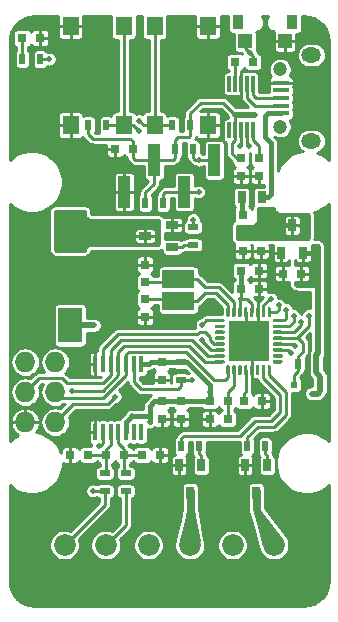
<source format=gtl>
G04 #@! TF.GenerationSoftware,KiCad,Pcbnew,5.0.2-bee76a0~70~ubuntu18.04.1*
G04 #@! TF.CreationDate,2019-04-01T01:37:44+08:00*
G04 #@! TF.ProjectId,TINY-REFLOW-CONTROLLER,54494e59-2d52-4454-964c-4f572d434f4e,rev?*
G04 #@! TF.SameCoordinates,PX8f0d180PY5f5e100*
G04 #@! TF.FileFunction,Copper,L1,Top*
G04 #@! TF.FilePolarity,Positive*
%FSLAX46Y46*%
G04 Gerber Fmt 4.6, Leading zero omitted, Abs format (unit mm)*
G04 Created by KiCad (PCBNEW 5.0.2-bee76a0~70~ubuntu18.04.1) date Mon 01 Apr 2019 01:37:44 AM +08*
%MOMM*%
%LPD*%
G01*
G04 APERTURE LIST*
G04 #@! TA.AperFunction,SMDPad,CuDef*
%ADD10R,1.130000X1.130000*%
G04 #@! TD*
G04 #@! TA.AperFunction,SMDPad,CuDef*
%ADD11R,1.140000X1.140000*%
G04 #@! TD*
G04 #@! TA.AperFunction,SMDPad,CuDef*
%ADD12R,3.400000X3.400000*%
G04 #@! TD*
G04 #@! TA.AperFunction,Conductor*
%ADD13C,0.100000*%
G04 #@! TD*
G04 #@! TA.AperFunction,SMDPad,CuDef*
%ADD14C,0.300000*%
G04 #@! TD*
G04 #@! TA.AperFunction,SMDPad,CuDef*
%ADD15R,0.350000X1.400000*%
G04 #@! TD*
G04 #@! TA.AperFunction,SMDPad,CuDef*
%ADD16R,2.000000X3.000000*%
G04 #@! TD*
G04 #@! TA.AperFunction,SMDPad,CuDef*
%ADD17R,1.400000X1.600000*%
G04 #@! TD*
G04 #@! TA.AperFunction,SMDPad,CuDef*
%ADD18R,0.650000X1.050000*%
G04 #@! TD*
G04 #@! TA.AperFunction,SMDPad,CuDef*
%ADD19R,1.020000X2.700000*%
G04 #@! TD*
G04 #@! TA.AperFunction,SMDPad,CuDef*
%ADD20R,0.500000X0.900000*%
G04 #@! TD*
G04 #@! TA.AperFunction,ComponentPad*
%ADD21C,1.848000*%
G04 #@! TD*
G04 #@! TA.AperFunction,SMDPad,CuDef*
%ADD22R,0.800000X0.750000*%
G04 #@! TD*
G04 #@! TA.AperFunction,SMDPad,CuDef*
%ADD23R,0.750000X0.800000*%
G04 #@! TD*
G04 #@! TA.AperFunction,SMDPad,CuDef*
%ADD24R,0.700000X1.000000*%
G04 #@! TD*
G04 #@! TA.AperFunction,SMDPad,CuDef*
%ADD25R,2.700000X1.500000*%
G04 #@! TD*
G04 #@! TA.AperFunction,SMDPad,CuDef*
%ADD26R,0.300000X1.350000*%
G04 #@! TD*
G04 #@! TA.AperFunction,SMDPad,CuDef*
%ADD27R,0.600000X0.600000*%
G04 #@! TD*
G04 #@! TA.AperFunction,ComponentPad*
%ADD28O,1.727200X1.727200*%
G04 #@! TD*
G04 #@! TA.AperFunction,SMDPad,CuDef*
%ADD29R,0.797560X0.797560*%
G04 #@! TD*
G04 #@! TA.AperFunction,ComponentPad*
%ADD30O,1.700000X1.300000*%
G04 #@! TD*
G04 #@! TA.AperFunction,ComponentPad*
%ADD31C,1.200000*%
G04 #@! TD*
G04 #@! TA.AperFunction,SMDPad,CuDef*
%ADD32R,1.350000X0.400000*%
G04 #@! TD*
G04 #@! TA.AperFunction,SMDPad,CuDef*
%ADD33R,0.900000X0.500000*%
G04 #@! TD*
G04 #@! TA.AperFunction,SMDPad,CuDef*
%ADD34R,1.050000X0.650000*%
G04 #@! TD*
G04 #@! TA.AperFunction,SMDPad,CuDef*
%ADD35R,0.900000X1.200000*%
G04 #@! TD*
G04 #@! TA.AperFunction,SMDPad,CuDef*
%ADD36R,1.150000X1.300000*%
G04 #@! TD*
G04 #@! TA.AperFunction,ViaPad*
%ADD37C,0.500000*%
G04 #@! TD*
G04 #@! TA.AperFunction,Conductor*
%ADD38C,0.254000*%
G04 #@! TD*
G04 #@! TA.AperFunction,Conductor*
%ADD39C,0.508000*%
G04 #@! TD*
G04 #@! TA.AperFunction,Conductor*
%ADD40C,0.381000*%
G04 #@! TD*
G04 #@! TA.AperFunction,Conductor*
%ADD41C,0.253000*%
G04 #@! TD*
G04 APERTURE END LIST*
D10*
G04 #@! TO.P,U1,33*
G04 #@! TO.N,GND*
X20701000Y21725000D03*
X19566000Y21725000D03*
X19566000Y22860000D03*
X19566000Y23995000D03*
X21836000Y21725000D03*
X21836000Y22860000D03*
X21836000Y23995000D03*
X20701000Y23995000D03*
D11*
X20701000Y22860000D03*
D12*
X20701000Y22860000D03*
D13*
G04 #@! TD*
G04 #@! TO.N,/D2*
G04 #@! TO.C,U1*
G36*
X23440703Y24759278D02*
X23455264Y24757118D01*
X23469543Y24753541D01*
X23483403Y24748582D01*
X23496710Y24742288D01*
X23509336Y24734720D01*
X23521159Y24725952D01*
X23532066Y24716066D01*
X23541952Y24705159D01*
X23550720Y24693336D01*
X23558288Y24680710D01*
X23564582Y24667403D01*
X23569541Y24653543D01*
X23573118Y24639264D01*
X23575278Y24624703D01*
X23576000Y24610000D01*
X23576000Y24609998D01*
X23575278Y24595295D01*
X23573118Y24580734D01*
X23569541Y24566455D01*
X23564582Y24552595D01*
X23558288Y24539288D01*
X23550720Y24526662D01*
X23541952Y24514839D01*
X23532066Y24503932D01*
X23521159Y24494046D01*
X23509336Y24485278D01*
X23496710Y24477710D01*
X23483403Y24471416D01*
X23469543Y24466457D01*
X23455264Y24462880D01*
X23440703Y24460720D01*
X23426000Y24459998D01*
X22876000Y24459998D01*
X22861297Y24460720D01*
X22846736Y24462880D01*
X22832457Y24466457D01*
X22818597Y24471416D01*
X22805290Y24477710D01*
X22792664Y24485278D01*
X22780841Y24494046D01*
X22769934Y24503932D01*
X22760048Y24514839D01*
X22751280Y24526662D01*
X22743712Y24539288D01*
X22737418Y24552595D01*
X22732459Y24566455D01*
X22728882Y24580734D01*
X22726722Y24595295D01*
X22726000Y24609998D01*
X22726000Y24610000D01*
X22726722Y24624703D01*
X22728882Y24639264D01*
X22732459Y24653543D01*
X22737418Y24667403D01*
X22743712Y24680710D01*
X22751280Y24693336D01*
X22760048Y24705159D01*
X22769934Y24716066D01*
X22780841Y24725952D01*
X22792664Y24734720D01*
X22805290Y24742288D01*
X22818597Y24748582D01*
X22832457Y24753541D01*
X22846736Y24757118D01*
X22861297Y24759278D01*
X22876000Y24760000D01*
X23426000Y24760000D01*
X23440703Y24759278D01*
X23440703Y24759278D01*
G37*
D14*
G04 #@! TO.P,U1,32*
G04 #@! TO.N,/D2*
X23151000Y24609999D03*
D13*
G04 #@! TD*
G04 #@! TO.N,/D1*
G04 #@! TO.C,U1*
G36*
X23440703Y24259279D02*
X23455264Y24257119D01*
X23469543Y24253542D01*
X23483403Y24248583D01*
X23496710Y24242289D01*
X23509336Y24234721D01*
X23521159Y24225953D01*
X23532066Y24216067D01*
X23541952Y24205160D01*
X23550720Y24193337D01*
X23558288Y24180711D01*
X23564582Y24167404D01*
X23569541Y24153544D01*
X23573118Y24139265D01*
X23575278Y24124704D01*
X23576000Y24110001D01*
X23576000Y24109999D01*
X23575278Y24095296D01*
X23573118Y24080735D01*
X23569541Y24066456D01*
X23564582Y24052596D01*
X23558288Y24039289D01*
X23550720Y24026663D01*
X23541952Y24014840D01*
X23532066Y24003933D01*
X23521159Y23994047D01*
X23509336Y23985279D01*
X23496710Y23977711D01*
X23483403Y23971417D01*
X23469543Y23966458D01*
X23455264Y23962881D01*
X23440703Y23960721D01*
X23426000Y23959999D01*
X22876000Y23959999D01*
X22861297Y23960721D01*
X22846736Y23962881D01*
X22832457Y23966458D01*
X22818597Y23971417D01*
X22805290Y23977711D01*
X22792664Y23985279D01*
X22780841Y23994047D01*
X22769934Y24003933D01*
X22760048Y24014840D01*
X22751280Y24026663D01*
X22743712Y24039289D01*
X22737418Y24052596D01*
X22732459Y24066456D01*
X22728882Y24080735D01*
X22726722Y24095296D01*
X22726000Y24109999D01*
X22726000Y24110001D01*
X22726722Y24124704D01*
X22728882Y24139265D01*
X22732459Y24153544D01*
X22737418Y24167404D01*
X22743712Y24180711D01*
X22751280Y24193337D01*
X22760048Y24205160D01*
X22769934Y24216067D01*
X22780841Y24225953D01*
X22792664Y24234721D01*
X22805290Y24242289D01*
X22818597Y24248583D01*
X22832457Y24253542D01*
X22846736Y24257119D01*
X22861297Y24259279D01*
X22876000Y24260001D01*
X23426000Y24260001D01*
X23440703Y24259279D01*
X23440703Y24259279D01*
G37*
D14*
G04 #@! TO.P,U1,31*
G04 #@! TO.N,/D1*
X23151000Y24110000D03*
D13*
G04 #@! TD*
G04 #@! TO.N,/D0*
G04 #@! TO.C,U1*
G36*
X23440704Y23759279D02*
X23455265Y23757119D01*
X23469544Y23753542D01*
X23483404Y23748583D01*
X23496711Y23742289D01*
X23509337Y23734721D01*
X23521160Y23725953D01*
X23532067Y23716067D01*
X23541953Y23705160D01*
X23550721Y23693337D01*
X23558289Y23680711D01*
X23564583Y23667404D01*
X23569542Y23653544D01*
X23573119Y23639265D01*
X23575279Y23624704D01*
X23576001Y23610001D01*
X23576001Y23609999D01*
X23575279Y23595296D01*
X23573119Y23580735D01*
X23569542Y23566456D01*
X23564583Y23552596D01*
X23558289Y23539289D01*
X23550721Y23526663D01*
X23541953Y23514840D01*
X23532067Y23503933D01*
X23521160Y23494047D01*
X23509337Y23485279D01*
X23496711Y23477711D01*
X23483404Y23471417D01*
X23469544Y23466458D01*
X23455265Y23462881D01*
X23440704Y23460721D01*
X23426001Y23459999D01*
X22876001Y23459999D01*
X22861298Y23460721D01*
X22846737Y23462881D01*
X22832458Y23466458D01*
X22818598Y23471417D01*
X22805291Y23477711D01*
X22792665Y23485279D01*
X22780842Y23494047D01*
X22769935Y23503933D01*
X22760049Y23514840D01*
X22751281Y23526663D01*
X22743713Y23539289D01*
X22737419Y23552596D01*
X22732460Y23566456D01*
X22728883Y23580735D01*
X22726723Y23595296D01*
X22726001Y23609999D01*
X22726001Y23610001D01*
X22726723Y23624704D01*
X22728883Y23639265D01*
X22732460Y23653544D01*
X22737419Y23667404D01*
X22743713Y23680711D01*
X22751281Y23693337D01*
X22760049Y23705160D01*
X22769935Y23716067D01*
X22780842Y23725953D01*
X22792665Y23734721D01*
X22805291Y23742289D01*
X22818598Y23748583D01*
X22832458Y23753542D01*
X22846737Y23757119D01*
X22861298Y23759279D01*
X22876001Y23760001D01*
X23426001Y23760001D01*
X23440704Y23759279D01*
X23440704Y23759279D01*
G37*
D14*
G04 #@! TO.P,U1,30*
G04 #@! TO.N,/D0*
X23151001Y23610000D03*
D13*
G04 #@! TD*
G04 #@! TO.N,/RST*
G04 #@! TO.C,U1*
G36*
X23440703Y23259279D02*
X23455264Y23257119D01*
X23469543Y23253542D01*
X23483403Y23248583D01*
X23496710Y23242289D01*
X23509336Y23234721D01*
X23521159Y23225953D01*
X23532066Y23216067D01*
X23541952Y23205160D01*
X23550720Y23193337D01*
X23558288Y23180711D01*
X23564582Y23167404D01*
X23569541Y23153544D01*
X23573118Y23139265D01*
X23575278Y23124704D01*
X23576000Y23110001D01*
X23576000Y23109999D01*
X23575278Y23095296D01*
X23573118Y23080735D01*
X23569541Y23066456D01*
X23564582Y23052596D01*
X23558288Y23039289D01*
X23550720Y23026663D01*
X23541952Y23014840D01*
X23532066Y23003933D01*
X23521159Y22994047D01*
X23509336Y22985279D01*
X23496710Y22977711D01*
X23483403Y22971417D01*
X23469543Y22966458D01*
X23455264Y22962881D01*
X23440703Y22960721D01*
X23426000Y22959999D01*
X22876000Y22959999D01*
X22861297Y22960721D01*
X22846736Y22962881D01*
X22832457Y22966458D01*
X22818597Y22971417D01*
X22805290Y22977711D01*
X22792664Y22985279D01*
X22780841Y22994047D01*
X22769934Y23003933D01*
X22760048Y23014840D01*
X22751280Y23026663D01*
X22743712Y23039289D01*
X22737418Y23052596D01*
X22732459Y23066456D01*
X22728882Y23080735D01*
X22726722Y23095296D01*
X22726000Y23109999D01*
X22726000Y23110001D01*
X22726722Y23124704D01*
X22728882Y23139265D01*
X22732459Y23153544D01*
X22737418Y23167404D01*
X22743712Y23180711D01*
X22751280Y23193337D01*
X22760048Y23205160D01*
X22769934Y23216067D01*
X22780841Y23225953D01*
X22792664Y23234721D01*
X22805290Y23242289D01*
X22818597Y23248583D01*
X22832457Y23253542D01*
X22846736Y23257119D01*
X22861297Y23259279D01*
X22876000Y23260001D01*
X23426000Y23260001D01*
X23440703Y23259279D01*
X23440703Y23259279D01*
G37*
D14*
G04 #@! TO.P,U1,29*
G04 #@! TO.N,/RST*
X23151000Y23110000D03*
D13*
G04 #@! TD*
G04 #@! TO.N,/SCL*
G04 #@! TO.C,U1*
G36*
X23440703Y22759279D02*
X23455264Y22757119D01*
X23469543Y22753542D01*
X23483403Y22748583D01*
X23496710Y22742289D01*
X23509336Y22734721D01*
X23521159Y22725953D01*
X23532066Y22716067D01*
X23541952Y22705160D01*
X23550720Y22693337D01*
X23558288Y22680711D01*
X23564582Y22667404D01*
X23569541Y22653544D01*
X23573118Y22639265D01*
X23575278Y22624704D01*
X23576000Y22610001D01*
X23576000Y22609999D01*
X23575278Y22595296D01*
X23573118Y22580735D01*
X23569541Y22566456D01*
X23564582Y22552596D01*
X23558288Y22539289D01*
X23550720Y22526663D01*
X23541952Y22514840D01*
X23532066Y22503933D01*
X23521159Y22494047D01*
X23509336Y22485279D01*
X23496710Y22477711D01*
X23483403Y22471417D01*
X23469543Y22466458D01*
X23455264Y22462881D01*
X23440703Y22460721D01*
X23426000Y22459999D01*
X22876000Y22459999D01*
X22861297Y22460721D01*
X22846736Y22462881D01*
X22832457Y22466458D01*
X22818597Y22471417D01*
X22805290Y22477711D01*
X22792664Y22485279D01*
X22780841Y22494047D01*
X22769934Y22503933D01*
X22760048Y22514840D01*
X22751280Y22526663D01*
X22743712Y22539289D01*
X22737418Y22552596D01*
X22732459Y22566456D01*
X22728882Y22580735D01*
X22726722Y22595296D01*
X22726000Y22609999D01*
X22726000Y22610001D01*
X22726722Y22624704D01*
X22728882Y22639265D01*
X22732459Y22653544D01*
X22737418Y22667404D01*
X22743712Y22680711D01*
X22751280Y22693337D01*
X22760048Y22705160D01*
X22769934Y22716067D01*
X22780841Y22725953D01*
X22792664Y22734721D01*
X22805290Y22742289D01*
X22818597Y22748583D01*
X22832457Y22753542D01*
X22846736Y22757119D01*
X22861297Y22759279D01*
X22876000Y22760001D01*
X23426000Y22760001D01*
X23440703Y22759279D01*
X23440703Y22759279D01*
G37*
D14*
G04 #@! TO.P,U1,28*
G04 #@! TO.N,/SCL*
X23151000Y22610000D03*
D13*
G04 #@! TD*
G04 #@! TO.N,/SDA*
G04 #@! TO.C,U1*
G36*
X23440704Y22259279D02*
X23455265Y22257119D01*
X23469544Y22253542D01*
X23483404Y22248583D01*
X23496711Y22242289D01*
X23509337Y22234721D01*
X23521160Y22225953D01*
X23532067Y22216067D01*
X23541953Y22205160D01*
X23550721Y22193337D01*
X23558289Y22180711D01*
X23564583Y22167404D01*
X23569542Y22153544D01*
X23573119Y22139265D01*
X23575279Y22124704D01*
X23576001Y22110001D01*
X23576001Y22109999D01*
X23575279Y22095296D01*
X23573119Y22080735D01*
X23569542Y22066456D01*
X23564583Y22052596D01*
X23558289Y22039289D01*
X23550721Y22026663D01*
X23541953Y22014840D01*
X23532067Y22003933D01*
X23521160Y21994047D01*
X23509337Y21985279D01*
X23496711Y21977711D01*
X23483404Y21971417D01*
X23469544Y21966458D01*
X23455265Y21962881D01*
X23440704Y21960721D01*
X23426001Y21959999D01*
X22876001Y21959999D01*
X22861298Y21960721D01*
X22846737Y21962881D01*
X22832458Y21966458D01*
X22818598Y21971417D01*
X22805291Y21977711D01*
X22792665Y21985279D01*
X22780842Y21994047D01*
X22769935Y22003933D01*
X22760049Y22014840D01*
X22751281Y22026663D01*
X22743713Y22039289D01*
X22737419Y22052596D01*
X22732460Y22066456D01*
X22728883Y22080735D01*
X22726723Y22095296D01*
X22726001Y22109999D01*
X22726001Y22110001D01*
X22726723Y22124704D01*
X22728883Y22139265D01*
X22732460Y22153544D01*
X22737419Y22167404D01*
X22743713Y22180711D01*
X22751281Y22193337D01*
X22760049Y22205160D01*
X22769935Y22216067D01*
X22780842Y22225953D01*
X22792665Y22234721D01*
X22805291Y22242289D01*
X22818598Y22248583D01*
X22832458Y22253542D01*
X22846737Y22257119D01*
X22861298Y22259279D01*
X22876001Y22260001D01*
X23426001Y22260001D01*
X23440704Y22259279D01*
X23440704Y22259279D01*
G37*
D14*
G04 #@! TO.P,U1,27*
G04 #@! TO.N,/SDA*
X23151001Y22110000D03*
D13*
G04 #@! TD*
G04 #@! TO.N,/A3*
G04 #@! TO.C,U1*
G36*
X23440703Y21759279D02*
X23455264Y21757119D01*
X23469543Y21753542D01*
X23483403Y21748583D01*
X23496710Y21742289D01*
X23509336Y21734721D01*
X23521159Y21725953D01*
X23532066Y21716067D01*
X23541952Y21705160D01*
X23550720Y21693337D01*
X23558288Y21680711D01*
X23564582Y21667404D01*
X23569541Y21653544D01*
X23573118Y21639265D01*
X23575278Y21624704D01*
X23576000Y21610001D01*
X23576000Y21609999D01*
X23575278Y21595296D01*
X23573118Y21580735D01*
X23569541Y21566456D01*
X23564582Y21552596D01*
X23558288Y21539289D01*
X23550720Y21526663D01*
X23541952Y21514840D01*
X23532066Y21503933D01*
X23521159Y21494047D01*
X23509336Y21485279D01*
X23496710Y21477711D01*
X23483403Y21471417D01*
X23469543Y21466458D01*
X23455264Y21462881D01*
X23440703Y21460721D01*
X23426000Y21459999D01*
X22876000Y21459999D01*
X22861297Y21460721D01*
X22846736Y21462881D01*
X22832457Y21466458D01*
X22818597Y21471417D01*
X22805290Y21477711D01*
X22792664Y21485279D01*
X22780841Y21494047D01*
X22769934Y21503933D01*
X22760048Y21514840D01*
X22751280Y21526663D01*
X22743712Y21539289D01*
X22737418Y21552596D01*
X22732459Y21566456D01*
X22728882Y21580735D01*
X22726722Y21595296D01*
X22726000Y21609999D01*
X22726000Y21610001D01*
X22726722Y21624704D01*
X22728882Y21639265D01*
X22732459Y21653544D01*
X22737418Y21667404D01*
X22743712Y21680711D01*
X22751280Y21693337D01*
X22760048Y21705160D01*
X22769934Y21716067D01*
X22780841Y21725953D01*
X22792664Y21734721D01*
X22805290Y21742289D01*
X22818597Y21748583D01*
X22832457Y21753542D01*
X22846736Y21757119D01*
X22861297Y21759279D01*
X22876000Y21760001D01*
X23426000Y21760001D01*
X23440703Y21759279D01*
X23440703Y21759279D01*
G37*
D14*
G04 #@! TO.P,U1,26*
G04 #@! TO.N,/A3*
X23151000Y21610000D03*
D13*
G04 #@! TD*
G04 #@! TO.N,/A2*
G04 #@! TO.C,U1*
G36*
X23440703Y21259280D02*
X23455264Y21257120D01*
X23469543Y21253543D01*
X23483403Y21248584D01*
X23496710Y21242290D01*
X23509336Y21234722D01*
X23521159Y21225954D01*
X23532066Y21216068D01*
X23541952Y21205161D01*
X23550720Y21193338D01*
X23558288Y21180712D01*
X23564582Y21167405D01*
X23569541Y21153545D01*
X23573118Y21139266D01*
X23575278Y21124705D01*
X23576000Y21110002D01*
X23576000Y21110000D01*
X23575278Y21095297D01*
X23573118Y21080736D01*
X23569541Y21066457D01*
X23564582Y21052597D01*
X23558288Y21039290D01*
X23550720Y21026664D01*
X23541952Y21014841D01*
X23532066Y21003934D01*
X23521159Y20994048D01*
X23509336Y20985280D01*
X23496710Y20977712D01*
X23483403Y20971418D01*
X23469543Y20966459D01*
X23455264Y20962882D01*
X23440703Y20960722D01*
X23426000Y20960000D01*
X22876000Y20960000D01*
X22861297Y20960722D01*
X22846736Y20962882D01*
X22832457Y20966459D01*
X22818597Y20971418D01*
X22805290Y20977712D01*
X22792664Y20985280D01*
X22780841Y20994048D01*
X22769934Y21003934D01*
X22760048Y21014841D01*
X22751280Y21026664D01*
X22743712Y21039290D01*
X22737418Y21052597D01*
X22732459Y21066457D01*
X22728882Y21080736D01*
X22726722Y21095297D01*
X22726000Y21110000D01*
X22726000Y21110002D01*
X22726722Y21124705D01*
X22728882Y21139266D01*
X22732459Y21153545D01*
X22737418Y21167405D01*
X22743712Y21180712D01*
X22751280Y21193338D01*
X22760048Y21205161D01*
X22769934Y21216068D01*
X22780841Y21225954D01*
X22792664Y21234722D01*
X22805290Y21242290D01*
X22818597Y21248584D01*
X22832457Y21253543D01*
X22846736Y21257120D01*
X22861297Y21259280D01*
X22876000Y21260002D01*
X23426000Y21260002D01*
X23440703Y21259280D01*
X23440703Y21259280D01*
G37*
D14*
G04 #@! TO.P,U1,25*
G04 #@! TO.N,/A2*
X23151000Y21110001D03*
D13*
G04 #@! TD*
G04 #@! TO.N,/A1*
G04 #@! TO.C,U1*
G36*
X22465703Y20834278D02*
X22480264Y20832118D01*
X22494543Y20828541D01*
X22508403Y20823582D01*
X22521710Y20817288D01*
X22534336Y20809720D01*
X22546159Y20800952D01*
X22557066Y20791066D01*
X22566952Y20780159D01*
X22575720Y20768336D01*
X22583288Y20755710D01*
X22589582Y20742403D01*
X22594541Y20728543D01*
X22598118Y20714264D01*
X22600278Y20699703D01*
X22601000Y20685000D01*
X22601000Y20135000D01*
X22600278Y20120297D01*
X22598118Y20105736D01*
X22594541Y20091457D01*
X22589582Y20077597D01*
X22583288Y20064290D01*
X22575720Y20051664D01*
X22566952Y20039841D01*
X22557066Y20028934D01*
X22546159Y20019048D01*
X22534336Y20010280D01*
X22521710Y20002712D01*
X22508403Y19996418D01*
X22494543Y19991459D01*
X22480264Y19987882D01*
X22465703Y19985722D01*
X22451000Y19985000D01*
X22450998Y19985000D01*
X22436295Y19985722D01*
X22421734Y19987882D01*
X22407455Y19991459D01*
X22393595Y19996418D01*
X22380288Y20002712D01*
X22367662Y20010280D01*
X22355839Y20019048D01*
X22344932Y20028934D01*
X22335046Y20039841D01*
X22326278Y20051664D01*
X22318710Y20064290D01*
X22312416Y20077597D01*
X22307457Y20091457D01*
X22303880Y20105736D01*
X22301720Y20120297D01*
X22300998Y20135000D01*
X22300998Y20685000D01*
X22301720Y20699703D01*
X22303880Y20714264D01*
X22307457Y20728543D01*
X22312416Y20742403D01*
X22318710Y20755710D01*
X22326278Y20768336D01*
X22335046Y20780159D01*
X22344932Y20791066D01*
X22355839Y20800952D01*
X22367662Y20809720D01*
X22380288Y20817288D01*
X22393595Y20823582D01*
X22407455Y20828541D01*
X22421734Y20832118D01*
X22436295Y20834278D01*
X22450998Y20835000D01*
X22451000Y20835000D01*
X22465703Y20834278D01*
X22465703Y20834278D01*
G37*
D14*
G04 #@! TO.P,U1,24*
G04 #@! TO.N,/A1*
X22450999Y20410000D03*
D13*
G04 #@! TD*
G04 #@! TO.N,/A0*
G04 #@! TO.C,U1*
G36*
X21965704Y20834278D02*
X21980265Y20832118D01*
X21994544Y20828541D01*
X22008404Y20823582D01*
X22021711Y20817288D01*
X22034337Y20809720D01*
X22046160Y20800952D01*
X22057067Y20791066D01*
X22066953Y20780159D01*
X22075721Y20768336D01*
X22083289Y20755710D01*
X22089583Y20742403D01*
X22094542Y20728543D01*
X22098119Y20714264D01*
X22100279Y20699703D01*
X22101001Y20685000D01*
X22101001Y20135000D01*
X22100279Y20120297D01*
X22098119Y20105736D01*
X22094542Y20091457D01*
X22089583Y20077597D01*
X22083289Y20064290D01*
X22075721Y20051664D01*
X22066953Y20039841D01*
X22057067Y20028934D01*
X22046160Y20019048D01*
X22034337Y20010280D01*
X22021711Y20002712D01*
X22008404Y19996418D01*
X21994544Y19991459D01*
X21980265Y19987882D01*
X21965704Y19985722D01*
X21951001Y19985000D01*
X21950999Y19985000D01*
X21936296Y19985722D01*
X21921735Y19987882D01*
X21907456Y19991459D01*
X21893596Y19996418D01*
X21880289Y20002712D01*
X21867663Y20010280D01*
X21855840Y20019048D01*
X21844933Y20028934D01*
X21835047Y20039841D01*
X21826279Y20051664D01*
X21818711Y20064290D01*
X21812417Y20077597D01*
X21807458Y20091457D01*
X21803881Y20105736D01*
X21801721Y20120297D01*
X21800999Y20135000D01*
X21800999Y20685000D01*
X21801721Y20699703D01*
X21803881Y20714264D01*
X21807458Y20728543D01*
X21812417Y20742403D01*
X21818711Y20755710D01*
X21826279Y20768336D01*
X21835047Y20780159D01*
X21844933Y20791066D01*
X21855840Y20800952D01*
X21867663Y20809720D01*
X21880289Y20817288D01*
X21893596Y20823582D01*
X21907456Y20828541D01*
X21921735Y20832118D01*
X21936296Y20834278D01*
X21950999Y20835000D01*
X21951001Y20835000D01*
X21965704Y20834278D01*
X21965704Y20834278D01*
G37*
D14*
G04 #@! TO.P,U1,23*
G04 #@! TO.N,/A0*
X21951000Y20410000D03*
D13*
G04 #@! TD*
G04 #@! TO.N,/A7*
G04 #@! TO.C,U1*
G36*
X21465704Y20834277D02*
X21480265Y20832117D01*
X21494544Y20828540D01*
X21508404Y20823581D01*
X21521711Y20817287D01*
X21534337Y20809719D01*
X21546160Y20800951D01*
X21557067Y20791065D01*
X21566953Y20780158D01*
X21575721Y20768335D01*
X21583289Y20755709D01*
X21589583Y20742402D01*
X21594542Y20728542D01*
X21598119Y20714263D01*
X21600279Y20699702D01*
X21601001Y20684999D01*
X21601001Y20134999D01*
X21600279Y20120296D01*
X21598119Y20105735D01*
X21594542Y20091456D01*
X21589583Y20077596D01*
X21583289Y20064289D01*
X21575721Y20051663D01*
X21566953Y20039840D01*
X21557067Y20028933D01*
X21546160Y20019047D01*
X21534337Y20010279D01*
X21521711Y20002711D01*
X21508404Y19996417D01*
X21494544Y19991458D01*
X21480265Y19987881D01*
X21465704Y19985721D01*
X21451001Y19984999D01*
X21450999Y19984999D01*
X21436296Y19985721D01*
X21421735Y19987881D01*
X21407456Y19991458D01*
X21393596Y19996417D01*
X21380289Y20002711D01*
X21367663Y20010279D01*
X21355840Y20019047D01*
X21344933Y20028933D01*
X21335047Y20039840D01*
X21326279Y20051663D01*
X21318711Y20064289D01*
X21312417Y20077596D01*
X21307458Y20091456D01*
X21303881Y20105735D01*
X21301721Y20120296D01*
X21300999Y20134999D01*
X21300999Y20684999D01*
X21301721Y20699702D01*
X21303881Y20714263D01*
X21307458Y20728542D01*
X21312417Y20742402D01*
X21318711Y20755709D01*
X21326279Y20768335D01*
X21335047Y20780158D01*
X21344933Y20791065D01*
X21355840Y20800951D01*
X21367663Y20809719D01*
X21380289Y20817287D01*
X21393596Y20823581D01*
X21407456Y20828540D01*
X21421735Y20832117D01*
X21436296Y20834277D01*
X21450999Y20834999D01*
X21451001Y20834999D01*
X21465704Y20834277D01*
X21465704Y20834277D01*
G37*
D14*
G04 #@! TO.P,U1,22*
G04 #@! TO.N,/A7*
X21451000Y20409999D03*
D13*
G04 #@! TD*
G04 #@! TO.N,GND*
G04 #@! TO.C,U1*
G36*
X20965704Y20834278D02*
X20980265Y20832118D01*
X20994544Y20828541D01*
X21008404Y20823582D01*
X21021711Y20817288D01*
X21034337Y20809720D01*
X21046160Y20800952D01*
X21057067Y20791066D01*
X21066953Y20780159D01*
X21075721Y20768336D01*
X21083289Y20755710D01*
X21089583Y20742403D01*
X21094542Y20728543D01*
X21098119Y20714264D01*
X21100279Y20699703D01*
X21101001Y20685000D01*
X21101001Y20135000D01*
X21100279Y20120297D01*
X21098119Y20105736D01*
X21094542Y20091457D01*
X21089583Y20077597D01*
X21083289Y20064290D01*
X21075721Y20051664D01*
X21066953Y20039841D01*
X21057067Y20028934D01*
X21046160Y20019048D01*
X21034337Y20010280D01*
X21021711Y20002712D01*
X21008404Y19996418D01*
X20994544Y19991459D01*
X20980265Y19987882D01*
X20965704Y19985722D01*
X20951001Y19985000D01*
X20950999Y19985000D01*
X20936296Y19985722D01*
X20921735Y19987882D01*
X20907456Y19991459D01*
X20893596Y19996418D01*
X20880289Y20002712D01*
X20867663Y20010280D01*
X20855840Y20019048D01*
X20844933Y20028934D01*
X20835047Y20039841D01*
X20826279Y20051664D01*
X20818711Y20064290D01*
X20812417Y20077597D01*
X20807458Y20091457D01*
X20803881Y20105736D01*
X20801721Y20120297D01*
X20800999Y20135000D01*
X20800999Y20685000D01*
X20801721Y20699703D01*
X20803881Y20714264D01*
X20807458Y20728543D01*
X20812417Y20742403D01*
X20818711Y20755710D01*
X20826279Y20768336D01*
X20835047Y20780159D01*
X20844933Y20791066D01*
X20855840Y20800952D01*
X20867663Y20809720D01*
X20880289Y20817288D01*
X20893596Y20823582D01*
X20907456Y20828541D01*
X20921735Y20832118D01*
X20936296Y20834278D01*
X20950999Y20835000D01*
X20951001Y20835000D01*
X20965704Y20834278D01*
X20965704Y20834278D01*
G37*
D14*
G04 #@! TO.P,U1,21*
G04 #@! TO.N,GND*
X20951000Y20410000D03*
D13*
G04 #@! TD*
G04 #@! TO.N,AREF*
G04 #@! TO.C,U1*
G36*
X20465704Y20834278D02*
X20480265Y20832118D01*
X20494544Y20828541D01*
X20508404Y20823582D01*
X20521711Y20817288D01*
X20534337Y20809720D01*
X20546160Y20800952D01*
X20557067Y20791066D01*
X20566953Y20780159D01*
X20575721Y20768336D01*
X20583289Y20755710D01*
X20589583Y20742403D01*
X20594542Y20728543D01*
X20598119Y20714264D01*
X20600279Y20699703D01*
X20601001Y20685000D01*
X20601001Y20135000D01*
X20600279Y20120297D01*
X20598119Y20105736D01*
X20594542Y20091457D01*
X20589583Y20077597D01*
X20583289Y20064290D01*
X20575721Y20051664D01*
X20566953Y20039841D01*
X20557067Y20028934D01*
X20546160Y20019048D01*
X20534337Y20010280D01*
X20521711Y20002712D01*
X20508404Y19996418D01*
X20494544Y19991459D01*
X20480265Y19987882D01*
X20465704Y19985722D01*
X20451001Y19985000D01*
X20450999Y19985000D01*
X20436296Y19985722D01*
X20421735Y19987882D01*
X20407456Y19991459D01*
X20393596Y19996418D01*
X20380289Y20002712D01*
X20367663Y20010280D01*
X20355840Y20019048D01*
X20344933Y20028934D01*
X20335047Y20039841D01*
X20326279Y20051664D01*
X20318711Y20064290D01*
X20312417Y20077597D01*
X20307458Y20091457D01*
X20303881Y20105736D01*
X20301721Y20120297D01*
X20300999Y20135000D01*
X20300999Y20685000D01*
X20301721Y20699703D01*
X20303881Y20714264D01*
X20307458Y20728543D01*
X20312417Y20742403D01*
X20318711Y20755710D01*
X20326279Y20768336D01*
X20335047Y20780159D01*
X20344933Y20791066D01*
X20355840Y20800952D01*
X20367663Y20809720D01*
X20380289Y20817288D01*
X20393596Y20823582D01*
X20407456Y20828541D01*
X20421735Y20832118D01*
X20436296Y20834278D01*
X20450999Y20835000D01*
X20451001Y20835000D01*
X20465704Y20834278D01*
X20465704Y20834278D01*
G37*
D14*
G04 #@! TO.P,U1,20*
G04 #@! TO.N,AREF*
X20451000Y20410000D03*
D13*
G04 #@! TD*
G04 #@! TO.N,/A6*
G04 #@! TO.C,U1*
G36*
X19965704Y20834277D02*
X19980265Y20832117D01*
X19994544Y20828540D01*
X20008404Y20823581D01*
X20021711Y20817287D01*
X20034337Y20809719D01*
X20046160Y20800951D01*
X20057067Y20791065D01*
X20066953Y20780158D01*
X20075721Y20768335D01*
X20083289Y20755709D01*
X20089583Y20742402D01*
X20094542Y20728542D01*
X20098119Y20714263D01*
X20100279Y20699702D01*
X20101001Y20684999D01*
X20101001Y20134999D01*
X20100279Y20120296D01*
X20098119Y20105735D01*
X20094542Y20091456D01*
X20089583Y20077596D01*
X20083289Y20064289D01*
X20075721Y20051663D01*
X20066953Y20039840D01*
X20057067Y20028933D01*
X20046160Y20019047D01*
X20034337Y20010279D01*
X20021711Y20002711D01*
X20008404Y19996417D01*
X19994544Y19991458D01*
X19980265Y19987881D01*
X19965704Y19985721D01*
X19951001Y19984999D01*
X19950999Y19984999D01*
X19936296Y19985721D01*
X19921735Y19987881D01*
X19907456Y19991458D01*
X19893596Y19996417D01*
X19880289Y20002711D01*
X19867663Y20010279D01*
X19855840Y20019047D01*
X19844933Y20028933D01*
X19835047Y20039840D01*
X19826279Y20051663D01*
X19818711Y20064289D01*
X19812417Y20077596D01*
X19807458Y20091456D01*
X19803881Y20105735D01*
X19801721Y20120296D01*
X19800999Y20134999D01*
X19800999Y20684999D01*
X19801721Y20699702D01*
X19803881Y20714263D01*
X19807458Y20728542D01*
X19812417Y20742402D01*
X19818711Y20755709D01*
X19826279Y20768335D01*
X19835047Y20780158D01*
X19844933Y20791065D01*
X19855840Y20800951D01*
X19867663Y20809719D01*
X19880289Y20817287D01*
X19893596Y20823581D01*
X19907456Y20828540D01*
X19921735Y20832117D01*
X19936296Y20834277D01*
X19950999Y20834999D01*
X19951001Y20834999D01*
X19965704Y20834277D01*
X19965704Y20834277D01*
G37*
D14*
G04 #@! TO.P,U1,19*
G04 #@! TO.N,/A6*
X19951000Y20409999D03*
D13*
G04 #@! TD*
G04 #@! TO.N,Net-(C17-Pad1)*
G04 #@! TO.C,U1*
G36*
X19465704Y20834278D02*
X19480265Y20832118D01*
X19494544Y20828541D01*
X19508404Y20823582D01*
X19521711Y20817288D01*
X19534337Y20809720D01*
X19546160Y20800952D01*
X19557067Y20791066D01*
X19566953Y20780159D01*
X19575721Y20768336D01*
X19583289Y20755710D01*
X19589583Y20742403D01*
X19594542Y20728543D01*
X19598119Y20714264D01*
X19600279Y20699703D01*
X19601001Y20685000D01*
X19601001Y20135000D01*
X19600279Y20120297D01*
X19598119Y20105736D01*
X19594542Y20091457D01*
X19589583Y20077597D01*
X19583289Y20064290D01*
X19575721Y20051664D01*
X19566953Y20039841D01*
X19557067Y20028934D01*
X19546160Y20019048D01*
X19534337Y20010280D01*
X19521711Y20002712D01*
X19508404Y19996418D01*
X19494544Y19991459D01*
X19480265Y19987882D01*
X19465704Y19985722D01*
X19451001Y19985000D01*
X19450999Y19985000D01*
X19436296Y19985722D01*
X19421735Y19987882D01*
X19407456Y19991459D01*
X19393596Y19996418D01*
X19380289Y20002712D01*
X19367663Y20010280D01*
X19355840Y20019048D01*
X19344933Y20028934D01*
X19335047Y20039841D01*
X19326279Y20051664D01*
X19318711Y20064290D01*
X19312417Y20077597D01*
X19307458Y20091457D01*
X19303881Y20105736D01*
X19301721Y20120297D01*
X19300999Y20135000D01*
X19300999Y20685000D01*
X19301721Y20699703D01*
X19303881Y20714264D01*
X19307458Y20728543D01*
X19312417Y20742403D01*
X19318711Y20755710D01*
X19326279Y20768336D01*
X19335047Y20780159D01*
X19344933Y20791066D01*
X19355840Y20800952D01*
X19367663Y20809720D01*
X19380289Y20817288D01*
X19393596Y20823582D01*
X19407456Y20828541D01*
X19421735Y20832118D01*
X19436296Y20834278D01*
X19450999Y20835000D01*
X19451001Y20835000D01*
X19465704Y20834278D01*
X19465704Y20834278D01*
G37*
D14*
G04 #@! TO.P,U1,18*
G04 #@! TO.N,Net-(C17-Pad1)*
X19451000Y20410000D03*
D13*
G04 #@! TD*
G04 #@! TO.N,/D13*
G04 #@! TO.C,U1*
G36*
X18965705Y20834278D02*
X18980266Y20832118D01*
X18994545Y20828541D01*
X19008405Y20823582D01*
X19021712Y20817288D01*
X19034338Y20809720D01*
X19046161Y20800952D01*
X19057068Y20791066D01*
X19066954Y20780159D01*
X19075722Y20768336D01*
X19083290Y20755710D01*
X19089584Y20742403D01*
X19094543Y20728543D01*
X19098120Y20714264D01*
X19100280Y20699703D01*
X19101002Y20685000D01*
X19101002Y20135000D01*
X19100280Y20120297D01*
X19098120Y20105736D01*
X19094543Y20091457D01*
X19089584Y20077597D01*
X19083290Y20064290D01*
X19075722Y20051664D01*
X19066954Y20039841D01*
X19057068Y20028934D01*
X19046161Y20019048D01*
X19034338Y20010280D01*
X19021712Y20002712D01*
X19008405Y19996418D01*
X18994545Y19991459D01*
X18980266Y19987882D01*
X18965705Y19985722D01*
X18951002Y19985000D01*
X18951000Y19985000D01*
X18936297Y19985722D01*
X18921736Y19987882D01*
X18907457Y19991459D01*
X18893597Y19996418D01*
X18880290Y20002712D01*
X18867664Y20010280D01*
X18855841Y20019048D01*
X18844934Y20028934D01*
X18835048Y20039841D01*
X18826280Y20051664D01*
X18818712Y20064290D01*
X18812418Y20077597D01*
X18807459Y20091457D01*
X18803882Y20105736D01*
X18801722Y20120297D01*
X18801000Y20135000D01*
X18801000Y20685000D01*
X18801722Y20699703D01*
X18803882Y20714264D01*
X18807459Y20728543D01*
X18812418Y20742403D01*
X18818712Y20755710D01*
X18826280Y20768336D01*
X18835048Y20780159D01*
X18844934Y20791066D01*
X18855841Y20800952D01*
X18867664Y20809720D01*
X18880290Y20817288D01*
X18893597Y20823582D01*
X18907457Y20828541D01*
X18921736Y20832118D01*
X18936297Y20834278D01*
X18951000Y20835000D01*
X18951002Y20835000D01*
X18965705Y20834278D01*
X18965705Y20834278D01*
G37*
D14*
G04 #@! TO.P,U1,17*
G04 #@! TO.N,/D13*
X18951001Y20410000D03*
D13*
G04 #@! TD*
G04 #@! TO.N,/D12*
G04 #@! TO.C,U1*
G36*
X18540703Y21259280D02*
X18555264Y21257120D01*
X18569543Y21253543D01*
X18583403Y21248584D01*
X18596710Y21242290D01*
X18609336Y21234722D01*
X18621159Y21225954D01*
X18632066Y21216068D01*
X18641952Y21205161D01*
X18650720Y21193338D01*
X18658288Y21180712D01*
X18664582Y21167405D01*
X18669541Y21153545D01*
X18673118Y21139266D01*
X18675278Y21124705D01*
X18676000Y21110002D01*
X18676000Y21110000D01*
X18675278Y21095297D01*
X18673118Y21080736D01*
X18669541Y21066457D01*
X18664582Y21052597D01*
X18658288Y21039290D01*
X18650720Y21026664D01*
X18641952Y21014841D01*
X18632066Y21003934D01*
X18621159Y20994048D01*
X18609336Y20985280D01*
X18596710Y20977712D01*
X18583403Y20971418D01*
X18569543Y20966459D01*
X18555264Y20962882D01*
X18540703Y20960722D01*
X18526000Y20960000D01*
X17976000Y20960000D01*
X17961297Y20960722D01*
X17946736Y20962882D01*
X17932457Y20966459D01*
X17918597Y20971418D01*
X17905290Y20977712D01*
X17892664Y20985280D01*
X17880841Y20994048D01*
X17869934Y21003934D01*
X17860048Y21014841D01*
X17851280Y21026664D01*
X17843712Y21039290D01*
X17837418Y21052597D01*
X17832459Y21066457D01*
X17828882Y21080736D01*
X17826722Y21095297D01*
X17826000Y21110000D01*
X17826000Y21110002D01*
X17826722Y21124705D01*
X17828882Y21139266D01*
X17832459Y21153545D01*
X17837418Y21167405D01*
X17843712Y21180712D01*
X17851280Y21193338D01*
X17860048Y21205161D01*
X17869934Y21216068D01*
X17880841Y21225954D01*
X17892664Y21234722D01*
X17905290Y21242290D01*
X17918597Y21248584D01*
X17932457Y21253543D01*
X17946736Y21257120D01*
X17961297Y21259280D01*
X17976000Y21260002D01*
X18526000Y21260002D01*
X18540703Y21259280D01*
X18540703Y21259280D01*
G37*
D14*
G04 #@! TO.P,U1,16*
G04 #@! TO.N,/D12*
X18251000Y21110001D03*
D13*
G04 #@! TD*
G04 #@! TO.N,/D11*
G04 #@! TO.C,U1*
G36*
X18540703Y21759279D02*
X18555264Y21757119D01*
X18569543Y21753542D01*
X18583403Y21748583D01*
X18596710Y21742289D01*
X18609336Y21734721D01*
X18621159Y21725953D01*
X18632066Y21716067D01*
X18641952Y21705160D01*
X18650720Y21693337D01*
X18658288Y21680711D01*
X18664582Y21667404D01*
X18669541Y21653544D01*
X18673118Y21639265D01*
X18675278Y21624704D01*
X18676000Y21610001D01*
X18676000Y21609999D01*
X18675278Y21595296D01*
X18673118Y21580735D01*
X18669541Y21566456D01*
X18664582Y21552596D01*
X18658288Y21539289D01*
X18650720Y21526663D01*
X18641952Y21514840D01*
X18632066Y21503933D01*
X18621159Y21494047D01*
X18609336Y21485279D01*
X18596710Y21477711D01*
X18583403Y21471417D01*
X18569543Y21466458D01*
X18555264Y21462881D01*
X18540703Y21460721D01*
X18526000Y21459999D01*
X17976000Y21459999D01*
X17961297Y21460721D01*
X17946736Y21462881D01*
X17932457Y21466458D01*
X17918597Y21471417D01*
X17905290Y21477711D01*
X17892664Y21485279D01*
X17880841Y21494047D01*
X17869934Y21503933D01*
X17860048Y21514840D01*
X17851280Y21526663D01*
X17843712Y21539289D01*
X17837418Y21552596D01*
X17832459Y21566456D01*
X17828882Y21580735D01*
X17826722Y21595296D01*
X17826000Y21609999D01*
X17826000Y21610001D01*
X17826722Y21624704D01*
X17828882Y21639265D01*
X17832459Y21653544D01*
X17837418Y21667404D01*
X17843712Y21680711D01*
X17851280Y21693337D01*
X17860048Y21705160D01*
X17869934Y21716067D01*
X17880841Y21725953D01*
X17892664Y21734721D01*
X17905290Y21742289D01*
X17918597Y21748583D01*
X17932457Y21753542D01*
X17946736Y21757119D01*
X17961297Y21759279D01*
X17976000Y21760001D01*
X18526000Y21760001D01*
X18540703Y21759279D01*
X18540703Y21759279D01*
G37*
D14*
G04 #@! TO.P,U1,15*
G04 #@! TO.N,/D11*
X18251000Y21610000D03*
D13*
G04 #@! TD*
G04 #@! TO.N,/D10*
G04 #@! TO.C,U1*
G36*
X18540702Y22259279D02*
X18555263Y22257119D01*
X18569542Y22253542D01*
X18583402Y22248583D01*
X18596709Y22242289D01*
X18609335Y22234721D01*
X18621158Y22225953D01*
X18632065Y22216067D01*
X18641951Y22205160D01*
X18650719Y22193337D01*
X18658287Y22180711D01*
X18664581Y22167404D01*
X18669540Y22153544D01*
X18673117Y22139265D01*
X18675277Y22124704D01*
X18675999Y22110001D01*
X18675999Y22109999D01*
X18675277Y22095296D01*
X18673117Y22080735D01*
X18669540Y22066456D01*
X18664581Y22052596D01*
X18658287Y22039289D01*
X18650719Y22026663D01*
X18641951Y22014840D01*
X18632065Y22003933D01*
X18621158Y21994047D01*
X18609335Y21985279D01*
X18596709Y21977711D01*
X18583402Y21971417D01*
X18569542Y21966458D01*
X18555263Y21962881D01*
X18540702Y21960721D01*
X18525999Y21959999D01*
X17975999Y21959999D01*
X17961296Y21960721D01*
X17946735Y21962881D01*
X17932456Y21966458D01*
X17918596Y21971417D01*
X17905289Y21977711D01*
X17892663Y21985279D01*
X17880840Y21994047D01*
X17869933Y22003933D01*
X17860047Y22014840D01*
X17851279Y22026663D01*
X17843711Y22039289D01*
X17837417Y22052596D01*
X17832458Y22066456D01*
X17828881Y22080735D01*
X17826721Y22095296D01*
X17825999Y22109999D01*
X17825999Y22110001D01*
X17826721Y22124704D01*
X17828881Y22139265D01*
X17832458Y22153544D01*
X17837417Y22167404D01*
X17843711Y22180711D01*
X17851279Y22193337D01*
X17860047Y22205160D01*
X17869933Y22216067D01*
X17880840Y22225953D01*
X17892663Y22234721D01*
X17905289Y22242289D01*
X17918596Y22248583D01*
X17932456Y22253542D01*
X17946735Y22257119D01*
X17961296Y22259279D01*
X17975999Y22260001D01*
X18525999Y22260001D01*
X18540702Y22259279D01*
X18540702Y22259279D01*
G37*
D14*
G04 #@! TO.P,U1,14*
G04 #@! TO.N,/D10*
X18250999Y22110000D03*
D13*
G04 #@! TD*
G04 #@! TO.N,/D9*
G04 #@! TO.C,U1*
G36*
X18540703Y22759279D02*
X18555264Y22757119D01*
X18569543Y22753542D01*
X18583403Y22748583D01*
X18596710Y22742289D01*
X18609336Y22734721D01*
X18621159Y22725953D01*
X18632066Y22716067D01*
X18641952Y22705160D01*
X18650720Y22693337D01*
X18658288Y22680711D01*
X18664582Y22667404D01*
X18669541Y22653544D01*
X18673118Y22639265D01*
X18675278Y22624704D01*
X18676000Y22610001D01*
X18676000Y22609999D01*
X18675278Y22595296D01*
X18673118Y22580735D01*
X18669541Y22566456D01*
X18664582Y22552596D01*
X18658288Y22539289D01*
X18650720Y22526663D01*
X18641952Y22514840D01*
X18632066Y22503933D01*
X18621159Y22494047D01*
X18609336Y22485279D01*
X18596710Y22477711D01*
X18583403Y22471417D01*
X18569543Y22466458D01*
X18555264Y22462881D01*
X18540703Y22460721D01*
X18526000Y22459999D01*
X17976000Y22459999D01*
X17961297Y22460721D01*
X17946736Y22462881D01*
X17932457Y22466458D01*
X17918597Y22471417D01*
X17905290Y22477711D01*
X17892664Y22485279D01*
X17880841Y22494047D01*
X17869934Y22503933D01*
X17860048Y22514840D01*
X17851280Y22526663D01*
X17843712Y22539289D01*
X17837418Y22552596D01*
X17832459Y22566456D01*
X17828882Y22580735D01*
X17826722Y22595296D01*
X17826000Y22609999D01*
X17826000Y22610001D01*
X17826722Y22624704D01*
X17828882Y22639265D01*
X17832459Y22653544D01*
X17837418Y22667404D01*
X17843712Y22680711D01*
X17851280Y22693337D01*
X17860048Y22705160D01*
X17869934Y22716067D01*
X17880841Y22725953D01*
X17892664Y22734721D01*
X17905290Y22742289D01*
X17918597Y22748583D01*
X17932457Y22753542D01*
X17946736Y22757119D01*
X17961297Y22759279D01*
X17976000Y22760001D01*
X18526000Y22760001D01*
X18540703Y22759279D01*
X18540703Y22759279D01*
G37*
D14*
G04 #@! TO.P,U1,13*
G04 #@! TO.N,/D9*
X18251000Y22610000D03*
D13*
G04 #@! TD*
G04 #@! TO.N,/D8*
G04 #@! TO.C,U1*
G36*
X18540703Y23259279D02*
X18555264Y23257119D01*
X18569543Y23253542D01*
X18583403Y23248583D01*
X18596710Y23242289D01*
X18609336Y23234721D01*
X18621159Y23225953D01*
X18632066Y23216067D01*
X18641952Y23205160D01*
X18650720Y23193337D01*
X18658288Y23180711D01*
X18664582Y23167404D01*
X18669541Y23153544D01*
X18673118Y23139265D01*
X18675278Y23124704D01*
X18676000Y23110001D01*
X18676000Y23109999D01*
X18675278Y23095296D01*
X18673118Y23080735D01*
X18669541Y23066456D01*
X18664582Y23052596D01*
X18658288Y23039289D01*
X18650720Y23026663D01*
X18641952Y23014840D01*
X18632066Y23003933D01*
X18621159Y22994047D01*
X18609336Y22985279D01*
X18596710Y22977711D01*
X18583403Y22971417D01*
X18569543Y22966458D01*
X18555264Y22962881D01*
X18540703Y22960721D01*
X18526000Y22959999D01*
X17976000Y22959999D01*
X17961297Y22960721D01*
X17946736Y22962881D01*
X17932457Y22966458D01*
X17918597Y22971417D01*
X17905290Y22977711D01*
X17892664Y22985279D01*
X17880841Y22994047D01*
X17869934Y23003933D01*
X17860048Y23014840D01*
X17851280Y23026663D01*
X17843712Y23039289D01*
X17837418Y23052596D01*
X17832459Y23066456D01*
X17828882Y23080735D01*
X17826722Y23095296D01*
X17826000Y23109999D01*
X17826000Y23110001D01*
X17826722Y23124704D01*
X17828882Y23139265D01*
X17832459Y23153544D01*
X17837418Y23167404D01*
X17843712Y23180711D01*
X17851280Y23193337D01*
X17860048Y23205160D01*
X17869934Y23216067D01*
X17880841Y23225953D01*
X17892664Y23234721D01*
X17905290Y23242289D01*
X17918597Y23248583D01*
X17932457Y23253542D01*
X17946736Y23257119D01*
X17961297Y23259279D01*
X17976000Y23260001D01*
X18526000Y23260001D01*
X18540703Y23259279D01*
X18540703Y23259279D01*
G37*
D14*
G04 #@! TO.P,U1,12*
G04 #@! TO.N,/D8*
X18251000Y23110000D03*
D13*
G04 #@! TD*
G04 #@! TO.N,/D7*
G04 #@! TO.C,U1*
G36*
X18540702Y23759279D02*
X18555263Y23757119D01*
X18569542Y23753542D01*
X18583402Y23748583D01*
X18596709Y23742289D01*
X18609335Y23734721D01*
X18621158Y23725953D01*
X18632065Y23716067D01*
X18641951Y23705160D01*
X18650719Y23693337D01*
X18658287Y23680711D01*
X18664581Y23667404D01*
X18669540Y23653544D01*
X18673117Y23639265D01*
X18675277Y23624704D01*
X18675999Y23610001D01*
X18675999Y23609999D01*
X18675277Y23595296D01*
X18673117Y23580735D01*
X18669540Y23566456D01*
X18664581Y23552596D01*
X18658287Y23539289D01*
X18650719Y23526663D01*
X18641951Y23514840D01*
X18632065Y23503933D01*
X18621158Y23494047D01*
X18609335Y23485279D01*
X18596709Y23477711D01*
X18583402Y23471417D01*
X18569542Y23466458D01*
X18555263Y23462881D01*
X18540702Y23460721D01*
X18525999Y23459999D01*
X17975999Y23459999D01*
X17961296Y23460721D01*
X17946735Y23462881D01*
X17932456Y23466458D01*
X17918596Y23471417D01*
X17905289Y23477711D01*
X17892663Y23485279D01*
X17880840Y23494047D01*
X17869933Y23503933D01*
X17860047Y23514840D01*
X17851279Y23526663D01*
X17843711Y23539289D01*
X17837417Y23552596D01*
X17832458Y23566456D01*
X17828881Y23580735D01*
X17826721Y23595296D01*
X17825999Y23609999D01*
X17825999Y23610001D01*
X17826721Y23624704D01*
X17828881Y23639265D01*
X17832458Y23653544D01*
X17837417Y23667404D01*
X17843711Y23680711D01*
X17851279Y23693337D01*
X17860047Y23705160D01*
X17869933Y23716067D01*
X17880840Y23725953D01*
X17892663Y23734721D01*
X17905289Y23742289D01*
X17918596Y23748583D01*
X17932456Y23753542D01*
X17946735Y23757119D01*
X17961296Y23759279D01*
X17975999Y23760001D01*
X18525999Y23760001D01*
X18540702Y23759279D01*
X18540702Y23759279D01*
G37*
D14*
G04 #@! TO.P,U1,11*
G04 #@! TO.N,/D7*
X18250999Y23610000D03*
D13*
G04 #@! TD*
G04 #@! TO.N,/D6*
G04 #@! TO.C,U1*
G36*
X18540703Y24259279D02*
X18555264Y24257119D01*
X18569543Y24253542D01*
X18583403Y24248583D01*
X18596710Y24242289D01*
X18609336Y24234721D01*
X18621159Y24225953D01*
X18632066Y24216067D01*
X18641952Y24205160D01*
X18650720Y24193337D01*
X18658288Y24180711D01*
X18664582Y24167404D01*
X18669541Y24153544D01*
X18673118Y24139265D01*
X18675278Y24124704D01*
X18676000Y24110001D01*
X18676000Y24109999D01*
X18675278Y24095296D01*
X18673118Y24080735D01*
X18669541Y24066456D01*
X18664582Y24052596D01*
X18658288Y24039289D01*
X18650720Y24026663D01*
X18641952Y24014840D01*
X18632066Y24003933D01*
X18621159Y23994047D01*
X18609336Y23985279D01*
X18596710Y23977711D01*
X18583403Y23971417D01*
X18569543Y23966458D01*
X18555264Y23962881D01*
X18540703Y23960721D01*
X18526000Y23959999D01*
X17976000Y23959999D01*
X17961297Y23960721D01*
X17946736Y23962881D01*
X17932457Y23966458D01*
X17918597Y23971417D01*
X17905290Y23977711D01*
X17892664Y23985279D01*
X17880841Y23994047D01*
X17869934Y24003933D01*
X17860048Y24014840D01*
X17851280Y24026663D01*
X17843712Y24039289D01*
X17837418Y24052596D01*
X17832459Y24066456D01*
X17828882Y24080735D01*
X17826722Y24095296D01*
X17826000Y24109999D01*
X17826000Y24110001D01*
X17826722Y24124704D01*
X17828882Y24139265D01*
X17832459Y24153544D01*
X17837418Y24167404D01*
X17843712Y24180711D01*
X17851280Y24193337D01*
X17860048Y24205160D01*
X17869934Y24216067D01*
X17880841Y24225953D01*
X17892664Y24234721D01*
X17905290Y24242289D01*
X17918597Y24248583D01*
X17932457Y24253542D01*
X17946736Y24257119D01*
X17961297Y24259279D01*
X17976000Y24260001D01*
X18526000Y24260001D01*
X18540703Y24259279D01*
X18540703Y24259279D01*
G37*
D14*
G04 #@! TO.P,U1,10*
G04 #@! TO.N,/D6*
X18251000Y24110000D03*
D13*
G04 #@! TD*
G04 #@! TO.N,/D5*
G04 #@! TO.C,U1*
G36*
X18540703Y24759278D02*
X18555264Y24757118D01*
X18569543Y24753541D01*
X18583403Y24748582D01*
X18596710Y24742288D01*
X18609336Y24734720D01*
X18621159Y24725952D01*
X18632066Y24716066D01*
X18641952Y24705159D01*
X18650720Y24693336D01*
X18658288Y24680710D01*
X18664582Y24667403D01*
X18669541Y24653543D01*
X18673118Y24639264D01*
X18675278Y24624703D01*
X18676000Y24610000D01*
X18676000Y24609998D01*
X18675278Y24595295D01*
X18673118Y24580734D01*
X18669541Y24566455D01*
X18664582Y24552595D01*
X18658288Y24539288D01*
X18650720Y24526662D01*
X18641952Y24514839D01*
X18632066Y24503932D01*
X18621159Y24494046D01*
X18609336Y24485278D01*
X18596710Y24477710D01*
X18583403Y24471416D01*
X18569543Y24466457D01*
X18555264Y24462880D01*
X18540703Y24460720D01*
X18526000Y24459998D01*
X17976000Y24459998D01*
X17961297Y24460720D01*
X17946736Y24462880D01*
X17932457Y24466457D01*
X17918597Y24471416D01*
X17905290Y24477710D01*
X17892664Y24485278D01*
X17880841Y24494046D01*
X17869934Y24503932D01*
X17860048Y24514839D01*
X17851280Y24526662D01*
X17843712Y24539288D01*
X17837418Y24552595D01*
X17832459Y24566455D01*
X17828882Y24580734D01*
X17826722Y24595295D01*
X17826000Y24609998D01*
X17826000Y24610000D01*
X17826722Y24624703D01*
X17828882Y24639264D01*
X17832459Y24653543D01*
X17837418Y24667403D01*
X17843712Y24680710D01*
X17851280Y24693336D01*
X17860048Y24705159D01*
X17869934Y24716066D01*
X17880841Y24725952D01*
X17892664Y24734720D01*
X17905290Y24742288D01*
X17918597Y24748582D01*
X17932457Y24753541D01*
X17946736Y24757118D01*
X17961297Y24759278D01*
X17976000Y24760000D01*
X18526000Y24760000D01*
X18540703Y24759278D01*
X18540703Y24759278D01*
G37*
D14*
G04 #@! TO.P,U1,9*
G04 #@! TO.N,/D5*
X18251000Y24609999D03*
D13*
G04 #@! TD*
G04 #@! TO.N,Net-(C16-Pad1)*
G04 #@! TO.C,U1*
G36*
X18965704Y25734277D02*
X18980265Y25732117D01*
X18994544Y25728540D01*
X19008404Y25723581D01*
X19021711Y25717287D01*
X19034337Y25709719D01*
X19046160Y25700951D01*
X19057067Y25691065D01*
X19066953Y25680158D01*
X19075721Y25668335D01*
X19083289Y25655709D01*
X19089583Y25642402D01*
X19094542Y25628542D01*
X19098119Y25614263D01*
X19100279Y25599702D01*
X19101001Y25584999D01*
X19101001Y25034999D01*
X19100279Y25020296D01*
X19098119Y25005735D01*
X19094542Y24991456D01*
X19089583Y24977596D01*
X19083289Y24964289D01*
X19075721Y24951663D01*
X19066953Y24939840D01*
X19057067Y24928933D01*
X19046160Y24919047D01*
X19034337Y24910279D01*
X19021711Y24902711D01*
X19008404Y24896417D01*
X18994544Y24891458D01*
X18980265Y24887881D01*
X18965704Y24885721D01*
X18951001Y24884999D01*
X18950999Y24884999D01*
X18936296Y24885721D01*
X18921735Y24887881D01*
X18907456Y24891458D01*
X18893596Y24896417D01*
X18880289Y24902711D01*
X18867663Y24910279D01*
X18855840Y24919047D01*
X18844933Y24928933D01*
X18835047Y24939840D01*
X18826279Y24951663D01*
X18818711Y24964289D01*
X18812417Y24977596D01*
X18807458Y24991456D01*
X18803881Y25005735D01*
X18801721Y25020296D01*
X18800999Y25034999D01*
X18800999Y25584999D01*
X18801721Y25599702D01*
X18803881Y25614263D01*
X18807458Y25628542D01*
X18812417Y25642402D01*
X18818711Y25655709D01*
X18826279Y25668335D01*
X18835047Y25680158D01*
X18844933Y25691065D01*
X18855840Y25700951D01*
X18867663Y25709719D01*
X18880289Y25717287D01*
X18893596Y25723581D01*
X18907456Y25728540D01*
X18921735Y25732117D01*
X18936296Y25734277D01*
X18950999Y25734999D01*
X18951001Y25734999D01*
X18965704Y25734277D01*
X18965704Y25734277D01*
G37*
D14*
G04 #@! TO.P,U1,8*
G04 #@! TO.N,Net-(C16-Pad1)*
X18951000Y25309999D03*
D13*
G04 #@! TD*
G04 #@! TO.N,Net-(C15-Pad1)*
G04 #@! TO.C,U1*
G36*
X19465704Y25734278D02*
X19480265Y25732118D01*
X19494544Y25728541D01*
X19508404Y25723582D01*
X19521711Y25717288D01*
X19534337Y25709720D01*
X19546160Y25700952D01*
X19557067Y25691066D01*
X19566953Y25680159D01*
X19575721Y25668336D01*
X19583289Y25655710D01*
X19589583Y25642403D01*
X19594542Y25628543D01*
X19598119Y25614264D01*
X19600279Y25599703D01*
X19601001Y25585000D01*
X19601001Y25035000D01*
X19600279Y25020297D01*
X19598119Y25005736D01*
X19594542Y24991457D01*
X19589583Y24977597D01*
X19583289Y24964290D01*
X19575721Y24951664D01*
X19566953Y24939841D01*
X19557067Y24928934D01*
X19546160Y24919048D01*
X19534337Y24910280D01*
X19521711Y24902712D01*
X19508404Y24896418D01*
X19494544Y24891459D01*
X19480265Y24887882D01*
X19465704Y24885722D01*
X19451001Y24885000D01*
X19450999Y24885000D01*
X19436296Y24885722D01*
X19421735Y24887882D01*
X19407456Y24891459D01*
X19393596Y24896418D01*
X19380289Y24902712D01*
X19367663Y24910280D01*
X19355840Y24919048D01*
X19344933Y24928934D01*
X19335047Y24939841D01*
X19326279Y24951664D01*
X19318711Y24964290D01*
X19312417Y24977597D01*
X19307458Y24991457D01*
X19303881Y25005736D01*
X19301721Y25020297D01*
X19300999Y25035000D01*
X19300999Y25585000D01*
X19301721Y25599703D01*
X19303881Y25614264D01*
X19307458Y25628543D01*
X19312417Y25642403D01*
X19318711Y25655710D01*
X19326279Y25668336D01*
X19335047Y25680159D01*
X19344933Y25691066D01*
X19355840Y25700952D01*
X19367663Y25709720D01*
X19380289Y25717288D01*
X19393596Y25723582D01*
X19407456Y25728541D01*
X19421735Y25732118D01*
X19436296Y25734278D01*
X19450999Y25735000D01*
X19451001Y25735000D01*
X19465704Y25734278D01*
X19465704Y25734278D01*
G37*
D14*
G04 #@! TO.P,U1,7*
G04 #@! TO.N,Net-(C15-Pad1)*
X19451000Y25310000D03*
D13*
G04 #@! TD*
G04 #@! TO.N,3V3*
G04 #@! TO.C,U1*
G36*
X19965704Y25734279D02*
X19980265Y25732119D01*
X19994544Y25728542D01*
X20008404Y25723583D01*
X20021711Y25717289D01*
X20034337Y25709721D01*
X20046160Y25700953D01*
X20057067Y25691067D01*
X20066953Y25680160D01*
X20075721Y25668337D01*
X20083289Y25655711D01*
X20089583Y25642404D01*
X20094542Y25628544D01*
X20098119Y25614265D01*
X20100279Y25599704D01*
X20101001Y25585001D01*
X20101001Y25035001D01*
X20100279Y25020298D01*
X20098119Y25005737D01*
X20094542Y24991458D01*
X20089583Y24977598D01*
X20083289Y24964291D01*
X20075721Y24951665D01*
X20066953Y24939842D01*
X20057067Y24928935D01*
X20046160Y24919049D01*
X20034337Y24910281D01*
X20021711Y24902713D01*
X20008404Y24896419D01*
X19994544Y24891460D01*
X19980265Y24887883D01*
X19965704Y24885723D01*
X19951001Y24885001D01*
X19950999Y24885001D01*
X19936296Y24885723D01*
X19921735Y24887883D01*
X19907456Y24891460D01*
X19893596Y24896419D01*
X19880289Y24902713D01*
X19867663Y24910281D01*
X19855840Y24919049D01*
X19844933Y24928935D01*
X19835047Y24939842D01*
X19826279Y24951665D01*
X19818711Y24964291D01*
X19812417Y24977598D01*
X19807458Y24991458D01*
X19803881Y25005737D01*
X19801721Y25020298D01*
X19800999Y25035001D01*
X19800999Y25585001D01*
X19801721Y25599704D01*
X19803881Y25614265D01*
X19807458Y25628544D01*
X19812417Y25642404D01*
X19818711Y25655711D01*
X19826279Y25668337D01*
X19835047Y25680160D01*
X19844933Y25691067D01*
X19855840Y25700953D01*
X19867663Y25709721D01*
X19880289Y25717289D01*
X19893596Y25723583D01*
X19907456Y25728542D01*
X19921735Y25732119D01*
X19936296Y25734279D01*
X19950999Y25735001D01*
X19951001Y25735001D01*
X19965704Y25734279D01*
X19965704Y25734279D01*
G37*
D14*
G04 #@! TO.P,U1,6*
G04 #@! TO.N,3V3*
X19951000Y25310001D03*
D13*
G04 #@! TD*
G04 #@! TO.N,GND*
G04 #@! TO.C,U1*
G36*
X20465704Y25734278D02*
X20480265Y25732118D01*
X20494544Y25728541D01*
X20508404Y25723582D01*
X20521711Y25717288D01*
X20534337Y25709720D01*
X20546160Y25700952D01*
X20557067Y25691066D01*
X20566953Y25680159D01*
X20575721Y25668336D01*
X20583289Y25655710D01*
X20589583Y25642403D01*
X20594542Y25628543D01*
X20598119Y25614264D01*
X20600279Y25599703D01*
X20601001Y25585000D01*
X20601001Y25035000D01*
X20600279Y25020297D01*
X20598119Y25005736D01*
X20594542Y24991457D01*
X20589583Y24977597D01*
X20583289Y24964290D01*
X20575721Y24951664D01*
X20566953Y24939841D01*
X20557067Y24928934D01*
X20546160Y24919048D01*
X20534337Y24910280D01*
X20521711Y24902712D01*
X20508404Y24896418D01*
X20494544Y24891459D01*
X20480265Y24887882D01*
X20465704Y24885722D01*
X20451001Y24885000D01*
X20450999Y24885000D01*
X20436296Y24885722D01*
X20421735Y24887882D01*
X20407456Y24891459D01*
X20393596Y24896418D01*
X20380289Y24902712D01*
X20367663Y24910280D01*
X20355840Y24919048D01*
X20344933Y24928934D01*
X20335047Y24939841D01*
X20326279Y24951664D01*
X20318711Y24964290D01*
X20312417Y24977597D01*
X20307458Y24991457D01*
X20303881Y25005736D01*
X20301721Y25020297D01*
X20300999Y25035000D01*
X20300999Y25585000D01*
X20301721Y25599703D01*
X20303881Y25614264D01*
X20307458Y25628543D01*
X20312417Y25642403D01*
X20318711Y25655710D01*
X20326279Y25668336D01*
X20335047Y25680159D01*
X20344933Y25691066D01*
X20355840Y25700952D01*
X20367663Y25709720D01*
X20380289Y25717288D01*
X20393596Y25723582D01*
X20407456Y25728541D01*
X20421735Y25732118D01*
X20436296Y25734278D01*
X20450999Y25735000D01*
X20451001Y25735000D01*
X20465704Y25734278D01*
X20465704Y25734278D01*
G37*
D14*
G04 #@! TO.P,U1,5*
G04 #@! TO.N,GND*
X20451000Y25310000D03*
D13*
G04 #@! TD*
G04 #@! TO.N,3V3*
G04 #@! TO.C,U1*
G36*
X20965704Y25734278D02*
X20980265Y25732118D01*
X20994544Y25728541D01*
X21008404Y25723582D01*
X21021711Y25717288D01*
X21034337Y25709720D01*
X21046160Y25700952D01*
X21057067Y25691066D01*
X21066953Y25680159D01*
X21075721Y25668336D01*
X21083289Y25655710D01*
X21089583Y25642403D01*
X21094542Y25628543D01*
X21098119Y25614264D01*
X21100279Y25599703D01*
X21101001Y25585000D01*
X21101001Y25035000D01*
X21100279Y25020297D01*
X21098119Y25005736D01*
X21094542Y24991457D01*
X21089583Y24977597D01*
X21083289Y24964290D01*
X21075721Y24951664D01*
X21066953Y24939841D01*
X21057067Y24928934D01*
X21046160Y24919048D01*
X21034337Y24910280D01*
X21021711Y24902712D01*
X21008404Y24896418D01*
X20994544Y24891459D01*
X20980265Y24887882D01*
X20965704Y24885722D01*
X20951001Y24885000D01*
X20950999Y24885000D01*
X20936296Y24885722D01*
X20921735Y24887882D01*
X20907456Y24891459D01*
X20893596Y24896418D01*
X20880289Y24902712D01*
X20867663Y24910280D01*
X20855840Y24919048D01*
X20844933Y24928934D01*
X20835047Y24939841D01*
X20826279Y24951664D01*
X20818711Y24964290D01*
X20812417Y24977597D01*
X20807458Y24991457D01*
X20803881Y25005736D01*
X20801721Y25020297D01*
X20800999Y25035000D01*
X20800999Y25585000D01*
X20801721Y25599703D01*
X20803881Y25614264D01*
X20807458Y25628543D01*
X20812417Y25642403D01*
X20818711Y25655710D01*
X20826279Y25668336D01*
X20835047Y25680159D01*
X20844933Y25691066D01*
X20855840Y25700952D01*
X20867663Y25709720D01*
X20880289Y25717288D01*
X20893596Y25723582D01*
X20907456Y25728541D01*
X20921735Y25732118D01*
X20936296Y25734278D01*
X20950999Y25735000D01*
X20951001Y25735000D01*
X20965704Y25734278D01*
X20965704Y25734278D01*
G37*
D14*
G04 #@! TO.P,U1,4*
G04 #@! TO.N,3V3*
X20951000Y25310000D03*
D13*
G04 #@! TD*
G04 #@! TO.N,GND*
G04 #@! TO.C,U1*
G36*
X21465704Y25734279D02*
X21480265Y25732119D01*
X21494544Y25728542D01*
X21508404Y25723583D01*
X21521711Y25717289D01*
X21534337Y25709721D01*
X21546160Y25700953D01*
X21557067Y25691067D01*
X21566953Y25680160D01*
X21575721Y25668337D01*
X21583289Y25655711D01*
X21589583Y25642404D01*
X21594542Y25628544D01*
X21598119Y25614265D01*
X21600279Y25599704D01*
X21601001Y25585001D01*
X21601001Y25035001D01*
X21600279Y25020298D01*
X21598119Y25005737D01*
X21594542Y24991458D01*
X21589583Y24977598D01*
X21583289Y24964291D01*
X21575721Y24951665D01*
X21566953Y24939842D01*
X21557067Y24928935D01*
X21546160Y24919049D01*
X21534337Y24910281D01*
X21521711Y24902713D01*
X21508404Y24896419D01*
X21494544Y24891460D01*
X21480265Y24887883D01*
X21465704Y24885723D01*
X21451001Y24885001D01*
X21450999Y24885001D01*
X21436296Y24885723D01*
X21421735Y24887883D01*
X21407456Y24891460D01*
X21393596Y24896419D01*
X21380289Y24902713D01*
X21367663Y24910281D01*
X21355840Y24919049D01*
X21344933Y24928935D01*
X21335047Y24939842D01*
X21326279Y24951665D01*
X21318711Y24964291D01*
X21312417Y24977598D01*
X21307458Y24991458D01*
X21303881Y25005737D01*
X21301721Y25020298D01*
X21300999Y25035001D01*
X21300999Y25585001D01*
X21301721Y25599704D01*
X21303881Y25614265D01*
X21307458Y25628544D01*
X21312417Y25642404D01*
X21318711Y25655711D01*
X21326279Y25668337D01*
X21335047Y25680160D01*
X21344933Y25691067D01*
X21355840Y25700953D01*
X21367663Y25709721D01*
X21380289Y25717289D01*
X21393596Y25723583D01*
X21407456Y25728542D01*
X21421735Y25732119D01*
X21436296Y25734279D01*
X21450999Y25735001D01*
X21451001Y25735001D01*
X21465704Y25734279D01*
X21465704Y25734279D01*
G37*
D14*
G04 #@! TO.P,U1,3*
G04 #@! TO.N,GND*
X21451000Y25310001D03*
D13*
G04 #@! TD*
G04 #@! TO.N,/D4*
G04 #@! TO.C,U1*
G36*
X21965704Y25734278D02*
X21980265Y25732118D01*
X21994544Y25728541D01*
X22008404Y25723582D01*
X22021711Y25717288D01*
X22034337Y25709720D01*
X22046160Y25700952D01*
X22057067Y25691066D01*
X22066953Y25680159D01*
X22075721Y25668336D01*
X22083289Y25655710D01*
X22089583Y25642403D01*
X22094542Y25628543D01*
X22098119Y25614264D01*
X22100279Y25599703D01*
X22101001Y25585000D01*
X22101001Y25035000D01*
X22100279Y25020297D01*
X22098119Y25005736D01*
X22094542Y24991457D01*
X22089583Y24977597D01*
X22083289Y24964290D01*
X22075721Y24951664D01*
X22066953Y24939841D01*
X22057067Y24928934D01*
X22046160Y24919048D01*
X22034337Y24910280D01*
X22021711Y24902712D01*
X22008404Y24896418D01*
X21994544Y24891459D01*
X21980265Y24887882D01*
X21965704Y24885722D01*
X21951001Y24885000D01*
X21950999Y24885000D01*
X21936296Y24885722D01*
X21921735Y24887882D01*
X21907456Y24891459D01*
X21893596Y24896418D01*
X21880289Y24902712D01*
X21867663Y24910280D01*
X21855840Y24919048D01*
X21844933Y24928934D01*
X21835047Y24939841D01*
X21826279Y24951664D01*
X21818711Y24964290D01*
X21812417Y24977597D01*
X21807458Y24991457D01*
X21803881Y25005736D01*
X21801721Y25020297D01*
X21800999Y25035000D01*
X21800999Y25585000D01*
X21801721Y25599703D01*
X21803881Y25614264D01*
X21807458Y25628543D01*
X21812417Y25642403D01*
X21818711Y25655710D01*
X21826279Y25668336D01*
X21835047Y25680159D01*
X21844933Y25691066D01*
X21855840Y25700952D01*
X21867663Y25709720D01*
X21880289Y25717288D01*
X21893596Y25723582D01*
X21907456Y25728541D01*
X21921735Y25732118D01*
X21936296Y25734278D01*
X21950999Y25735000D01*
X21951001Y25735000D01*
X21965704Y25734278D01*
X21965704Y25734278D01*
G37*
D14*
G04 #@! TO.P,U1,2*
G04 #@! TO.N,/D4*
X21951000Y25310000D03*
D13*
G04 #@! TD*
G04 #@! TO.N,/D3*
G04 #@! TO.C,U1*
G36*
X22465703Y25734278D02*
X22480264Y25732118D01*
X22494543Y25728541D01*
X22508403Y25723582D01*
X22521710Y25717288D01*
X22534336Y25709720D01*
X22546159Y25700952D01*
X22557066Y25691066D01*
X22566952Y25680159D01*
X22575720Y25668336D01*
X22583288Y25655710D01*
X22589582Y25642403D01*
X22594541Y25628543D01*
X22598118Y25614264D01*
X22600278Y25599703D01*
X22601000Y25585000D01*
X22601000Y25035000D01*
X22600278Y25020297D01*
X22598118Y25005736D01*
X22594541Y24991457D01*
X22589582Y24977597D01*
X22583288Y24964290D01*
X22575720Y24951664D01*
X22566952Y24939841D01*
X22557066Y24928934D01*
X22546159Y24919048D01*
X22534336Y24910280D01*
X22521710Y24902712D01*
X22508403Y24896418D01*
X22494543Y24891459D01*
X22480264Y24887882D01*
X22465703Y24885722D01*
X22451000Y24885000D01*
X22450998Y24885000D01*
X22436295Y24885722D01*
X22421734Y24887882D01*
X22407455Y24891459D01*
X22393595Y24896418D01*
X22380288Y24902712D01*
X22367662Y24910280D01*
X22355839Y24919048D01*
X22344932Y24928934D01*
X22335046Y24939841D01*
X22326278Y24951664D01*
X22318710Y24964290D01*
X22312416Y24977597D01*
X22307457Y24991457D01*
X22303880Y25005736D01*
X22301720Y25020297D01*
X22300998Y25035000D01*
X22300998Y25585000D01*
X22301720Y25599703D01*
X22303880Y25614264D01*
X22307457Y25628543D01*
X22312416Y25642403D01*
X22318710Y25655710D01*
X22326278Y25668336D01*
X22335046Y25680159D01*
X22344932Y25691066D01*
X22355839Y25700952D01*
X22367662Y25709720D01*
X22380288Y25717288D01*
X22393595Y25723582D01*
X22407455Y25728541D01*
X22421734Y25732118D01*
X22436295Y25734278D01*
X22450998Y25735000D01*
X22451000Y25735000D01*
X22465703Y25734278D01*
X22465703Y25734278D01*
G37*
D14*
G04 #@! TO.P,U1,1*
G04 #@! TO.N,/D3*
X22450999Y25310000D03*
G04 #@! TD*
D15*
G04 #@! TO.P,U3,1*
G04 #@! TO.N,GND*
X7702000Y15159000D03*
G04 #@! TO.P,U3,2*
G04 #@! TO.N,/TC-*
X8352000Y15159000D03*
G04 #@! TO.P,U3,3*
G04 #@! TO.N,Net-(C1-Pad1)*
X9002000Y15159000D03*
G04 #@! TO.P,U3,4*
G04 #@! TO.N,Net-(C2-Pad1)*
X9652000Y15159000D03*
G04 #@! TO.P,U3,5*
G04 #@! TO.N,3V3*
X10302000Y15159000D03*
G04 #@! TO.P,U3,6*
G04 #@! TO.N,Net-(U3-Pad6)*
X10952000Y15159000D03*
G04 #@! TO.P,U3,7*
G04 #@! TO.N,Net-(U3-Pad7)*
X11602000Y15159000D03*
G04 #@! TO.P,U3,8*
G04 #@! TO.N,3V3*
X11602000Y20909000D03*
G04 #@! TO.P,U3,9*
G04 #@! TO.N,/D10*
X10952000Y20909000D03*
G04 #@! TO.P,U3,10*
G04 #@! TO.N,/D13*
X10302000Y20909000D03*
G04 #@! TO.P,U3,11*
G04 #@! TO.N,/D12*
X9652000Y20909000D03*
G04 #@! TO.P,U3,12*
G04 #@! TO.N,/D11*
X9002000Y20909000D03*
G04 #@! TO.P,U3,13*
G04 #@! TO.N,/D9*
X8352000Y20909000D03*
G04 #@! TO.P,U3,14*
G04 #@! TO.N,GND*
X7702000Y20909000D03*
G04 #@! TD*
D16*
G04 #@! TO.P,LS1,1*
G04 #@! TO.N,5V0*
X5588000Y24194000D03*
G04 #@! TO.P,LS1,2*
G04 #@! TO.N,Net-(LS1-Pad2)*
X5588000Y32194000D03*
G04 #@! TD*
D17*
G04 #@! TO.P,SW2,4*
G04 #@! TO.N,GND*
X17236000Y49539000D03*
G04 #@! TO.P,SW2,3*
X17236000Y41139000D03*
G04 #@! TO.P,SW2,2*
G04 #@! TO.N,/D2*
X12736000Y49539000D03*
G04 #@! TO.P,SW2,1*
X12736000Y41139000D03*
G04 #@! TD*
G04 #@! TO.P,SW1,4*
G04 #@! TO.N,/D3*
X10124000Y49539000D03*
G04 #@! TO.P,SW1,3*
X10124000Y41139000D03*
G04 #@! TO.P,SW1,2*
G04 #@! TO.N,GND*
X5624000Y49539000D03*
G04 #@! TO.P,SW1,1*
X5624000Y41139000D03*
G04 #@! TD*
D18*
G04 #@! TO.P,U2,1*
G04 #@! TO.N,GND*
X23434000Y30346000D03*
G04 #@! TO.P,U2,2*
G04 #@! TO.N,3V3*
X25334000Y30346000D03*
G04 #@! TO.P,U2,3*
G04 #@! TO.N,5V0*
X24384000Y32646000D03*
G04 #@! TD*
D19*
G04 #@! TO.P,U5,1*
G04 #@! TO.N,GND*
X10160000Y35480000D03*
G04 #@! TO.P,U5,2*
G04 #@! TO.N,3V3*
X12700000Y38180000D03*
G04 #@! TO.P,U5,3*
G04 #@! TO.N,/SCL*
X15240000Y35480000D03*
G04 #@! TO.P,U5,4*
G04 #@! TO.N,/SDA*
X17780000Y38180000D03*
G04 #@! TD*
D20*
G04 #@! TO.P,R12,2*
G04 #@! TO.N,Net-(Q3-Pad1)*
X22086000Y13970000D03*
G04 #@! TO.P,R12,1*
G04 #@! TO.N,/A1*
X20586000Y13970000D03*
G04 #@! TD*
D18*
G04 #@! TO.P,Q3,1*
G04 #@! TO.N,Net-(Q3-Pad1)*
X22286000Y12326000D03*
G04 #@! TO.P,Q3,2*
G04 #@! TO.N,GND*
X20386000Y12326000D03*
G04 #@! TO.P,Q3,3*
G04 #@! TO.N,Net-(J5-Pad2)*
X21336000Y10026000D03*
G04 #@! TD*
D21*
G04 #@! TO.P,J5,2*
G04 #@! TO.N,Net-(J5-Pad2)*
X22832000Y5588000D03*
G04 #@! TO.P,J5,1*
G04 #@! TO.N,5V0*
X19332000Y5588000D03*
G04 #@! TD*
D22*
G04 #@! TO.P,C19,2*
G04 #@! TO.N,GND*
X9410000Y39116000D03*
G04 #@! TO.P,C19,1*
G04 #@! TO.N,3V3*
X10910000Y39116000D03*
G04 #@! TD*
D23*
G04 #@! TO.P,C10,1*
G04 #@! TO.N,GND*
X14986000Y16268000D03*
G04 #@! TO.P,C10,2*
G04 #@! TO.N,3V3*
X14986000Y17768000D03*
G04 #@! TD*
D22*
G04 #@! TO.P,C11,2*
G04 #@! TO.N,GND*
X21578000Y27305000D03*
G04 #@! TO.P,C11,1*
G04 #@! TO.N,3V3*
X20078000Y27305000D03*
G04 #@! TD*
D23*
G04 #@! TO.P,C15,1*
G04 #@! TO.N,Net-(C15-Pad1)*
X11938000Y27825000D03*
G04 #@! TO.P,C15,2*
G04 #@! TO.N,GND*
X11938000Y29325000D03*
G04 #@! TD*
G04 #@! TO.P,C16,2*
G04 #@! TO.N,GND*
X11938000Y24904000D03*
G04 #@! TO.P,C16,1*
G04 #@! TO.N,Net-(C16-Pad1)*
X11938000Y26404000D03*
G04 #@! TD*
D22*
G04 #@! TO.P,C17,1*
G04 #@! TO.N,Net-(C17-Pad1)*
X18911000Y16256000D03*
G04 #@! TO.P,C17,2*
G04 #@! TO.N,GND*
X17411000Y16256000D03*
G04 #@! TD*
G04 #@! TO.P,C18,2*
G04 #@! TO.N,GND*
X21832000Y17780000D03*
G04 #@! TO.P,C18,1*
G04 #@! TO.N,AREF*
X20332000Y17780000D03*
G04 #@! TD*
G04 #@! TO.P,L2,2*
G04 #@! TO.N,3V3*
X17411000Y17780000D03*
G04 #@! TO.P,L2,1*
G04 #@! TO.N,Net-(C17-Pad1)*
X18911000Y17780000D03*
G04 #@! TD*
D24*
G04 #@! TO.P,F1,2*
G04 #@! TO.N,Net-(F1-Pad2)*
X20105000Y35052000D03*
G04 #@! TO.P,F1,1*
G04 #@! TO.N,VUSB*
X21805000Y35052000D03*
G04 #@! TD*
D25*
G04 #@! TO.P,Y1,1*
G04 #@! TO.N,Net-(C15-Pad1)*
X14732000Y28128000D03*
G04 #@! TO.P,Y1,2*
G04 #@! TO.N,Net-(C16-Pad1)*
X14732000Y26228000D03*
G04 #@! TD*
D23*
G04 #@! TO.P,C14,2*
G04 #@! TO.N,GND*
X21590000Y36842000D03*
G04 #@! TO.P,C14,1*
G04 #@! TO.N,Net-(C14-Pad1)*
X21590000Y38342000D03*
G04 #@! TD*
G04 #@! TO.P,C13,1*
G04 #@! TO.N,3V3*
X20066000Y38342000D03*
G04 #@! TO.P,C13,2*
G04 #@! TO.N,GND*
X20066000Y36842000D03*
G04 #@! TD*
G04 #@! TO.P,C12,2*
G04 #@! TO.N,GND*
X21717000Y30492000D03*
G04 #@! TO.P,C12,1*
G04 #@! TO.N,5V0*
X21717000Y31992000D03*
G04 #@! TD*
D26*
G04 #@! TO.P,U4,10*
G04 #@! TO.N,Net-(C14-Pad1)*
X21066000Y40697000D03*
G04 #@! TO.P,U4,1*
G04 #@! TO.N,Net-(J3-Pad3)*
X21066000Y44647000D03*
G04 #@! TO.P,U4,9*
G04 #@! TO.N,/D1*
X20566000Y40697000D03*
G04 #@! TO.P,U4,2*
G04 #@! TO.N,Net-(J3-Pad2)*
X20566000Y44647000D03*
G04 #@! TO.P,U4,8*
G04 #@! TO.N,/D0*
X20066000Y40697000D03*
G04 #@! TO.P,U4,3*
G04 #@! TO.N,GND*
X20066000Y44647000D03*
G04 #@! TO.P,U4,7*
G04 #@! TO.N,3V3*
X19566000Y40697000D03*
G04 #@! TO.P,U4,4*
G04 #@! TO.N,Net-(C7-Pad1)*
X19566000Y44647000D03*
G04 #@! TO.P,U4,5*
G04 #@! TO.N,Net-(U4-Pad5)*
X19066000Y44647000D03*
G04 #@! TO.P,U4,6*
G04 #@! TO.N,Net-(U4-Pad6)*
X19066000Y40697000D03*
G04 #@! TD*
D20*
G04 #@! TO.P,R1,1*
G04 #@! TO.N,3V3*
X11950000Y34544000D03*
G04 #@! TO.P,R1,2*
G04 #@! TO.N,/SCL*
X13450000Y34544000D03*
G04 #@! TD*
G04 #@! TO.P,R11,2*
G04 #@! TO.N,/SDA*
X15990000Y39116000D03*
G04 #@! TO.P,R11,1*
G04 #@! TO.N,3V3*
X14490000Y39116000D03*
G04 #@! TD*
D27*
G04 #@! TO.P,D3,2*
G04 #@! TO.N,/RST*
X24554000Y19177000D03*
G04 #@! TO.P,D3,1*
G04 #@! TO.N,3V3*
X26754000Y19177000D03*
G04 #@! TD*
D22*
G04 #@! TO.P,C1,2*
G04 #@! TO.N,GND*
X5600000Y13208000D03*
G04 #@! TO.P,C1,1*
G04 #@! TO.N,Net-(C1-Pad1)*
X7100000Y13208000D03*
G04 #@! TD*
G04 #@! TO.P,C3,1*
G04 #@! TO.N,Net-(C1-Pad1)*
X8648000Y13208000D03*
G04 #@! TO.P,C3,2*
G04 #@! TO.N,Net-(C2-Pad1)*
X10148000Y13208000D03*
G04 #@! TD*
D23*
G04 #@! TO.P,C4,2*
G04 #@! TO.N,GND*
X20193000Y30492000D03*
G04 #@! TO.P,C4,1*
G04 #@! TO.N,5V0*
X20193000Y31992000D03*
G04 #@! TD*
D22*
G04 #@! TO.P,C5,1*
G04 #@! TO.N,3V3*
X25134000Y28575000D03*
G04 #@! TO.P,C5,2*
G04 #@! TO.N,GND*
X23634000Y28575000D03*
G04 #@! TD*
G04 #@! TO.P,C6,2*
G04 #@! TO.N,GND*
X21578000Y28829000D03*
G04 #@! TO.P,C6,1*
G04 #@! TO.N,3V3*
X20078000Y28829000D03*
G04 #@! TD*
G04 #@! TO.P,C7,1*
G04 #@! TO.N,Net-(C7-Pad1)*
X19570000Y46482000D03*
G04 #@! TO.P,C7,2*
G04 #@! TO.N,/RST*
X21070000Y46482000D03*
G04 #@! TD*
D23*
G04 #@! TO.P,C8,2*
G04 #@! TO.N,GND*
X13335000Y19570000D03*
G04 #@! TO.P,C8,1*
G04 #@! TO.N,3V3*
X13335000Y21070000D03*
G04 #@! TD*
G04 #@! TO.P,C9,1*
G04 #@! TO.N,3V3*
X13335000Y17768000D03*
G04 #@! TO.P,C9,2*
G04 #@! TO.N,GND*
X13335000Y16268000D03*
G04 #@! TD*
D22*
G04 #@! TO.P,C2,2*
G04 #@! TO.N,GND*
X13196000Y13208000D03*
G04 #@! TO.P,C2,1*
G04 #@! TO.N,Net-(C2-Pad1)*
X11696000Y13208000D03*
G04 #@! TD*
D28*
G04 #@! TO.P,J4,1*
G04 #@! TO.N,/D12*
X4318000Y21082000D03*
G04 #@! TO.P,J4,2*
G04 #@! TO.N,3V3*
X1778000Y21082000D03*
G04 #@! TO.P,J4,3*
G04 #@! TO.N,/D13*
X4318000Y18542000D03*
G04 #@! TO.P,J4,4*
G04 #@! TO.N,/D11*
X1778000Y18542000D03*
G04 #@! TO.P,J4,5*
G04 #@! TO.N,/RST*
X4318000Y16002000D03*
G04 #@! TO.P,J4,6*
G04 #@! TO.N,GND*
X1778000Y16002000D03*
G04 #@! TD*
D22*
G04 #@! TO.P,L1,2*
G04 #@! TO.N,5V0*
X21705000Y33528000D03*
G04 #@! TO.P,L1,1*
G04 #@! TO.N,Net-(F1-Pad2)*
X20205000Y33528000D03*
G04 #@! TD*
D29*
G04 #@! TO.P,D1,2*
G04 #@! TO.N,Net-(D1-Pad2)*
X1536700Y48514000D03*
G04 #@! TO.P,D1,1*
G04 #@! TO.N,GND*
X3035300Y48514000D03*
G04 #@! TD*
D30*
G04 #@! TO.P,J3,9*
G04 #@! TO.N,Net-(J3-Pad9)*
X26017000Y47059000D03*
G04 #@! TO.P,J3,8*
G04 #@! TO.N,Net-(J3-Pad8)*
X26017000Y39809000D03*
D31*
G04 #@! TO.P,J3,7*
G04 #@! TO.N,Net-(J3-Pad7)*
X23367000Y45859000D03*
G04 #@! TO.P,J3,6*
G04 #@! TO.N,Net-(J3-Pad6)*
X23367000Y41009000D03*
D32*
G04 #@! TO.P,J3,5*
G04 #@! TO.N,GND*
X23442000Y44734000D03*
G04 #@! TO.P,J3,4*
G04 #@! TO.N,Net-(J3-Pad4)*
X23442000Y44084001D03*
G04 #@! TO.P,J3,3*
G04 #@! TO.N,Net-(J3-Pad3)*
X23442000Y43434000D03*
G04 #@! TO.P,J3,2*
G04 #@! TO.N,Net-(J3-Pad2)*
X23442000Y42783999D03*
G04 #@! TO.P,J3,1*
G04 #@! TO.N,VUSB*
X23442000Y42134000D03*
G04 #@! TD*
D20*
G04 #@! TO.P,R6,2*
G04 #@! TO.N,/D4*
X3036000Y46736000D03*
G04 #@! TO.P,R6,1*
G04 #@! TO.N,Net-(D1-Pad2)*
X1536000Y46736000D03*
G04 #@! TD*
G04 #@! TO.P,R5,1*
G04 #@! TO.N,3V3*
X15736000Y41148000D03*
G04 #@! TO.P,R5,2*
G04 #@! TO.N,/D2*
X14236000Y41148000D03*
G04 #@! TD*
G04 #@! TO.P,R4,2*
G04 #@! TO.N,/D3*
X8624000Y41148000D03*
G04 #@! TO.P,R4,1*
G04 #@! TO.N,3V3*
X7124000Y41148000D03*
G04 #@! TD*
D33*
G04 #@! TO.P,R3,1*
G04 #@! TO.N,/TC+*
X10287000Y10172000D03*
G04 #@! TO.P,R3,2*
G04 #@! TO.N,Net-(C2-Pad1)*
X10287000Y11672000D03*
G04 #@! TD*
G04 #@! TO.P,R7,2*
G04 #@! TO.N,Net-(Q1-Pad1)*
X16002000Y31000000D03*
G04 #@! TO.P,R7,1*
G04 #@! TO.N,/D5*
X16002000Y32500000D03*
G04 #@! TD*
D20*
G04 #@! TO.P,R8,1*
G04 #@! TO.N,/A0*
X14998000Y13970000D03*
G04 #@! TO.P,R8,2*
G04 #@! TO.N,Net-(Q2-Pad1)*
X16498000Y13970000D03*
G04 #@! TD*
G04 #@! TO.P,R9,2*
G04 #@! TO.N,3V3*
X26404000Y20955000D03*
G04 #@! TO.P,R9,1*
G04 #@! TO.N,/RST*
X24904000Y20955000D03*
G04 #@! TD*
D33*
G04 #@! TO.P,R10,1*
G04 #@! TO.N,3V3*
X14986000Y21070000D03*
G04 #@! TO.P,R10,2*
G04 #@! TO.N,/D10*
X14986000Y19570000D03*
G04 #@! TD*
G04 #@! TO.P,R2,2*
G04 #@! TO.N,Net-(C1-Pad1)*
X8509000Y11672000D03*
G04 #@! TO.P,R2,1*
G04 #@! TO.N,/TC-*
X8509000Y10172000D03*
G04 #@! TD*
D34*
G04 #@! TO.P,Q1,3*
G04 #@! TO.N,Net-(LS1-Pad2)*
X11931000Y31750000D03*
G04 #@! TO.P,Q1,2*
G04 #@! TO.N,GND*
X14231000Y32700000D03*
G04 #@! TO.P,Q1,1*
G04 #@! TO.N,Net-(Q1-Pad1)*
X14231000Y30800000D03*
G04 #@! TD*
D18*
G04 #@! TO.P,Q2,1*
G04 #@! TO.N,Net-(Q2-Pad1)*
X16698000Y12326000D03*
G04 #@! TO.P,Q2,2*
G04 #@! TO.N,GND*
X14798000Y12326000D03*
G04 #@! TO.P,Q2,3*
G04 #@! TO.N,Net-(J2-Pad2)*
X15748000Y10026000D03*
G04 #@! TD*
D21*
G04 #@! TO.P,J1,1*
G04 #@! TO.N,/TC-*
X5108000Y5588000D03*
G04 #@! TO.P,J1,2*
G04 #@! TO.N,/TC+*
X8608000Y5588000D03*
G04 #@! TD*
G04 #@! TO.P,J2,2*
G04 #@! TO.N,Net-(J2-Pad2)*
X15720000Y5588000D03*
G04 #@! TO.P,J2,1*
G04 #@! TO.N,5V0*
X12220000Y5588000D03*
G04 #@! TD*
D35*
G04 #@! TO.P,SW3,4*
G04 #@! TO.N,N/C*
X19798000Y49838000D03*
G04 #@! TO.P,SW3,3*
X24398000Y49838000D03*
D36*
G04 #@! TO.P,SW3,2*
G04 #@! TO.N,GND*
X23773000Y48288000D03*
G04 #@! TO.P,SW3,1*
G04 #@! TO.N,/RST*
X20423000Y48288000D03*
G04 #@! TD*
D37*
G04 #@! TO.N,GND*
X7620000Y45720000D03*
X11430000Y45720000D03*
X11430000Y43180000D03*
X11430000Y48260000D03*
X15240000Y45720000D03*
X22225000Y48260000D03*
X22225000Y46990000D03*
X12700000Y11430000D03*
X13970000Y10160000D03*
X12700000Y8890000D03*
X13970000Y15240000D03*
X20701000Y22860000D03*
X19812000Y21844000D03*
X19812000Y23876000D03*
X21590000Y23876000D03*
X21590000Y21844000D03*
X11938000Y19558000D03*
X12446000Y20066000D03*
X10414000Y5588000D03*
X8636000Y3810000D03*
X6858000Y5588000D03*
X5080000Y3810000D03*
X3302000Y5588000D03*
X5080000Y7366000D03*
X8636000Y7366000D03*
X6858000Y9144000D03*
X1524000Y3810000D03*
X1524000Y7366000D03*
X3302000Y9144000D03*
X3302000Y2032000D03*
X6858000Y2032000D03*
X10668000Y2032000D03*
X12446000Y3810000D03*
X14224000Y2032000D03*
X1270000Y33020000D03*
X2540000Y31750000D03*
X1270000Y30480000D03*
X2540000Y29210000D03*
X1270000Y27940000D03*
X2540000Y26670000D03*
X1270000Y25400000D03*
X2540000Y24130000D03*
X1270000Y22860000D03*
X3810000Y25400000D03*
X3810000Y27940000D03*
X5080000Y29210000D03*
X6350000Y27940000D03*
X7620000Y29210000D03*
X7620000Y26670000D03*
X8890000Y27940000D03*
X10160000Y26670000D03*
X10160000Y29210000D03*
X8890000Y25400000D03*
X25400000Y44450000D03*
X25400000Y41910000D03*
X26670000Y43180000D03*
X26670000Y45720000D03*
X17272000Y2032000D03*
X19050000Y3810000D03*
X20828000Y2032000D03*
X22606000Y3810000D03*
X24384000Y2032000D03*
X26162000Y3810000D03*
X19050000Y12700000D03*
X17780000Y13970000D03*
X17780000Y11430000D03*
X19050000Y10160000D03*
X17780000Y8890000D03*
X19050000Y7620000D03*
X20320000Y8890000D03*
X16510000Y46990000D03*
X15240000Y48260000D03*
X17780000Y45720000D03*
X16510000Y44450000D03*
X15240000Y43180000D03*
X13970000Y44450000D03*
X8890000Y44450000D03*
X8890000Y46990000D03*
X7620000Y48260000D03*
X6350000Y46990000D03*
X21209000Y19304000D03*
X13335000Y24765000D03*
X14605000Y24765000D03*
X15875000Y24765000D03*
X13335000Y29845000D03*
X14605000Y29845000D03*
X15875000Y29845000D03*
X5080000Y44450000D03*
X6350000Y43180000D03*
X3810000Y43180000D03*
X3810000Y40640000D03*
X5080000Y39370000D03*
X6350000Y38100000D03*
X5080000Y36830000D03*
X6350000Y35560000D03*
X7620000Y36830000D03*
X8890000Y38100000D03*
X8890000Y35560000D03*
X7620000Y34290000D03*
X24130000Y15240000D03*
X25400000Y16510000D03*
X26670000Y15240000D03*
X22860000Y8890000D03*
X24130000Y7620000D03*
X25400000Y8890000D03*
X26670000Y7620000D03*
X25400000Y6350000D03*
G04 #@! TO.N,/TC-*
X8001000Y13970000D03*
X7505000Y10172000D03*
G04 #@! TO.N,3V3*
X12319000Y16002000D03*
X12319000Y16510000D03*
X10795000Y16510000D03*
X17411000Y18542000D03*
X20066000Y26416000D03*
X21209000Y42037000D03*
X26543000Y28321000D03*
X26162000Y28702000D03*
X26035000Y18415000D03*
X26543000Y18415000D03*
G04 #@! TO.N,/D12*
X5715000Y18669012D03*
G04 #@! TO.N,/RST*
X20828000Y47244000D03*
X9398000Y18161000D03*
X25781000Y25019000D03*
G04 #@! TO.N,/D2*
X11430000Y41529000D03*
X23876000Y25527000D03*
G04 #@! TO.N,/D3*
X11430000Y40640000D03*
X23241000Y25908000D03*
G04 #@! TO.N,/D4*
X3810000Y46736000D03*
X22606000Y26416000D03*
G04 #@! TO.N,/D5*
X16764000Y24257000D03*
X16002000Y33147000D03*
G04 #@! TO.N,/D10*
X16764000Y22987000D03*
X15875000Y19558000D03*
G04 #@! TO.N,/D0*
X19939000Y39370000D03*
X25146000Y24511000D03*
G04 #@! TO.N,/D1*
X20701000Y39370000D03*
X24511000Y25019000D03*
G04 #@! TO.N,5V0*
X22740000Y32646000D03*
X22740000Y32131000D03*
X22740000Y31623000D03*
X22733000Y33147000D03*
X7112000Y24194000D03*
X7620000Y24194000D03*
G04 #@! TO.N,/SDA*
X24257000Y21844000D03*
X16510000Y38180000D03*
G04 #@! TO.N,/SCL*
X16463000Y35480000D03*
X24616581Y22477039D03*
G04 #@! TD*
D38*
G04 #@! TO.N,Net-(D1-Pad2)*
X1536700Y46736700D02*
X1536000Y46736000D01*
X1536700Y48514000D02*
X1536700Y46736700D01*
G04 #@! TO.N,Net-(J3-Pad3)*
X23442000Y43434000D02*
X21336000Y43434000D01*
X21336000Y43434000D02*
X21097001Y43672999D01*
X21066000Y43704000D02*
X21336000Y43434000D01*
X21066000Y44647000D02*
X21066000Y43704000D01*
G04 #@! TO.N,Net-(C2-Pad1)*
X10148000Y11811000D02*
X10287000Y11672000D01*
X10148000Y13208000D02*
X10148000Y11811000D01*
X10148000Y13208000D02*
X11696000Y13208000D01*
X9652000Y15159000D02*
X9652000Y14224000D01*
X10148000Y13728000D02*
X10148000Y13208000D01*
X9652000Y14224000D02*
X10148000Y13728000D01*
G04 #@! TO.N,Net-(C1-Pad1)*
X8648000Y11811000D02*
X8509000Y11672000D01*
X8648000Y13208000D02*
X8648000Y11811000D01*
X7100000Y13208000D02*
X8648000Y13208000D01*
X8648000Y13728000D02*
X8648000Y13208000D01*
X9002000Y15159000D02*
X9002000Y14082000D01*
X9002000Y14082000D02*
X8648000Y13728000D01*
G04 #@! TO.N,Net-(Q2-Pad1)*
X16498000Y13970000D02*
X16498000Y13347000D01*
X16698000Y13147000D02*
X16698000Y12326000D01*
X16498000Y13347000D02*
X16698000Y13147000D01*
G04 #@! TO.N,Net-(Q1-Pad1)*
X14231000Y30800000D02*
X15052000Y30800000D01*
X15252000Y31000000D02*
X16002000Y31000000D01*
X15052000Y30800000D02*
X15252000Y31000000D01*
G04 #@! TO.N,Net-(C7-Pad1)*
X19566000Y46478000D02*
X19570000Y46482000D01*
X19566000Y44647000D02*
X19566000Y46478000D01*
G04 #@! TO.N,GND*
X20451000Y25310000D02*
X20451000Y23110000D01*
X21451000Y23610000D02*
X20701000Y22860000D01*
X21451000Y25310001D02*
X21451000Y23610000D01*
X21451000Y25310001D02*
X21451000Y26404000D01*
X21578000Y26531000D02*
X21578000Y27432000D01*
X21451000Y26404000D02*
X21578000Y26531000D01*
X5624000Y41139000D02*
X5624000Y43724000D01*
X5624000Y43724000D02*
X7620000Y45720000D01*
X11430000Y45720000D02*
X11430000Y43180000D01*
X23773000Y48288000D02*
X22253000Y48288000D01*
X22253000Y48288000D02*
X22225000Y48260000D01*
X22225000Y46990000D02*
X22225000Y45847000D01*
X22225000Y45847000D02*
X22098000Y45720000D01*
X22098000Y45720000D02*
X20066000Y45720000D01*
X20066000Y45720000D02*
X20066000Y44647000D01*
X20066000Y44647000D02*
X20066000Y43561000D01*
X13196000Y13208000D02*
X13196000Y11926000D01*
X13196000Y11926000D02*
X12700000Y11430000D01*
X13970000Y10160000D02*
X12700000Y8890000D01*
X14986000Y16268000D02*
X16268000Y16268000D01*
X20951000Y20410000D02*
X20951000Y22610000D01*
X13335000Y15240000D02*
X13970000Y15240000D01*
X13335000Y16268000D02*
X13335000Y15240000D01*
X12446000Y19570000D02*
X13335000Y19570000D01*
X12446000Y20066000D02*
X12446000Y19570000D01*
X12700000Y8890000D02*
X12700000Y8255000D01*
X12700000Y8890000D02*
X12700000Y8382000D01*
X12700000Y8382000D02*
X10414000Y6096000D01*
X10414000Y6096000D02*
X10414000Y5588000D01*
X6858000Y3810000D02*
X6858000Y5588000D01*
X8636000Y3810000D02*
X6858000Y3810000D01*
X5080000Y3810000D02*
X3302000Y5588000D01*
X5080000Y7366000D02*
X3302000Y5588000D01*
X8382000Y7366000D02*
X8636000Y7366000D01*
X6858000Y5588000D02*
X6858000Y5842000D01*
X6858000Y5842000D02*
X8382000Y7366000D01*
X5080000Y7366000D02*
X6858000Y9144000D01*
D39*
X3302000Y5588000D02*
X1524000Y7366000D01*
X1524000Y3810000D02*
X3302000Y2032000D01*
X6858000Y2032000D02*
X10668000Y2032000D01*
X12446000Y3810000D02*
X14224000Y2032000D01*
D38*
X11938000Y29325000D02*
X2425000Y29325000D01*
X2425000Y29325000D02*
X1270000Y30480000D01*
X1270000Y30480000D02*
X1270000Y33020000D01*
X2540000Y31750000D02*
X1270000Y30480000D01*
X2540000Y29210000D02*
X1270000Y27940000D01*
X2540000Y26670000D02*
X1270000Y25400000D01*
X2540000Y24130000D02*
X1270000Y22860000D01*
X2540000Y29210000D02*
X3810000Y27940000D01*
X5080000Y29210000D02*
X6350000Y27940000D01*
X7620000Y29210000D02*
X7620000Y26670000D01*
X8890000Y27940000D02*
X10160000Y26670000D01*
X7620000Y26670000D02*
X8890000Y25400000D01*
X23442000Y44734000D02*
X25116000Y44734000D01*
X25116000Y44734000D02*
X25400000Y44450000D01*
X25400000Y41910000D02*
X26670000Y43180000D01*
X17272000Y2032000D02*
X19050000Y3810000D01*
X20828000Y2032000D02*
X22606000Y3810000D01*
X24384000Y2032000D02*
X26162000Y3810000D01*
X20386000Y12326000D02*
X19424000Y12326000D01*
X19424000Y12326000D02*
X19050000Y12700000D01*
X17780000Y13970000D02*
X17780000Y11430000D01*
X19050000Y10160000D02*
X17780000Y8890000D01*
X19050000Y7620000D02*
X20320000Y8890000D01*
X15240000Y45720000D02*
X16510000Y46990000D01*
X16510000Y46990000D02*
X17780000Y45720000D01*
X16510000Y44450000D02*
X15240000Y43180000D01*
X8890000Y44450000D02*
X8890000Y46990000D01*
X7620000Y48260000D02*
X6350000Y46990000D01*
X20951000Y19562000D02*
X21209000Y19304000D01*
X20951000Y20410000D02*
X20951000Y19562000D01*
X21209000Y19304000D02*
X21959000Y18554000D01*
X11938000Y24904000D02*
X13196000Y24904000D01*
X13196000Y24904000D02*
X13335000Y24765000D01*
X14605000Y24765000D02*
X15875000Y24765000D01*
X11938000Y29325000D02*
X12815000Y29325000D01*
X12815000Y29325000D02*
X13335000Y29845000D01*
X14605000Y29845000D02*
X15875000Y29845000D01*
X8890000Y44450000D02*
X5080000Y44450000D01*
X6350000Y43180000D02*
X3810000Y43180000D01*
X3810000Y40640000D02*
X5080000Y39370000D01*
X6350000Y38100000D02*
X5080000Y36830000D01*
X6350000Y35560000D02*
X7620000Y36830000D01*
X8890000Y38100000D02*
X8890000Y35560000D01*
X24130000Y15240000D02*
X25400000Y16510000D01*
X22860000Y8890000D02*
X24130000Y7620000D01*
X25400000Y8890000D02*
X26670000Y7620000D01*
G04 #@! TO.N,/TC-*
X8509000Y8989000D02*
X5108000Y5588000D01*
X8509000Y10172000D02*
X8509000Y8989000D01*
X8352000Y15159000D02*
X8352000Y14194000D01*
X8352000Y14194000D02*
X8128000Y13970000D01*
X8128000Y13970000D02*
X8001000Y13970000D01*
X8509000Y10172000D02*
X7505000Y10172000D01*
G04 #@! TO.N,3V3*
X19697000Y38342000D02*
X20066000Y38342000D01*
X19304000Y38735000D02*
X19697000Y38342000D01*
X19304000Y39616000D02*
X19304000Y38735000D01*
X19566000Y40697000D02*
X19566000Y39878000D01*
X19566000Y39878000D02*
X19304000Y39616000D01*
D40*
X13335000Y21070000D02*
X14986000Y21070000D01*
X14986000Y21070000D02*
X15506000Y21070000D01*
X15506000Y21070000D02*
X17411000Y19165000D01*
X11602000Y20909000D02*
X12273000Y20909000D01*
X12434000Y21070000D02*
X13335000Y21070000D01*
X12273000Y20909000D02*
X12434000Y21070000D01*
X20078000Y28956000D02*
X20078000Y27432000D01*
X14998000Y17780000D02*
X14986000Y17768000D01*
X17411000Y17780000D02*
X14998000Y17780000D01*
X14986000Y17768000D02*
X13335000Y17768000D01*
X12688000Y17768000D02*
X12319000Y17399000D01*
X13335000Y17768000D02*
X12688000Y17768000D01*
X12319000Y17399000D02*
X12319000Y16002000D01*
X12319000Y16510000D02*
X12319000Y16002000D01*
X10795000Y16510000D02*
X12319000Y16510000D01*
X10795000Y16510000D02*
X10302000Y16017000D01*
X10302000Y16017000D02*
X10302000Y15159000D01*
X17411000Y18542000D02*
X17411000Y17780000D01*
X17411000Y19165000D02*
X17411000Y18542000D01*
D38*
X19951000Y26301000D02*
X20066000Y26416000D01*
X19951000Y25310001D02*
X19951000Y26301000D01*
X20951000Y26039000D02*
X20951000Y25310000D01*
X20066000Y26416000D02*
X20574000Y26416000D01*
X20574000Y26416000D02*
X20951000Y26039000D01*
X20078000Y26428000D02*
X20066000Y26416000D01*
X20078000Y27305000D02*
X20078000Y26428000D01*
X10910000Y39116000D02*
X10910000Y38366000D01*
X11096000Y38180000D02*
X12700000Y38180000D01*
X10910000Y38366000D02*
X11096000Y38180000D01*
X12700000Y38180000D02*
X14304000Y38180000D01*
X14490000Y38366000D02*
X14490000Y39116000D01*
X14304000Y38180000D02*
X14490000Y38366000D01*
X12700000Y38180000D02*
X12700000Y36195000D01*
X11950000Y35445000D02*
X11950000Y34544000D01*
X12700000Y36195000D02*
X11950000Y35445000D01*
X10910000Y39763000D02*
X10910000Y39116000D01*
X7493000Y40005000D02*
X10668000Y40005000D01*
X7124000Y41148000D02*
X7124000Y40374000D01*
X10668000Y40005000D02*
X10910000Y39763000D01*
X7124000Y40374000D02*
X7493000Y40005000D01*
X14490000Y39116000D02*
X14490000Y39890000D01*
X14490000Y39890000D02*
X14732000Y40132000D01*
X14732000Y40132000D02*
X15621000Y40132000D01*
X15736000Y40247000D02*
X15736000Y41148000D01*
X15621000Y40132000D02*
X15736000Y40247000D01*
X15736000Y41148000D02*
X15736000Y42152000D01*
X15736000Y42152000D02*
X16637000Y43053000D01*
D39*
X21209000Y42037000D02*
X19558000Y42037000D01*
D38*
X19558000Y40705000D02*
X19566000Y40697000D01*
X19558000Y42037000D02*
X19558000Y40705000D01*
X17780000Y43053000D02*
X18542000Y43053000D01*
X18542000Y43053000D02*
X19558000Y42037000D01*
X16637000Y43053000D02*
X17780000Y43053000D01*
D39*
X26543000Y29337000D02*
X26543000Y21844000D01*
X26404000Y21705000D02*
X26543000Y21844000D01*
X26404000Y20955000D02*
X26404000Y21705000D01*
D40*
X26162000Y28956000D02*
X26543000Y29337000D01*
X26162000Y28702000D02*
X26162000Y30346000D01*
X26162000Y30346000D02*
X25334000Y30346000D01*
X26162000Y28702000D02*
X26162000Y28956000D01*
D39*
X26543000Y18415000D02*
X26035000Y18415000D01*
X26543000Y18415000D02*
X26754000Y18626000D01*
X26754000Y19855000D02*
X26404000Y20205000D01*
X26404000Y20205000D02*
X26404000Y20955000D01*
X26754000Y18626000D02*
X26754000Y19855000D01*
D38*
G04 #@! TO.N,/D12*
X18251000Y21110001D02*
X17653000Y21110001D01*
X17870000Y21110001D02*
X17653000Y21110001D01*
X9652000Y21971000D02*
X9652000Y20909000D01*
X10160000Y22479000D02*
X9652000Y21971000D01*
X15621000Y22479000D02*
X10160000Y22479000D01*
X17653000Y21110001D02*
X16989999Y21110001D01*
X16989999Y21110001D02*
X15621000Y22479000D01*
X6068553Y18669012D02*
X5715000Y18669012D01*
X9652000Y20909000D02*
X9652000Y19955000D01*
X8366012Y18669012D02*
X6068553Y18669012D01*
X9652000Y19955000D02*
X8366012Y18669012D01*
G04 #@! TO.N,/RST*
X20423000Y48288000D02*
X20423000Y47649000D01*
X21070000Y47002000D02*
X21070000Y46482000D01*
X20701000Y47371000D02*
X20828000Y47244000D01*
X20701000Y47371000D02*
X21070000Y47002000D01*
X20423000Y47649000D02*
X20701000Y47371000D01*
X24507000Y23110000D02*
X23151000Y23110000D01*
X25273000Y21971000D02*
X25273000Y22733000D01*
X25273000Y22733000D02*
X24896000Y23110000D01*
X24896000Y23110000D02*
X24507000Y23110000D01*
X24904000Y21602000D02*
X25273000Y21971000D01*
X24904000Y20955000D02*
X24904000Y21602000D01*
X9398000Y18161000D02*
X8763000Y17526000D01*
X5842000Y17526000D02*
X4318000Y16002000D01*
X8763000Y17526000D02*
X5842000Y17526000D01*
X25781000Y25019000D02*
X25781000Y24130000D01*
X25781000Y24130000D02*
X24761000Y23110000D01*
X24761000Y23110000D02*
X24507000Y23110000D01*
X24554000Y19982000D02*
X24554000Y19177000D01*
X24904000Y20955000D02*
X24904000Y20332000D01*
X24904000Y20332000D02*
X24554000Y19982000D01*
G04 #@! TO.N,/TC+*
X10287000Y7267000D02*
X8608000Y5588000D01*
X10287000Y10172000D02*
X10287000Y7267000D01*
D40*
G04 #@! TO.N,VUSB*
X22606000Y35306000D02*
X22352000Y35052000D01*
X22606000Y39624000D02*
X22606000Y35306000D01*
X22098000Y41910000D02*
X22098000Y40132000D01*
X22322000Y42134000D02*
X22098000Y41910000D01*
X23442000Y42134000D02*
X22322000Y42134000D01*
X22098000Y40132000D02*
X22606000Y39624000D01*
X22352000Y35052000D02*
X21805000Y35052000D01*
D38*
G04 #@! TO.N,/D2*
X11820000Y41139000D02*
X11430000Y41529000D01*
X12736000Y41139000D02*
X11820000Y41139000D01*
X12736000Y49539000D02*
X12736000Y41139000D01*
X12745000Y41148000D02*
X12736000Y41139000D01*
X14236000Y41148000D02*
X12745000Y41148000D01*
X23720999Y24609999D02*
X23151000Y24609999D01*
X23876000Y24765000D02*
X23720999Y24609999D01*
X23876000Y25527000D02*
X23876000Y24765000D01*
G04 #@! TO.N,/D13*
X10302000Y21732000D02*
X10302000Y20909000D01*
X18951001Y19840001D02*
X18669000Y19558000D01*
X18951001Y20410000D02*
X18951001Y19840001D01*
X18669000Y19558000D02*
X17780000Y19558000D01*
X17780000Y19558000D02*
X15369337Y21968663D01*
X15369337Y21968663D02*
X10538663Y21968663D01*
X10538663Y21968663D02*
X10302000Y21732000D01*
X10302000Y19954000D02*
X10302000Y20909000D01*
X8382000Y18034000D02*
X10302000Y19954000D01*
X4318000Y18542000D02*
X4826000Y18034000D01*
X4826000Y18034000D02*
X8382000Y18034000D01*
G04 #@! TO.N,/D3*
X10931000Y41139000D02*
X10124000Y41139000D01*
X11430000Y40640000D02*
X10931000Y41139000D01*
X10124000Y49539000D02*
X10124000Y41139000D01*
X10115000Y41148000D02*
X10124000Y41139000D01*
X8624000Y41148000D02*
X10115000Y41148000D01*
X23024000Y25310000D02*
X22450999Y25310000D01*
X23241000Y25908000D02*
X23241000Y25527000D01*
X23241000Y25527000D02*
X23024000Y25310000D01*
G04 #@! TO.N,/D4*
X3810000Y46736000D02*
X3036000Y46736000D01*
X21951000Y25888000D02*
X21951000Y25310000D01*
X22606000Y26416000D02*
X22479000Y26416000D01*
X22479000Y26416000D02*
X21951000Y25888000D01*
G04 #@! TO.N,/D5*
X18251000Y24609999D02*
X17116999Y24609999D01*
X17116999Y24609999D02*
X16764000Y24257000D01*
X16002000Y33147000D02*
X16002000Y32500000D01*
G04 #@! TO.N,/D9*
X8352000Y22195000D02*
X8352000Y20909000D01*
X9652000Y23495000D02*
X8352000Y22195000D01*
X17399000Y23229094D02*
X17006094Y23622000D01*
X17006094Y23622000D02*
X16510000Y23622000D01*
X16383000Y23495000D02*
X9652000Y23495000D01*
X16510000Y23622000D02*
X16383000Y23495000D01*
X17399000Y22991000D02*
X17780000Y22610000D01*
X17399000Y23229094D02*
X17399000Y22991000D01*
X18251000Y22610000D02*
X17780000Y22610000D01*
G04 #@! TO.N,/D10*
X18250999Y22110000D02*
X17653000Y22110000D01*
X17869999Y22110000D02*
X17653000Y22110000D01*
X16764000Y22860000D02*
X16764000Y22987000D01*
X17653000Y22110000D02*
X17514000Y22110000D01*
X17514000Y22110000D02*
X16764000Y22860000D01*
X10952000Y19401000D02*
X10952000Y20909000D01*
X11557000Y18796000D02*
X10952000Y19401000D01*
X15863000Y19570000D02*
X14986000Y19570000D01*
X15875000Y19558000D02*
X15863000Y19570000D01*
X14097000Y18796000D02*
X14732000Y18796000D01*
X14097000Y18796000D02*
X11557000Y18796000D01*
X14986000Y19050000D02*
X14986000Y19570000D01*
X14732000Y18796000D02*
X14986000Y19050000D01*
G04 #@! TO.N,/D11*
X18251000Y21610000D02*
X17780000Y21610000D01*
X17870000Y21610000D02*
X17780000Y21610000D01*
X9002000Y22083000D02*
X9002000Y20909000D01*
X9906000Y22987000D02*
X9002000Y22083000D01*
X15875000Y22987000D02*
X9906000Y22987000D01*
X17780000Y21610000D02*
X17252000Y21610000D01*
X17252000Y21610000D02*
X15875000Y22987000D01*
X2971801Y19735801D02*
X1778000Y18542000D01*
X4891025Y19735801D02*
X2971801Y19735801D01*
X8351000Y19304000D02*
X5322826Y19304000D01*
X9002000Y20909000D02*
X9002000Y19955000D01*
X5322826Y19304000D02*
X4891025Y19735801D01*
X9002000Y19955000D02*
X8351000Y19304000D01*
G04 #@! TO.N,/D0*
X20066000Y39659566D02*
X20066000Y39497000D01*
X20066000Y39659566D02*
X20066000Y40697000D01*
X20066000Y39497000D02*
X19939000Y39370000D01*
X25146000Y24511000D02*
X25146000Y24257000D01*
X25146000Y24257000D02*
X24499000Y23610000D01*
X24499000Y23610000D02*
X23151001Y23610000D01*
G04 #@! TO.N,/D1*
X20566000Y39505000D02*
X20701000Y39370000D01*
X20566000Y40697000D02*
X20566000Y39505000D01*
X24511000Y25019000D02*
X24511000Y24511000D01*
X24110000Y24110000D02*
X23151000Y24110000D01*
X24511000Y24511000D02*
X24110000Y24110000D01*
D40*
G04 #@! TO.N,5V0*
X21705000Y32004000D02*
X21717000Y31992000D01*
X21705000Y33528000D02*
X21705000Y32004000D01*
X20193000Y31992000D02*
X21717000Y31992000D01*
X24384000Y32646000D02*
X22740000Y32646000D01*
D39*
X5588000Y24194000D02*
X7620000Y24194000D01*
D38*
G04 #@! TO.N,Net-(J3-Pad2)*
X23442000Y42783999D02*
X21224001Y42783999D01*
X20566000Y44647000D02*
X20566000Y43442000D01*
X20566000Y43442000D02*
X21082000Y42926000D01*
X21224001Y42783999D02*
X21082000Y42926000D01*
G04 #@! TO.N,Net-(C14-Pad1)*
X21066000Y40697000D02*
X21066000Y39890001D01*
X21590000Y39366001D02*
X21590000Y38342000D01*
X21066000Y39890001D02*
X21590000Y39366001D01*
D40*
G04 #@! TO.N,Net-(F1-Pad2)*
X20105000Y33628000D02*
X20205000Y33528000D01*
X20105000Y35052000D02*
X20105000Y33628000D01*
D38*
G04 #@! TO.N,Net-(C15-Pad1)*
X14429000Y27825000D02*
X14732000Y28128000D01*
X11938000Y27825000D02*
X14429000Y27825000D01*
X16322000Y28128000D02*
X14732000Y28128000D01*
X18161000Y27432000D02*
X17018000Y27432000D01*
X17018000Y27432000D02*
X16322000Y28128000D01*
X19451000Y25310000D02*
X19451000Y26142000D01*
X19451000Y26142000D02*
X18161000Y27432000D01*
G04 #@! TO.N,Net-(C16-Pad1)*
X14556000Y26404000D02*
X14732000Y26228000D01*
X11938000Y26404000D02*
X14556000Y26404000D01*
X18951000Y25880000D02*
X18951000Y25309999D01*
X17907000Y26924000D02*
X18951000Y25880000D01*
X17018000Y26924000D02*
X17907000Y26924000D01*
X14732000Y26228000D02*
X16322000Y26228000D01*
X16322000Y26228000D02*
X17018000Y26924000D01*
G04 #@! TO.N,Net-(C17-Pad1)*
X19451000Y20410000D02*
X19451000Y19070000D01*
X18911000Y18530000D02*
X18911000Y17780000D01*
X19451000Y19070000D02*
X18911000Y18530000D01*
X18911000Y17780000D02*
X18911000Y16256000D01*
G04 #@! TO.N,AREF*
X20451000Y17788000D02*
X20459000Y17780000D01*
X20451000Y20410000D02*
X20451000Y18546000D01*
X20332000Y18427000D02*
X20332000Y17780000D01*
X20451000Y18546000D02*
X20332000Y18427000D01*
G04 #@! TO.N,/A0*
X14998000Y14617000D02*
X14998000Y13970000D01*
X15240000Y14859000D02*
X14998000Y14617000D01*
X21951000Y19705000D02*
X23368000Y18288000D01*
X23368000Y18288000D02*
X23368000Y16891000D01*
X21951000Y20410000D02*
X21951000Y19705000D01*
X23368000Y16891000D02*
X22606000Y16129000D01*
X22606000Y16129000D02*
X21209000Y16129000D01*
X19939000Y14859000D02*
X15240000Y14859000D01*
X21209000Y16129000D02*
X19939000Y14859000D01*
G04 #@! TO.N,/A1*
X20586000Y14744000D02*
X20586000Y13970000D01*
X22450999Y19967001D02*
X23876000Y18542000D01*
X22450999Y20410000D02*
X22450999Y19967001D01*
X23876000Y16637000D02*
X22860000Y15621000D01*
X22860000Y15621000D02*
X21463000Y15621000D01*
X23876000Y18542000D02*
X23876000Y16637000D01*
X21463000Y15621000D02*
X20586000Y14744000D01*
G04 #@! TO.N,/SDA*
X15990000Y38366000D02*
X15990000Y39116000D01*
X16176000Y38180000D02*
X15990000Y38366000D01*
X23991000Y22110000D02*
X23151001Y22110000D01*
X24257000Y21844000D02*
X23991000Y22110000D01*
X17780000Y38180000D02*
X16510000Y38180000D01*
X16510000Y38180000D02*
X16176000Y38180000D01*
G04 #@! TO.N,/SCL*
X13450000Y34544000D02*
X13450000Y35294000D01*
X13636000Y35480000D02*
X15240000Y35480000D01*
X13450000Y35294000D02*
X13636000Y35480000D01*
X15240000Y35480000D02*
X16463000Y35480000D01*
X24483620Y22610000D02*
X24616581Y22477039D01*
X23151000Y22610000D02*
X24483620Y22610000D01*
G04 #@! TO.N,Net-(Q3-Pad1)*
X22086000Y13970000D02*
X22086000Y13347000D01*
X22286000Y13147000D02*
X22286000Y12326000D01*
X22086000Y13347000D02*
X22286000Y13147000D01*
G04 #@! TD*
D41*
G04 #@! TO.N,Net-(LS1-Pad2)*
G36*
X6781313Y33897810D02*
X6820576Y33871576D01*
X6846810Y33832313D01*
X6858500Y33773543D01*
X6858500Y33524000D01*
X6860931Y33499321D01*
X6879961Y33403650D01*
X6887159Y33379920D01*
X6898849Y33358050D01*
X6953042Y33276944D01*
X6968774Y33257774D01*
X6987944Y33242042D01*
X7069050Y33187849D01*
X7090920Y33176159D01*
X7114650Y33168961D01*
X7210321Y33149931D01*
X7235000Y33147500D01*
X12945543Y33147500D01*
X13004313Y33135810D01*
X13043576Y33109576D01*
X13069810Y33070313D01*
X13081500Y33011543D01*
X13081500Y31123457D01*
X13069810Y31064687D01*
X13043576Y31025424D01*
X13004313Y30999190D01*
X12945543Y30987500D01*
X7235000Y30987500D01*
X7210321Y30985069D01*
X7114650Y30966039D01*
X7090920Y30958841D01*
X7069050Y30947151D01*
X6987944Y30892958D01*
X6968774Y30877226D01*
X6953042Y30858056D01*
X6898849Y30776950D01*
X6887159Y30755080D01*
X6879961Y30731350D01*
X6860931Y30635679D01*
X6859370Y30619830D01*
X6846810Y30556687D01*
X6820576Y30517424D01*
X6781313Y30491190D01*
X6722543Y30479500D01*
X4453457Y30479500D01*
X4394687Y30491190D01*
X4355424Y30517424D01*
X4329190Y30556687D01*
X4317500Y30615457D01*
X4317500Y31654375D01*
X11025500Y31654375D01*
X11025500Y31387524D01*
X11040122Y31314012D01*
X11068805Y31244766D01*
X11110446Y31182445D01*
X11163445Y31129446D01*
X11225766Y31087805D01*
X11295012Y31059122D01*
X11368524Y31044500D01*
X11835375Y31044500D01*
X11930500Y31139625D01*
X11930500Y31749500D01*
X11931500Y31749500D01*
X11931500Y31139625D01*
X12026625Y31044500D01*
X12493476Y31044500D01*
X12566988Y31059122D01*
X12636234Y31087805D01*
X12698555Y31129446D01*
X12751554Y31182445D01*
X12793195Y31244766D01*
X12821878Y31314012D01*
X12836500Y31387524D01*
X12836500Y31654375D01*
X12741375Y31749500D01*
X11931500Y31749500D01*
X11930500Y31749500D01*
X11120625Y31749500D01*
X11025500Y31654375D01*
X4317500Y31654375D01*
X4317500Y32112476D01*
X11025500Y32112476D01*
X11025500Y31845625D01*
X11120625Y31750500D01*
X11930500Y31750500D01*
X11930500Y32360375D01*
X11931500Y32360375D01*
X11931500Y31750500D01*
X12741375Y31750500D01*
X12836500Y31845625D01*
X12836500Y32112476D01*
X12821878Y32185988D01*
X12793195Y32255234D01*
X12751554Y32317555D01*
X12698555Y32370554D01*
X12636234Y32412195D01*
X12566988Y32440878D01*
X12493476Y32455500D01*
X12026625Y32455500D01*
X11931500Y32360375D01*
X11930500Y32360375D01*
X11835375Y32455500D01*
X11368524Y32455500D01*
X11295012Y32440878D01*
X11225766Y32412195D01*
X11163445Y32370554D01*
X11110446Y32317555D01*
X11068805Y32255234D01*
X11040122Y32185988D01*
X11025500Y32112476D01*
X4317500Y32112476D01*
X4317500Y33773543D01*
X4329190Y33832313D01*
X4355424Y33871576D01*
X4394687Y33897810D01*
X4453457Y33909500D01*
X6722543Y33909500D01*
X6781313Y33897810D01*
X6781313Y33897810D01*
G37*
X6781313Y33897810D02*
X6820576Y33871576D01*
X6846810Y33832313D01*
X6858500Y33773543D01*
X6858500Y33524000D01*
X6860931Y33499321D01*
X6879961Y33403650D01*
X6887159Y33379920D01*
X6898849Y33358050D01*
X6953042Y33276944D01*
X6968774Y33257774D01*
X6987944Y33242042D01*
X7069050Y33187849D01*
X7090920Y33176159D01*
X7114650Y33168961D01*
X7210321Y33149931D01*
X7235000Y33147500D01*
X12945543Y33147500D01*
X13004313Y33135810D01*
X13043576Y33109576D01*
X13069810Y33070313D01*
X13081500Y33011543D01*
X13081500Y31123457D01*
X13069810Y31064687D01*
X13043576Y31025424D01*
X13004313Y30999190D01*
X12945543Y30987500D01*
X7235000Y30987500D01*
X7210321Y30985069D01*
X7114650Y30966039D01*
X7090920Y30958841D01*
X7069050Y30947151D01*
X6987944Y30892958D01*
X6968774Y30877226D01*
X6953042Y30858056D01*
X6898849Y30776950D01*
X6887159Y30755080D01*
X6879961Y30731350D01*
X6860931Y30635679D01*
X6859370Y30619830D01*
X6846810Y30556687D01*
X6820576Y30517424D01*
X6781313Y30491190D01*
X6722543Y30479500D01*
X4453457Y30479500D01*
X4394687Y30491190D01*
X4355424Y30517424D01*
X4329190Y30556687D01*
X4317500Y30615457D01*
X4317500Y31654375D01*
X11025500Y31654375D01*
X11025500Y31387524D01*
X11040122Y31314012D01*
X11068805Y31244766D01*
X11110446Y31182445D01*
X11163445Y31129446D01*
X11225766Y31087805D01*
X11295012Y31059122D01*
X11368524Y31044500D01*
X11835375Y31044500D01*
X11930500Y31139625D01*
X11930500Y31749500D01*
X11931500Y31749500D01*
X11931500Y31139625D01*
X12026625Y31044500D01*
X12493476Y31044500D01*
X12566988Y31059122D01*
X12636234Y31087805D01*
X12698555Y31129446D01*
X12751554Y31182445D01*
X12793195Y31244766D01*
X12821878Y31314012D01*
X12836500Y31387524D01*
X12836500Y31654375D01*
X12741375Y31749500D01*
X11931500Y31749500D01*
X11930500Y31749500D01*
X11120625Y31749500D01*
X11025500Y31654375D01*
X4317500Y31654375D01*
X4317500Y32112476D01*
X11025500Y32112476D01*
X11025500Y31845625D01*
X11120625Y31750500D01*
X11930500Y31750500D01*
X11930500Y32360375D01*
X11931500Y32360375D01*
X11931500Y31750500D01*
X12741375Y31750500D01*
X12836500Y31845625D01*
X12836500Y32112476D01*
X12821878Y32185988D01*
X12793195Y32255234D01*
X12751554Y32317555D01*
X12698555Y32370554D01*
X12636234Y32412195D01*
X12566988Y32440878D01*
X12493476Y32455500D01*
X12026625Y32455500D01*
X11931500Y32360375D01*
X11930500Y32360375D01*
X11835375Y32455500D01*
X11368524Y32455500D01*
X11295012Y32440878D01*
X11225766Y32412195D01*
X11163445Y32370554D01*
X11110446Y32317555D01*
X11068805Y32255234D01*
X11040122Y32185988D01*
X11025500Y32112476D01*
X4317500Y32112476D01*
X4317500Y33773543D01*
X4329190Y33832313D01*
X4355424Y33871576D01*
X4394687Y33897810D01*
X4453457Y33909500D01*
X6722543Y33909500D01*
X6781313Y33897810D01*
G04 #@! TO.N,GND*
G36*
X4543500Y49634625D02*
X4638625Y49539500D01*
X5623500Y49539500D01*
X5623500Y49559500D01*
X5624500Y49559500D01*
X5624500Y49539500D01*
X6609375Y49539500D01*
X6704500Y49634625D01*
X6704500Y50344500D01*
X9042201Y50344500D01*
X9041659Y50339000D01*
X9041659Y48739000D01*
X9049006Y48664409D01*
X9070763Y48592684D01*
X9106095Y48526583D01*
X9153644Y48468644D01*
X9211583Y48421095D01*
X9277684Y48385763D01*
X9349409Y48364006D01*
X9424000Y48356659D01*
X9616500Y48356659D01*
X9616501Y42321341D01*
X9424000Y42321341D01*
X9349409Y42313994D01*
X9277684Y42292237D01*
X9211583Y42256905D01*
X9153644Y42209356D01*
X9106095Y42151417D01*
X9070763Y42085316D01*
X9049006Y42013591D01*
X9041737Y41939787D01*
X9020316Y41951237D01*
X8948591Y41972994D01*
X8874000Y41980341D01*
X8374000Y41980341D01*
X8299409Y41972994D01*
X8227684Y41951237D01*
X8161583Y41915905D01*
X8103644Y41868356D01*
X8056095Y41810417D01*
X8020763Y41744316D01*
X7999006Y41672591D01*
X7991659Y41598000D01*
X7991659Y40698000D01*
X7999006Y40623409D01*
X8020763Y40551684D01*
X8041707Y40512500D01*
X7706293Y40512500D01*
X7727237Y40551684D01*
X7748994Y40623409D01*
X7756341Y40698000D01*
X7756341Y41598000D01*
X7748994Y41672591D01*
X7727237Y41744316D01*
X7691905Y41810417D01*
X7644356Y41868356D01*
X7586417Y41915905D01*
X7520316Y41951237D01*
X7448591Y41972994D01*
X7374000Y41980341D01*
X6874000Y41980341D01*
X6799409Y41972994D01*
X6727684Y41951237D01*
X6704500Y41938845D01*
X6704500Y41976476D01*
X6689878Y42049988D01*
X6661195Y42119234D01*
X6619554Y42181555D01*
X6566555Y42234554D01*
X6504234Y42276195D01*
X6434988Y42304878D01*
X6361476Y42319500D01*
X5719625Y42319500D01*
X5624500Y42224375D01*
X5624500Y41139500D01*
X5644500Y41139500D01*
X5644500Y41138500D01*
X5624500Y41138500D01*
X5624500Y40053625D01*
X5719625Y39958500D01*
X6361476Y39958500D01*
X6434988Y39973122D01*
X6504234Y40001805D01*
X6566555Y40043446D01*
X6619554Y40096445D01*
X6661195Y40158766D01*
X6662244Y40161299D01*
X6699989Y40090684D01*
X6763408Y40013407D01*
X6782769Y39997518D01*
X7116513Y39663774D01*
X7132407Y39644407D01*
X7209684Y39580988D01*
X7297849Y39533863D01*
X7392999Y39505000D01*
X7393513Y39504844D01*
X7493000Y39495045D01*
X7517925Y39497500D01*
X8629500Y39497500D01*
X8629500Y39211625D01*
X8724625Y39116500D01*
X9409500Y39116500D01*
X9409500Y39136500D01*
X9410500Y39136500D01*
X9410500Y39116500D01*
X9430500Y39116500D01*
X9430500Y39115500D01*
X9410500Y39115500D01*
X9410500Y38455625D01*
X9505625Y38360500D01*
X9847476Y38360500D01*
X9920988Y38375122D01*
X9990234Y38403805D01*
X10052555Y38445446D01*
X10105554Y38498445D01*
X10147195Y38560766D01*
X10159288Y38589960D01*
X10192095Y38528583D01*
X10239644Y38470644D01*
X10297583Y38423095D01*
X10363684Y38387763D01*
X10401072Y38376422D01*
X10400045Y38366000D01*
X10409844Y38266513D01*
X10436088Y38180000D01*
X10438864Y38170849D01*
X10485989Y38082684D01*
X10549408Y38005407D01*
X10568770Y37989517D01*
X10719510Y37838778D01*
X10735407Y37819407D01*
X10812684Y37755988D01*
X10900849Y37708863D01*
X10996513Y37679844D01*
X11096000Y37670045D01*
X11120925Y37672500D01*
X11807659Y37672500D01*
X11807659Y36830000D01*
X11815006Y36755409D01*
X11836763Y36683684D01*
X11872095Y36617583D01*
X11919644Y36559644D01*
X11977583Y36512095D01*
X12043684Y36476763D01*
X12115409Y36455006D01*
X12190000Y36447659D01*
X12192501Y36447659D01*
X12192501Y36405215D01*
X11608773Y35821486D01*
X11589407Y35805593D01*
X11525988Y35728316D01*
X11478863Y35640150D01*
X11461250Y35582087D01*
X11449844Y35544487D01*
X11440045Y35445000D01*
X11442500Y35420074D01*
X11442500Y35274907D01*
X11429644Y35264356D01*
X11382095Y35206417D01*
X11346763Y35140316D01*
X11325006Y35068591D01*
X11317659Y34994000D01*
X11317659Y34094000D01*
X11325006Y34019409D01*
X11346763Y33947684D01*
X11382095Y33881583D01*
X11429644Y33823644D01*
X11487583Y33776095D01*
X11553684Y33740763D01*
X11625409Y33719006D01*
X11700000Y33711659D01*
X12200000Y33711659D01*
X12274591Y33719006D01*
X12346316Y33740763D01*
X12412417Y33776095D01*
X12470356Y33823644D01*
X12517905Y33881583D01*
X12553237Y33947684D01*
X12574994Y34019409D01*
X12582341Y34094000D01*
X12582341Y34994000D01*
X12817659Y34994000D01*
X12817659Y34094000D01*
X12825006Y34019409D01*
X12846763Y33947684D01*
X12882095Y33881583D01*
X12929644Y33823644D01*
X12987583Y33776095D01*
X13053684Y33740763D01*
X13125409Y33719006D01*
X13200000Y33711659D01*
X13700000Y33711659D01*
X13774591Y33719006D01*
X13846316Y33740763D01*
X13912417Y33776095D01*
X13970356Y33823644D01*
X14017905Y33881583D01*
X14053237Y33947684D01*
X14074994Y34019409D01*
X14082341Y34094000D01*
X14082341Y34972500D01*
X14347659Y34972500D01*
X14347659Y34130000D01*
X14355006Y34055409D01*
X14376763Y33983684D01*
X14412095Y33917583D01*
X14459644Y33859644D01*
X14517583Y33812095D01*
X14583684Y33776763D01*
X14655409Y33755006D01*
X14730000Y33747659D01*
X15750000Y33747659D01*
X15824591Y33755006D01*
X15896316Y33776763D01*
X15962417Y33812095D01*
X16020356Y33859644D01*
X16067905Y33917583D01*
X16103237Y33983684D01*
X16124994Y34055409D01*
X16132341Y34130000D01*
X16132341Y34942643D01*
X16164346Y34921258D01*
X16279090Y34873729D01*
X16400901Y34849500D01*
X16525099Y34849500D01*
X16646910Y34873729D01*
X16761654Y34921258D01*
X16864920Y34990258D01*
X16952742Y35078080D01*
X17021742Y35181346D01*
X17069271Y35296090D01*
X17093500Y35417901D01*
X17093500Y35542099D01*
X17069271Y35663910D01*
X17021742Y35778654D01*
X16952742Y35881920D01*
X16864920Y35969742D01*
X16761654Y36038742D01*
X16646910Y36086271D01*
X16525099Y36110500D01*
X16400901Y36110500D01*
X16279090Y36086271D01*
X16164346Y36038742D01*
X16132341Y36017357D01*
X16132341Y36830000D01*
X16124994Y36904591D01*
X16103237Y36976316D01*
X16067905Y37042417D01*
X16020356Y37100356D01*
X15962417Y37147905D01*
X15896316Y37183237D01*
X15824591Y37204994D01*
X15750000Y37212341D01*
X14730000Y37212341D01*
X14655409Y37204994D01*
X14583684Y37183237D01*
X14517583Y37147905D01*
X14459644Y37100356D01*
X14412095Y37042417D01*
X14376763Y36976316D01*
X14355006Y36904591D01*
X14347659Y36830000D01*
X14347659Y35987500D01*
X13660925Y35987500D01*
X13636000Y35989955D01*
X13611075Y35987500D01*
X13536513Y35980156D01*
X13440849Y35951137D01*
X13352684Y35904012D01*
X13275407Y35840593D01*
X13259510Y35821222D01*
X13108770Y35670483D01*
X13089408Y35654593D01*
X13025989Y35577316D01*
X13000199Y35529066D01*
X12978864Y35489151D01*
X12949844Y35393487D01*
X12940045Y35294000D01*
X12941969Y35274470D01*
X12929644Y35264356D01*
X12882095Y35206417D01*
X12846763Y35140316D01*
X12825006Y35068591D01*
X12817659Y34994000D01*
X12582341Y34994000D01*
X12574994Y35068591D01*
X12553237Y35140316D01*
X12517905Y35206417D01*
X12477890Y35255176D01*
X13041232Y35818518D01*
X13060593Y35834407D01*
X13124012Y35911684D01*
X13171137Y35999849D01*
X13200156Y36095513D01*
X13207500Y36170075D01*
X13209955Y36194999D01*
X13207500Y36219924D01*
X13207500Y36447659D01*
X13210000Y36447659D01*
X13284591Y36455006D01*
X13356316Y36476763D01*
X13422417Y36512095D01*
X13480356Y36559644D01*
X13527905Y36617583D01*
X13563237Y36683684D01*
X13584994Y36755409D01*
X13592341Y36830000D01*
X13592341Y37672500D01*
X14279075Y37672500D01*
X14304000Y37670045D01*
X14328925Y37672500D01*
X14403487Y37679844D01*
X14499151Y37708863D01*
X14587316Y37755988D01*
X14664593Y37819407D01*
X14680487Y37838775D01*
X14831222Y37989510D01*
X14850593Y38005407D01*
X14914012Y38082684D01*
X14961137Y38170849D01*
X14990156Y38266513D01*
X14997500Y38341075D01*
X14997500Y38341076D01*
X14999955Y38366000D01*
X14998031Y38385530D01*
X15010356Y38395644D01*
X15057905Y38453583D01*
X15093237Y38519684D01*
X15114994Y38591409D01*
X15122341Y38666000D01*
X15122341Y39566000D01*
X15116579Y39624500D01*
X15363421Y39624500D01*
X15357659Y39566000D01*
X15357659Y38666000D01*
X15365006Y38591409D01*
X15386763Y38519684D01*
X15422095Y38453583D01*
X15469644Y38395644D01*
X15481969Y38385530D01*
X15480045Y38366000D01*
X15489844Y38266513D01*
X15497250Y38242099D01*
X15518863Y38170850D01*
X15565988Y38082684D01*
X15629407Y38005407D01*
X15648775Y37989513D01*
X15799510Y37838778D01*
X15815407Y37819407D01*
X15892684Y37755988D01*
X15980849Y37708863D01*
X16076513Y37679844D01*
X16131818Y37674397D01*
X16211346Y37621258D01*
X16326090Y37573729D01*
X16447901Y37549500D01*
X16572099Y37549500D01*
X16693910Y37573729D01*
X16808654Y37621258D01*
X16885343Y37672500D01*
X16887659Y37672500D01*
X16887659Y36830000D01*
X16895006Y36755409D01*
X16916763Y36683684D01*
X16952095Y36617583D01*
X16999644Y36559644D01*
X17057583Y36512095D01*
X17123684Y36476763D01*
X17195409Y36455006D01*
X17270000Y36447659D01*
X18290000Y36447659D01*
X18364591Y36455006D01*
X18436316Y36476763D01*
X18502417Y36512095D01*
X18560356Y36559644D01*
X18607905Y36617583D01*
X18643237Y36683684D01*
X18662253Y36746375D01*
X19310500Y36746375D01*
X19310500Y36404524D01*
X19325122Y36331012D01*
X19353805Y36261766D01*
X19395446Y36199445D01*
X19448445Y36146446D01*
X19510766Y36104805D01*
X19580012Y36076122D01*
X19653524Y36061500D01*
X19970375Y36061500D01*
X20065500Y36156625D01*
X20065500Y36841500D01*
X20066500Y36841500D01*
X20066500Y36156625D01*
X20161625Y36061500D01*
X20478476Y36061500D01*
X20551988Y36076122D01*
X20621234Y36104805D01*
X20683555Y36146446D01*
X20736554Y36199445D01*
X20778195Y36261766D01*
X20806878Y36331012D01*
X20821500Y36404524D01*
X20821500Y36746375D01*
X20834500Y36746375D01*
X20834500Y36404524D01*
X20849122Y36331012D01*
X20877805Y36261766D01*
X20919446Y36199445D01*
X20972445Y36146446D01*
X21034766Y36104805D01*
X21104012Y36076122D01*
X21177524Y36061500D01*
X21494375Y36061500D01*
X21589500Y36156625D01*
X21589500Y36841500D01*
X20929625Y36841500D01*
X20834500Y36746375D01*
X20821500Y36746375D01*
X20726375Y36841500D01*
X20066500Y36841500D01*
X20065500Y36841500D01*
X19405625Y36841500D01*
X19310500Y36746375D01*
X18662253Y36746375D01*
X18664994Y36755409D01*
X18672341Y36830000D01*
X18672341Y39530000D01*
X18664994Y39604591D01*
X18643237Y39676316D01*
X18607905Y39742417D01*
X18560356Y39800356D01*
X18502417Y39847905D01*
X18436316Y39883237D01*
X18364591Y39904994D01*
X18290000Y39912341D01*
X17270000Y39912341D01*
X17195409Y39904994D01*
X17123684Y39883237D01*
X17057583Y39847905D01*
X16999644Y39800356D01*
X16952095Y39742417D01*
X16916763Y39676316D01*
X16895006Y39604591D01*
X16887659Y39530000D01*
X16887659Y38687500D01*
X16885343Y38687500D01*
X16808654Y38738742D01*
X16693910Y38786271D01*
X16622341Y38800507D01*
X16622341Y39566000D01*
X16614994Y39640591D01*
X16593237Y39712316D01*
X16557905Y39778417D01*
X16510356Y39836356D01*
X16452417Y39883905D01*
X16386316Y39919237D01*
X16314591Y39940994D01*
X16240000Y39948341D01*
X16147420Y39948341D01*
X16160012Y39963684D01*
X16207137Y40051849D01*
X16226841Y40116806D01*
X16240446Y40096445D01*
X16293445Y40043446D01*
X16355766Y40001805D01*
X16425012Y39973122D01*
X16498524Y39958500D01*
X17140375Y39958500D01*
X17235500Y40053625D01*
X17235500Y41138500D01*
X17236500Y41138500D01*
X17236500Y40053625D01*
X17331625Y39958500D01*
X17973476Y39958500D01*
X18046988Y39973122D01*
X18116234Y40001805D01*
X18178555Y40043446D01*
X18231554Y40096445D01*
X18273195Y40158766D01*
X18301878Y40228012D01*
X18316500Y40301524D01*
X18316500Y41043375D01*
X18221375Y41138500D01*
X17236500Y41138500D01*
X17235500Y41138500D01*
X17215500Y41138500D01*
X17215500Y41139500D01*
X17235500Y41139500D01*
X17235500Y42224375D01*
X17236500Y42224375D01*
X17236500Y41139500D01*
X18221375Y41139500D01*
X18316500Y41234625D01*
X18316500Y41976476D01*
X18301878Y42049988D01*
X18273195Y42119234D01*
X18231554Y42181555D01*
X18178555Y42234554D01*
X18116234Y42276195D01*
X18046988Y42304878D01*
X17973476Y42319500D01*
X17331625Y42319500D01*
X17236500Y42224375D01*
X17235500Y42224375D01*
X17140375Y42319500D01*
X16621214Y42319500D01*
X16847214Y42545500D01*
X18331787Y42545500D01*
X18929186Y41948100D01*
X18932681Y41912616D01*
X18968962Y41793013D01*
X18989633Y41754341D01*
X18916000Y41754341D01*
X18841409Y41746994D01*
X18769684Y41725237D01*
X18703583Y41689905D01*
X18645644Y41642356D01*
X18598095Y41584417D01*
X18562763Y41518316D01*
X18541006Y41446591D01*
X18533659Y41372000D01*
X18533659Y40022000D01*
X18541006Y39947409D01*
X18562763Y39875684D01*
X18598095Y39809583D01*
X18645644Y39751644D01*
X18703583Y39704095D01*
X18769684Y39668763D01*
X18798384Y39660057D01*
X18794045Y39616000D01*
X18796500Y39591074D01*
X18796501Y38759935D01*
X18794045Y38735000D01*
X18803844Y38635513D01*
X18820102Y38581920D01*
X18832864Y38539849D01*
X18879989Y38451684D01*
X18943408Y38374407D01*
X18962769Y38358518D01*
X19308659Y38012627D01*
X19308659Y37942000D01*
X19316006Y37867409D01*
X19337763Y37795684D01*
X19373095Y37729583D01*
X19420644Y37671644D01*
X19478583Y37624095D01*
X19539960Y37591288D01*
X19510766Y37579195D01*
X19448445Y37537554D01*
X19395446Y37484555D01*
X19353805Y37422234D01*
X19325122Y37352988D01*
X19310500Y37279476D01*
X19310500Y36937625D01*
X19405625Y36842500D01*
X20065500Y36842500D01*
X20065500Y36862500D01*
X20066500Y36862500D01*
X20066500Y36842500D01*
X20726375Y36842500D01*
X20821500Y36937625D01*
X20821500Y37279476D01*
X20806878Y37352988D01*
X20778195Y37422234D01*
X20736554Y37484555D01*
X20683555Y37537554D01*
X20621234Y37579195D01*
X20592040Y37591288D01*
X20653417Y37624095D01*
X20711356Y37671644D01*
X20758905Y37729583D01*
X20794237Y37795684D01*
X20815994Y37867409D01*
X20823341Y37942000D01*
X20823341Y38742000D01*
X20822425Y38751300D01*
X20833798Y38753562D01*
X20832659Y38742000D01*
X20832659Y37942000D01*
X20840006Y37867409D01*
X20861763Y37795684D01*
X20897095Y37729583D01*
X20944644Y37671644D01*
X21002583Y37624095D01*
X21063960Y37591288D01*
X21034766Y37579195D01*
X20972445Y37537554D01*
X20919446Y37484555D01*
X20877805Y37422234D01*
X20849122Y37352988D01*
X20834500Y37279476D01*
X20834500Y36937625D01*
X20929625Y36842500D01*
X21589500Y36842500D01*
X21589500Y36862500D01*
X21590500Y36862500D01*
X21590500Y36842500D01*
X21610500Y36842500D01*
X21610500Y36841500D01*
X21590500Y36841500D01*
X21590500Y36156625D01*
X21685625Y36061500D01*
X22002476Y36061500D01*
X22035001Y36067969D01*
X22035001Y35934341D01*
X21455000Y35934341D01*
X21380409Y35926994D01*
X21308684Y35905237D01*
X21242583Y35869905D01*
X21184644Y35822356D01*
X21137095Y35764417D01*
X21101763Y35698316D01*
X21080006Y35626591D01*
X21072659Y35552000D01*
X21072659Y34552000D01*
X21080006Y34477409D01*
X21095000Y34427979D01*
X21094021Y34427000D01*
X21038961Y34344597D01*
X20982146Y34207435D01*
X20962811Y34110233D01*
X20957952Y34060894D01*
X20955000Y34055372D01*
X20922905Y34115417D01*
X20875356Y34173356D01*
X20817417Y34220905D01*
X20751316Y34256237D01*
X20709758Y34268843D01*
X20725356Y34281644D01*
X20772905Y34339583D01*
X20808237Y34405684D01*
X20829994Y34477409D01*
X20837341Y34552000D01*
X20837341Y35552000D01*
X20829994Y35626591D01*
X20808237Y35698316D01*
X20772905Y35764417D01*
X20725356Y35822356D01*
X20667417Y35869905D01*
X20601316Y35905237D01*
X20529591Y35926994D01*
X20455000Y35934341D01*
X19755000Y35934341D01*
X19680409Y35926994D01*
X19608684Y35905237D01*
X19542583Y35869905D01*
X19484644Y35822356D01*
X19437095Y35764417D01*
X19401763Y35698316D01*
X19380006Y35626591D01*
X19372659Y35552000D01*
X19372659Y34552000D01*
X19380006Y34477409D01*
X19401763Y34405684D01*
X19437095Y34339583D01*
X19484644Y34281644D01*
X19534001Y34241138D01*
X19534001Y34172572D01*
X19487095Y34115417D01*
X19451763Y34049316D01*
X19430006Y33977591D01*
X19422659Y33903000D01*
X19422659Y33153000D01*
X19430006Y33078409D01*
X19446252Y33024852D01*
X19421000Y33007979D01*
X19316021Y32903000D01*
X19260961Y32820597D01*
X19204146Y32683435D01*
X19184811Y32586233D01*
X19177500Y32512000D01*
X19177500Y31623000D01*
X19184811Y31548767D01*
X19204146Y31451565D01*
X19260961Y31314403D01*
X19316021Y31232000D01*
X19421000Y31127021D01*
X19487654Y31082484D01*
X19480805Y31072234D01*
X19452122Y31002988D01*
X19437500Y30929476D01*
X19437500Y30587625D01*
X19532625Y30492500D01*
X20192500Y30492500D01*
X20192500Y30512500D01*
X20193500Y30512500D01*
X20193500Y30492500D01*
X20853375Y30492500D01*
X20948500Y30587625D01*
X20948500Y30929476D01*
X20936760Y30988500D01*
X20973240Y30988500D01*
X20961500Y30929476D01*
X20961500Y30587625D01*
X21056625Y30492500D01*
X21716500Y30492500D01*
X21716500Y30512500D01*
X21717500Y30512500D01*
X21717500Y30492500D01*
X22377375Y30492500D01*
X22472500Y30587625D01*
X22472500Y30929476D01*
X22460760Y30988500D01*
X22745819Y30988500D01*
X22743122Y30981988D01*
X22728500Y30908476D01*
X22728500Y30441625D01*
X22823625Y30346500D01*
X23433500Y30346500D01*
X23433500Y30366500D01*
X23434500Y30366500D01*
X23434500Y30346500D01*
X23454500Y30346500D01*
X23454500Y30345500D01*
X23434500Y30345500D01*
X23434500Y29535625D01*
X23529625Y29440500D01*
X23796476Y29440500D01*
X23869988Y29455122D01*
X23939234Y29483805D01*
X24001555Y29525446D01*
X24054554Y29578445D01*
X24096195Y29640766D01*
X24124878Y29710012D01*
X24130500Y29738277D01*
X24130500Y29318760D01*
X24071476Y29330500D01*
X23729625Y29330500D01*
X23634500Y29235375D01*
X23634500Y28575500D01*
X23654500Y28575500D01*
X23654500Y28574500D01*
X23634500Y28574500D01*
X23634500Y27914625D01*
X23729625Y27819500D01*
X24071476Y27819500D01*
X24130500Y27831240D01*
X24130500Y27686000D01*
X24137811Y27611767D01*
X24157146Y27514565D01*
X24213961Y27377403D01*
X24269021Y27295000D01*
X24374000Y27190021D01*
X24456403Y27134961D01*
X24593565Y27078146D01*
X24690767Y27058811D01*
X24765000Y27051500D01*
X25908500Y27051500D01*
X25908500Y25636491D01*
X25843099Y25649500D01*
X25718901Y25649500D01*
X25597090Y25625271D01*
X25482346Y25577742D01*
X25379080Y25508742D01*
X25291258Y25420920D01*
X25222258Y25317654D01*
X25174729Y25202910D01*
X25162514Y25141500D01*
X25129486Y25141500D01*
X25117271Y25202910D01*
X25069742Y25317654D01*
X25000742Y25420920D01*
X24912920Y25508742D01*
X24809654Y25577742D01*
X24694910Y25625271D01*
X24573099Y25649500D01*
X24494486Y25649500D01*
X24482271Y25710910D01*
X24434742Y25825654D01*
X24365742Y25928920D01*
X24277920Y26016742D01*
X24174654Y26085742D01*
X24059910Y26133271D01*
X23938099Y26157500D01*
X23820102Y26157500D01*
X23799742Y26206654D01*
X23730742Y26309920D01*
X23642920Y26397742D01*
X23539654Y26466742D01*
X23424910Y26514271D01*
X23303099Y26538500D01*
X23224486Y26538500D01*
X23212271Y26599910D01*
X23164742Y26714654D01*
X23095742Y26817920D01*
X23007920Y26905742D01*
X22904654Y26974742D01*
X22789910Y27022271D01*
X22668099Y27046500D01*
X22543901Y27046500D01*
X22422090Y27022271D01*
X22358500Y26995931D01*
X22358500Y27209375D01*
X22263375Y27304500D01*
X21578500Y27304500D01*
X21578500Y26644625D01*
X21673625Y26549500D01*
X21894787Y26549500D01*
X21609774Y26264487D01*
X21590407Y26248593D01*
X21526988Y26171316D01*
X21479863Y26083150D01*
X21464880Y26033756D01*
X21459953Y26028829D01*
X21460955Y26039000D01*
X21451156Y26138487D01*
X21422137Y26234152D01*
X21403727Y26268593D01*
X21375012Y26322316D01*
X21311593Y26399593D01*
X21292226Y26415487D01*
X21158213Y26549500D01*
X21482375Y26549500D01*
X21577500Y26644625D01*
X21577500Y27304500D01*
X21557500Y27304500D01*
X21557500Y27305500D01*
X21577500Y27305500D01*
X21577500Y27965375D01*
X21578500Y27965375D01*
X21578500Y27305500D01*
X22263375Y27305500D01*
X22358500Y27400625D01*
X22358500Y27717476D01*
X22343878Y27790988D01*
X22315195Y27860234D01*
X22273554Y27922555D01*
X22220555Y27975554D01*
X22158234Y28017195D01*
X22088988Y28045878D01*
X22015476Y28060500D01*
X21673625Y28060500D01*
X21578500Y27965375D01*
X21577500Y27965375D01*
X21482375Y28060500D01*
X21140524Y28060500D01*
X21067012Y28045878D01*
X20997766Y28017195D01*
X20935445Y27975554D01*
X20882446Y27922555D01*
X20840805Y27860234D01*
X20828712Y27831040D01*
X20795905Y27892417D01*
X20748356Y27950356D01*
X20690417Y27997905D01*
X20649000Y28020043D01*
X20649000Y28113957D01*
X20690417Y28136095D01*
X20748356Y28183644D01*
X20795905Y28241583D01*
X20828712Y28302960D01*
X20840805Y28273766D01*
X20882446Y28211445D01*
X20935445Y28158446D01*
X20997766Y28116805D01*
X21067012Y28088122D01*
X21140524Y28073500D01*
X21482375Y28073500D01*
X21577500Y28168625D01*
X21577500Y28828500D01*
X21578500Y28828500D01*
X21578500Y28168625D01*
X21673625Y28073500D01*
X22015476Y28073500D01*
X22088988Y28088122D01*
X22158234Y28116805D01*
X22220555Y28158446D01*
X22273554Y28211445D01*
X22315195Y28273766D01*
X22343878Y28343012D01*
X22358500Y28416524D01*
X22358500Y28479375D01*
X22853500Y28479375D01*
X22853500Y28162524D01*
X22868122Y28089012D01*
X22896805Y28019766D01*
X22938446Y27957445D01*
X22991445Y27904446D01*
X23053766Y27862805D01*
X23123012Y27834122D01*
X23196524Y27819500D01*
X23538375Y27819500D01*
X23633500Y27914625D01*
X23633500Y28574500D01*
X22948625Y28574500D01*
X22853500Y28479375D01*
X22358500Y28479375D01*
X22358500Y28733375D01*
X22263375Y28828500D01*
X21578500Y28828500D01*
X21577500Y28828500D01*
X21557500Y28828500D01*
X21557500Y28829500D01*
X21577500Y28829500D01*
X21577500Y29489375D01*
X21578500Y29489375D01*
X21578500Y28829500D01*
X22263375Y28829500D01*
X22358500Y28924625D01*
X22358500Y28987476D01*
X22853500Y28987476D01*
X22853500Y28670625D01*
X22948625Y28575500D01*
X23633500Y28575500D01*
X23633500Y29235375D01*
X23538375Y29330500D01*
X23196524Y29330500D01*
X23123012Y29315878D01*
X23053766Y29287195D01*
X22991445Y29245554D01*
X22938446Y29192555D01*
X22896805Y29130234D01*
X22868122Y29060988D01*
X22853500Y28987476D01*
X22358500Y28987476D01*
X22358500Y29241476D01*
X22343878Y29314988D01*
X22315195Y29384234D01*
X22273554Y29446555D01*
X22220555Y29499554D01*
X22158234Y29541195D01*
X22088988Y29569878D01*
X22015476Y29584500D01*
X21673625Y29584500D01*
X21578500Y29489375D01*
X21577500Y29489375D01*
X21482375Y29584500D01*
X21140524Y29584500D01*
X21067012Y29569878D01*
X20997766Y29541195D01*
X20935445Y29499554D01*
X20882446Y29446555D01*
X20840805Y29384234D01*
X20828712Y29355040D01*
X20795905Y29416417D01*
X20748356Y29474356D01*
X20690417Y29521905D01*
X20624316Y29557237D01*
X20552591Y29578994D01*
X20478000Y29586341D01*
X19678000Y29586341D01*
X19603409Y29578994D01*
X19531684Y29557237D01*
X19465583Y29521905D01*
X19407644Y29474356D01*
X19360095Y29416417D01*
X19324763Y29350316D01*
X19303006Y29278591D01*
X19295659Y29204000D01*
X19295659Y28454000D01*
X19303006Y28379409D01*
X19324763Y28307684D01*
X19360095Y28241583D01*
X19407644Y28183644D01*
X19465583Y28136095D01*
X19507001Y28113957D01*
X19507001Y28020043D01*
X19465583Y27997905D01*
X19407644Y27950356D01*
X19360095Y27892417D01*
X19324763Y27826316D01*
X19303006Y27754591D01*
X19295659Y27680000D01*
X19295659Y27015054D01*
X18537487Y27773226D01*
X18521593Y27792593D01*
X18444316Y27856012D01*
X18356151Y27903137D01*
X18260487Y27932156D01*
X18185925Y27939500D01*
X18161000Y27941955D01*
X18136075Y27939500D01*
X17228213Y27939500D01*
X16698487Y28469226D01*
X16682593Y28488593D01*
X16605316Y28552012D01*
X16517151Y28599137D01*
X16464341Y28615157D01*
X16464341Y28878000D01*
X16456994Y28952591D01*
X16435237Y29024316D01*
X16399905Y29090417D01*
X16352356Y29148356D01*
X16294417Y29195905D01*
X16228316Y29231237D01*
X16156591Y29252994D01*
X16082000Y29260341D01*
X13382000Y29260341D01*
X13307409Y29252994D01*
X13235684Y29231237D01*
X13169583Y29195905D01*
X13111644Y29148356D01*
X13064095Y29090417D01*
X13028763Y29024316D01*
X13007006Y28952591D01*
X12999659Y28878000D01*
X12999659Y28332500D01*
X12678011Y28332500D01*
X12666237Y28371316D01*
X12630905Y28437417D01*
X12583356Y28495356D01*
X12525417Y28542905D01*
X12464040Y28575712D01*
X12493234Y28587805D01*
X12555555Y28629446D01*
X12608554Y28682445D01*
X12650195Y28744766D01*
X12678878Y28814012D01*
X12693500Y28887524D01*
X12693500Y29229375D01*
X12598375Y29324500D01*
X11938500Y29324500D01*
X11938500Y29304500D01*
X11937500Y29304500D01*
X11937500Y29324500D01*
X11277625Y29324500D01*
X11182500Y29229375D01*
X11182500Y28887524D01*
X11197122Y28814012D01*
X11225805Y28744766D01*
X11267446Y28682445D01*
X11320445Y28629446D01*
X11382766Y28587805D01*
X11411960Y28575712D01*
X11350583Y28542905D01*
X11292644Y28495356D01*
X11245095Y28437417D01*
X11209763Y28371316D01*
X11188006Y28299591D01*
X11180659Y28225000D01*
X11180659Y27425000D01*
X11188006Y27350409D01*
X11209763Y27278684D01*
X11245095Y27212583D01*
X11292644Y27154644D01*
X11341560Y27114500D01*
X11292644Y27074356D01*
X11245095Y27016417D01*
X11209763Y26950316D01*
X11188006Y26878591D01*
X11180659Y26804000D01*
X11180659Y26004000D01*
X11188006Y25929409D01*
X11209763Y25857684D01*
X11245095Y25791583D01*
X11292644Y25733644D01*
X11350583Y25686095D01*
X11411960Y25653288D01*
X11382766Y25641195D01*
X11320445Y25599554D01*
X11267446Y25546555D01*
X11225805Y25484234D01*
X11197122Y25414988D01*
X11182500Y25341476D01*
X11182500Y24999625D01*
X11277625Y24904500D01*
X11937500Y24904500D01*
X11937500Y24924500D01*
X11938500Y24924500D01*
X11938500Y24904500D01*
X12598375Y24904500D01*
X12693500Y24999625D01*
X12693500Y25341476D01*
X12678878Y25414988D01*
X12650195Y25484234D01*
X12608554Y25546555D01*
X12555555Y25599554D01*
X12493234Y25641195D01*
X12464040Y25653288D01*
X12525417Y25686095D01*
X12583356Y25733644D01*
X12630905Y25791583D01*
X12666237Y25857684D01*
X12678011Y25896500D01*
X12999659Y25896500D01*
X12999659Y25478000D01*
X13007006Y25403409D01*
X13028763Y25331684D01*
X13064095Y25265583D01*
X13111644Y25207644D01*
X13169583Y25160095D01*
X13235684Y25124763D01*
X13307409Y25103006D01*
X13382000Y25095659D01*
X16082000Y25095659D01*
X16156591Y25103006D01*
X16228316Y25124763D01*
X16294417Y25160095D01*
X16352356Y25207644D01*
X16399905Y25265583D01*
X16435237Y25331684D01*
X16456994Y25403409D01*
X16464341Y25478000D01*
X16464341Y25740843D01*
X16517151Y25756863D01*
X16605316Y25803988D01*
X16682593Y25867407D01*
X16698487Y25886774D01*
X17228213Y26416500D01*
X17696787Y26416500D01*
X18428488Y25684799D01*
X18418658Y25584999D01*
X18418658Y25142341D01*
X17976000Y25142341D01*
X17872145Y25132112D01*
X17823972Y25117499D01*
X17141924Y25117499D01*
X17116999Y25119954D01*
X17017511Y25110155D01*
X16988492Y25101352D01*
X16921848Y25081136D01*
X16833683Y25034011D01*
X16756406Y24970592D01*
X16740517Y24951231D01*
X16670550Y24881264D01*
X16580090Y24863271D01*
X16465346Y24815742D01*
X16362080Y24746742D01*
X16274258Y24658920D01*
X16205258Y24555654D01*
X16157729Y24440910D01*
X16133500Y24319099D01*
X16133500Y24194901D01*
X16157729Y24073090D01*
X16183593Y24010649D01*
X16173664Y24002500D01*
X9676925Y24002500D01*
X9652000Y24004955D01*
X9552513Y23995156D01*
X9456848Y23966137D01*
X9430883Y23952258D01*
X9368684Y23919012D01*
X9291407Y23855593D01*
X9275513Y23836226D01*
X8010774Y22571487D01*
X7991407Y22555593D01*
X7927988Y22478316D01*
X7880863Y22390150D01*
X7867920Y22347481D01*
X7851844Y22294487D01*
X7842045Y22195000D01*
X7844500Y22170075D01*
X7844500Y21989500D01*
X7797625Y21989500D01*
X7702500Y21894375D01*
X7702500Y20909500D01*
X7722500Y20909500D01*
X7722500Y20908500D01*
X7702500Y20908500D01*
X7702500Y19923625D01*
X7797625Y19828500D01*
X7914476Y19828500D01*
X7987988Y19843122D01*
X8025367Y19858605D01*
X8030684Y19855763D01*
X8102409Y19834006D01*
X8157834Y19828547D01*
X8140787Y19811500D01*
X5533039Y19811500D01*
X5267512Y20077027D01*
X5251618Y20096394D01*
X5174341Y20159813D01*
X5162869Y20165945D01*
X5201968Y20198032D01*
X5357436Y20387471D01*
X5472959Y20603600D01*
X5536593Y20813375D01*
X7146500Y20813375D01*
X7146500Y20171524D01*
X7161122Y20098012D01*
X7189805Y20028766D01*
X7231446Y19966445D01*
X7284445Y19913446D01*
X7346766Y19871805D01*
X7416012Y19843122D01*
X7489524Y19828500D01*
X7606375Y19828500D01*
X7701500Y19923625D01*
X7701500Y20908500D01*
X7241625Y20908500D01*
X7146500Y20813375D01*
X5536593Y20813375D01*
X5544098Y20838114D01*
X5568119Y21082000D01*
X5544098Y21325886D01*
X5472959Y21560400D01*
X5426951Y21646476D01*
X7146500Y21646476D01*
X7146500Y21004625D01*
X7241625Y20909500D01*
X7701500Y20909500D01*
X7701500Y21894375D01*
X7606375Y21989500D01*
X7489524Y21989500D01*
X7416012Y21974878D01*
X7346766Y21946195D01*
X7284445Y21904554D01*
X7231446Y21851555D01*
X7189805Y21789234D01*
X7161122Y21719988D01*
X7146500Y21646476D01*
X5426951Y21646476D01*
X5357436Y21776529D01*
X5201968Y21965968D01*
X5012529Y22121436D01*
X4796400Y22236959D01*
X4561886Y22308098D01*
X4379111Y22326100D01*
X4256889Y22326100D01*
X4074114Y22308098D01*
X3839600Y22236959D01*
X3623471Y22121436D01*
X3434032Y21965968D01*
X3278564Y21776529D01*
X3163041Y21560400D01*
X3091902Y21325886D01*
X3067881Y21082000D01*
X3091902Y20838114D01*
X3163041Y20603600D01*
X3278564Y20387471D01*
X3396881Y20243301D01*
X2996726Y20243301D01*
X2971801Y20245756D01*
X2872314Y20235957D01*
X2776649Y20206938D01*
X2764779Y20200593D01*
X2688485Y20159813D01*
X2611208Y20096394D01*
X2595314Y20077027D01*
X2224824Y19706537D01*
X2021886Y19768098D01*
X1839111Y19786100D01*
X1716889Y19786100D01*
X1534114Y19768098D01*
X1299600Y19696959D01*
X1083471Y19581436D01*
X894032Y19425968D01*
X738564Y19236529D01*
X623041Y19020400D01*
X551902Y18785886D01*
X527881Y18542000D01*
X551902Y18298114D01*
X623041Y18063600D01*
X738564Y17847471D01*
X894032Y17658032D01*
X1083471Y17502564D01*
X1299600Y17387041D01*
X1534114Y17315902D01*
X1716889Y17297900D01*
X1839111Y17297900D01*
X2021886Y17315902D01*
X2256400Y17387041D01*
X2472529Y17502564D01*
X2661968Y17658032D01*
X2817436Y17847471D01*
X2932959Y18063600D01*
X3004098Y18298114D01*
X3028119Y18542000D01*
X3004098Y18785886D01*
X2942537Y18988824D01*
X3182014Y19228301D01*
X3274166Y19228301D01*
X3163041Y19020400D01*
X3091902Y18785886D01*
X3067881Y18542000D01*
X3091902Y18298114D01*
X3163041Y18063600D01*
X3278564Y17847471D01*
X3434032Y17658032D01*
X3623471Y17502564D01*
X3839600Y17387041D01*
X4074114Y17315902D01*
X4256889Y17297900D01*
X4379111Y17297900D01*
X4561886Y17315902D01*
X4796400Y17387041D01*
X5012529Y17502564D01*
X5041695Y17526500D01*
X5124787Y17526500D01*
X4764824Y17166537D01*
X4561886Y17228098D01*
X4379111Y17246100D01*
X4256889Y17246100D01*
X4074114Y17228098D01*
X3839600Y17156959D01*
X3623471Y17041436D01*
X3434032Y16885968D01*
X3278564Y16696529D01*
X3163041Y16480400D01*
X3091902Y16245886D01*
X3067881Y16002000D01*
X3091902Y15758114D01*
X3163041Y15523600D01*
X3278564Y15307471D01*
X3434032Y15118032D01*
X3623471Y14962564D01*
X3839600Y14847041D01*
X4074114Y14775902D01*
X4256889Y14757900D01*
X4379111Y14757900D01*
X4561886Y14775902D01*
X4796400Y14847041D01*
X5012529Y14962564D01*
X5201968Y15118032D01*
X5357436Y15307471D01*
X5472959Y15523600D01*
X5544098Y15758114D01*
X5557725Y15896476D01*
X7146500Y15896476D01*
X7146500Y15254625D01*
X7241625Y15159500D01*
X7701500Y15159500D01*
X7701500Y16144375D01*
X7606375Y16239500D01*
X7489524Y16239500D01*
X7416012Y16224878D01*
X7346766Y16196195D01*
X7284445Y16154554D01*
X7231446Y16101555D01*
X7189805Y16039234D01*
X7161122Y15969988D01*
X7146500Y15896476D01*
X5557725Y15896476D01*
X5568119Y16002000D01*
X5544098Y16245886D01*
X5482537Y16448824D01*
X6052213Y17018500D01*
X8738075Y17018500D01*
X8763000Y17016045D01*
X8787925Y17018500D01*
X8862487Y17025844D01*
X8958151Y17054863D01*
X9046316Y17101988D01*
X9123593Y17165407D01*
X9139487Y17184774D01*
X9491449Y17536736D01*
X9581910Y17554729D01*
X9696654Y17602258D01*
X9799920Y17671258D01*
X9887742Y17759080D01*
X9956742Y17862346D01*
X10004271Y17977090D01*
X10028500Y18098901D01*
X10028500Y18223099D01*
X10004271Y18344910D01*
X9956742Y18459654D01*
X9887742Y18562920D01*
X9799920Y18650742D01*
X9749887Y18684173D01*
X10444257Y19378543D01*
X10451844Y19301513D01*
X10458070Y19280988D01*
X10480863Y19205850D01*
X10527988Y19117684D01*
X10591407Y19040407D01*
X10610773Y19024514D01*
X11180518Y18454768D01*
X11196407Y18435407D01*
X11273684Y18371988D01*
X11361849Y18324863D01*
X11428493Y18304647D01*
X11457512Y18295844D01*
X11556999Y18286045D01*
X11581924Y18288500D01*
X12450495Y18288500D01*
X12369235Y18245066D01*
X12282289Y18173711D01*
X12264408Y18151923D01*
X11935077Y17822592D01*
X11913289Y17804711D01*
X11841934Y17717764D01*
X11788913Y17618568D01*
X11778685Y17584849D01*
X11756263Y17510935D01*
X11755439Y17502564D01*
X11748000Y17427041D01*
X11748000Y17427035D01*
X11745239Y17399000D01*
X11748000Y17370965D01*
X11748000Y17081000D01*
X11064061Y17081000D01*
X10978910Y17116271D01*
X10857099Y17140500D01*
X10732901Y17140500D01*
X10611090Y17116271D01*
X10496346Y17068742D01*
X10393080Y16999742D01*
X10305258Y16911920D01*
X10236258Y16808654D01*
X10200987Y16723502D01*
X9918077Y16440592D01*
X9896289Y16422711D01*
X9824934Y16335764D01*
X9774464Y16241341D01*
X9477000Y16241341D01*
X9402409Y16233994D01*
X9330684Y16212237D01*
X9327000Y16210268D01*
X9323316Y16212237D01*
X9251591Y16233994D01*
X9177000Y16241341D01*
X8827000Y16241341D01*
X8752409Y16233994D01*
X8680684Y16212237D01*
X8677000Y16210268D01*
X8673316Y16212237D01*
X8601591Y16233994D01*
X8527000Y16241341D01*
X8177000Y16241341D01*
X8102409Y16233994D01*
X8030684Y16212237D01*
X8025367Y16209395D01*
X7987988Y16224878D01*
X7914476Y16239500D01*
X7797625Y16239500D01*
X7702500Y16144375D01*
X7702500Y15159500D01*
X7722500Y15159500D01*
X7722500Y15158500D01*
X7702500Y15158500D01*
X7702500Y15138500D01*
X7701500Y15138500D01*
X7701500Y15158500D01*
X7241625Y15158500D01*
X7146500Y15063375D01*
X7146500Y14421524D01*
X7161122Y14348012D01*
X7189805Y14278766D01*
X7231446Y14216445D01*
X7284445Y14163446D01*
X7346766Y14121805D01*
X7385178Y14105894D01*
X7370500Y14032099D01*
X7370500Y13965341D01*
X6700000Y13965341D01*
X6625409Y13957994D01*
X6553684Y13936237D01*
X6487583Y13900905D01*
X6429644Y13853356D01*
X6382095Y13795417D01*
X6349288Y13734040D01*
X6337195Y13763234D01*
X6295554Y13825555D01*
X6242555Y13878554D01*
X6180234Y13920195D01*
X6110988Y13948878D01*
X6037476Y13963500D01*
X5695625Y13963500D01*
X5600500Y13868375D01*
X5600500Y13208500D01*
X5620500Y13208500D01*
X5620500Y13207500D01*
X5600500Y13207500D01*
X5600500Y12547625D01*
X5695625Y12452500D01*
X6037476Y12452500D01*
X6110988Y12467122D01*
X6180234Y12495805D01*
X6242555Y12537446D01*
X6295554Y12590445D01*
X6337195Y12652766D01*
X6349288Y12681960D01*
X6382095Y12620583D01*
X6429644Y12562644D01*
X6487583Y12515095D01*
X6553684Y12479763D01*
X6625409Y12458006D01*
X6700000Y12450659D01*
X7500000Y12450659D01*
X7574591Y12458006D01*
X7646316Y12479763D01*
X7712417Y12515095D01*
X7770356Y12562644D01*
X7817905Y12620583D01*
X7853237Y12686684D01*
X7857428Y12700500D01*
X7890572Y12700500D01*
X7894763Y12686684D01*
X7930095Y12620583D01*
X7977644Y12562644D01*
X8035583Y12515095D01*
X8101684Y12479763D01*
X8140501Y12467988D01*
X8140501Y12304341D01*
X8059000Y12304341D01*
X7984409Y12296994D01*
X7912684Y12275237D01*
X7846583Y12239905D01*
X7788644Y12192356D01*
X7741095Y12134417D01*
X7705763Y12068316D01*
X7684006Y11996591D01*
X7676659Y11922000D01*
X7676659Y11422000D01*
X7684006Y11347409D01*
X7705763Y11275684D01*
X7741095Y11209583D01*
X7788644Y11151644D01*
X7846583Y11104095D01*
X7912684Y11068763D01*
X7984409Y11047006D01*
X8059000Y11039659D01*
X8959000Y11039659D01*
X9033591Y11047006D01*
X9105316Y11068763D01*
X9171417Y11104095D01*
X9229356Y11151644D01*
X9276905Y11209583D01*
X9312237Y11275684D01*
X9333994Y11347409D01*
X9341341Y11422000D01*
X9341341Y11922000D01*
X9333994Y11996591D01*
X9312237Y12068316D01*
X9276905Y12134417D01*
X9229356Y12192356D01*
X9171417Y12239905D01*
X9155500Y12248413D01*
X9155500Y12467989D01*
X9194316Y12479763D01*
X9260417Y12515095D01*
X9318356Y12562644D01*
X9365905Y12620583D01*
X9398000Y12680628D01*
X9430095Y12620583D01*
X9477644Y12562644D01*
X9535583Y12515095D01*
X9601684Y12479763D01*
X9640501Y12467988D01*
X9640501Y12248413D01*
X9624583Y12239905D01*
X9566644Y12192356D01*
X9519095Y12134417D01*
X9483763Y12068316D01*
X9462006Y11996591D01*
X9454659Y11922000D01*
X9454659Y11422000D01*
X9462006Y11347409D01*
X9483763Y11275684D01*
X9519095Y11209583D01*
X9566644Y11151644D01*
X9624583Y11104095D01*
X9690684Y11068763D01*
X9762409Y11047006D01*
X9837000Y11039659D01*
X10737000Y11039659D01*
X10811591Y11047006D01*
X10883316Y11068763D01*
X10949417Y11104095D01*
X11007356Y11151644D01*
X11054905Y11209583D01*
X11090237Y11275684D01*
X11111994Y11347409D01*
X11119341Y11422000D01*
X11119341Y11922000D01*
X11111994Y11996591D01*
X11090237Y12068316D01*
X11054905Y12134417D01*
X11007356Y12192356D01*
X10961030Y12230375D01*
X14092500Y12230375D01*
X14092500Y11763524D01*
X14107122Y11690012D01*
X14135805Y11620766D01*
X14177446Y11558445D01*
X14230445Y11505446D01*
X14292766Y11463805D01*
X14362012Y11435122D01*
X14435524Y11420500D01*
X14702375Y11420500D01*
X14797500Y11515625D01*
X14797500Y12325500D01*
X14798500Y12325500D01*
X14798500Y11515625D01*
X14893625Y11420500D01*
X15160476Y11420500D01*
X15233988Y11435122D01*
X15303234Y11463805D01*
X15365555Y11505446D01*
X15418554Y11558445D01*
X15460195Y11620766D01*
X15488878Y11690012D01*
X15503500Y11763524D01*
X15503500Y12230375D01*
X15408375Y12325500D01*
X14798500Y12325500D01*
X14797500Y12325500D01*
X14187625Y12325500D01*
X14092500Y12230375D01*
X10961030Y12230375D01*
X10949417Y12239905D01*
X10883316Y12275237D01*
X10811591Y12296994D01*
X10737000Y12304341D01*
X10655500Y12304341D01*
X10655500Y12467989D01*
X10694316Y12479763D01*
X10760417Y12515095D01*
X10818356Y12562644D01*
X10865905Y12620583D01*
X10901237Y12686684D01*
X10905428Y12700500D01*
X10938572Y12700500D01*
X10942763Y12686684D01*
X10978095Y12620583D01*
X11025644Y12562644D01*
X11083583Y12515095D01*
X11149684Y12479763D01*
X11221409Y12458006D01*
X11296000Y12450659D01*
X12096000Y12450659D01*
X12170591Y12458006D01*
X12242316Y12479763D01*
X12308417Y12515095D01*
X12366356Y12562644D01*
X12413905Y12620583D01*
X12446712Y12681960D01*
X12458805Y12652766D01*
X12500446Y12590445D01*
X12553445Y12537446D01*
X12615766Y12495805D01*
X12685012Y12467122D01*
X12758524Y12452500D01*
X13100375Y12452500D01*
X13195500Y12547625D01*
X13195500Y13207500D01*
X13196500Y13207500D01*
X13196500Y12547625D01*
X13291625Y12452500D01*
X13633476Y12452500D01*
X13706988Y12467122D01*
X13776234Y12495805D01*
X13838555Y12537446D01*
X13891554Y12590445D01*
X13933195Y12652766D01*
X13961878Y12722012D01*
X13976500Y12795524D01*
X13976500Y13112375D01*
X13881375Y13207500D01*
X13196500Y13207500D01*
X13195500Y13207500D01*
X13175500Y13207500D01*
X13175500Y13208500D01*
X13195500Y13208500D01*
X13195500Y13868375D01*
X13196500Y13868375D01*
X13196500Y13208500D01*
X13881375Y13208500D01*
X13976500Y13303625D01*
X13976500Y13620476D01*
X13961878Y13693988D01*
X13933195Y13763234D01*
X13891554Y13825555D01*
X13838555Y13878554D01*
X13776234Y13920195D01*
X13706988Y13948878D01*
X13633476Y13963500D01*
X13291625Y13963500D01*
X13196500Y13868375D01*
X13195500Y13868375D01*
X13100375Y13963500D01*
X12758524Y13963500D01*
X12685012Y13948878D01*
X12615766Y13920195D01*
X12553445Y13878554D01*
X12500446Y13825555D01*
X12458805Y13763234D01*
X12446712Y13734040D01*
X12413905Y13795417D01*
X12366356Y13853356D01*
X12308417Y13900905D01*
X12242316Y13936237D01*
X12170591Y13957994D01*
X12096000Y13965341D01*
X11296000Y13965341D01*
X11221409Y13957994D01*
X11149684Y13936237D01*
X11083583Y13900905D01*
X11025644Y13853356D01*
X10978095Y13795417D01*
X10942763Y13729316D01*
X10938572Y13715500D01*
X10905428Y13715500D01*
X10901237Y13729316D01*
X10865905Y13795417D01*
X10818356Y13853356D01*
X10760417Y13900905D01*
X10694316Y13936237D01*
X10622591Y13957994D01*
X10599286Y13960289D01*
X10572012Y14011316D01*
X10515292Y14080431D01*
X10551591Y14084006D01*
X10623316Y14105763D01*
X10627000Y14107732D01*
X10630684Y14105763D01*
X10702409Y14084006D01*
X10777000Y14076659D01*
X11127000Y14076659D01*
X11201591Y14084006D01*
X11273316Y14105763D01*
X11277000Y14107732D01*
X11280684Y14105763D01*
X11352409Y14084006D01*
X11427000Y14076659D01*
X11777000Y14076659D01*
X11851591Y14084006D01*
X11923316Y14105763D01*
X11989417Y14141095D01*
X12047356Y14188644D01*
X12094905Y14246583D01*
X12130237Y14312684D01*
X12151994Y14384409D01*
X12159341Y14459000D01*
X12159341Y15390905D01*
X12256901Y15371500D01*
X12381099Y15371500D01*
X12502910Y15395729D01*
X12617654Y15443258D01*
X12720920Y15512258D01*
X12755608Y15546946D01*
X12779766Y15530805D01*
X12849012Y15502122D01*
X12922524Y15487500D01*
X13239375Y15487500D01*
X13334500Y15582625D01*
X13334500Y16267500D01*
X13335500Y16267500D01*
X13335500Y15582625D01*
X13430625Y15487500D01*
X13747476Y15487500D01*
X13820988Y15502122D01*
X13890234Y15530805D01*
X13952555Y15572446D01*
X14005554Y15625445D01*
X14047195Y15687766D01*
X14075878Y15757012D01*
X14090500Y15830524D01*
X14090500Y16172375D01*
X14230500Y16172375D01*
X14230500Y15830524D01*
X14245122Y15757012D01*
X14273805Y15687766D01*
X14315446Y15625445D01*
X14368445Y15572446D01*
X14430766Y15530805D01*
X14500012Y15502122D01*
X14573524Y15487500D01*
X14890375Y15487500D01*
X14985500Y15582625D01*
X14985500Y16267500D01*
X14986500Y16267500D01*
X14986500Y15582625D01*
X15081625Y15487500D01*
X15398476Y15487500D01*
X15471988Y15502122D01*
X15541234Y15530805D01*
X15603555Y15572446D01*
X15656554Y15625445D01*
X15698195Y15687766D01*
X15726878Y15757012D01*
X15741500Y15830524D01*
X15741500Y16160375D01*
X16630500Y16160375D01*
X16630500Y15843524D01*
X16645122Y15770012D01*
X16673805Y15700766D01*
X16715446Y15638445D01*
X16768445Y15585446D01*
X16830766Y15543805D01*
X16900012Y15515122D01*
X16973524Y15500500D01*
X17315375Y15500500D01*
X17410500Y15595625D01*
X17410500Y16255500D01*
X16725625Y16255500D01*
X16630500Y16160375D01*
X15741500Y16160375D01*
X15741500Y16172375D01*
X15646375Y16267500D01*
X14986500Y16267500D01*
X14985500Y16267500D01*
X14325625Y16267500D01*
X14230500Y16172375D01*
X14090500Y16172375D01*
X13995375Y16267500D01*
X13335500Y16267500D01*
X13334500Y16267500D01*
X13314500Y16267500D01*
X13314500Y16268500D01*
X13334500Y16268500D01*
X13334500Y16288500D01*
X13335500Y16288500D01*
X13335500Y16268500D01*
X13995375Y16268500D01*
X14090500Y16363625D01*
X14090500Y16705476D01*
X14075878Y16778988D01*
X14047195Y16848234D01*
X14005554Y16910555D01*
X13952555Y16963554D01*
X13890234Y17005195D01*
X13861040Y17017288D01*
X13922417Y17050095D01*
X13980356Y17097644D01*
X14027905Y17155583D01*
X14050043Y17197000D01*
X14270957Y17197000D01*
X14293095Y17155583D01*
X14340644Y17097644D01*
X14398583Y17050095D01*
X14459960Y17017288D01*
X14430766Y17005195D01*
X14368445Y16963554D01*
X14315446Y16910555D01*
X14273805Y16848234D01*
X14245122Y16778988D01*
X14230500Y16705476D01*
X14230500Y16363625D01*
X14325625Y16268500D01*
X14985500Y16268500D01*
X14985500Y16288500D01*
X14986500Y16288500D01*
X14986500Y16268500D01*
X15646375Y16268500D01*
X15741500Y16363625D01*
X15741500Y16668476D01*
X16630500Y16668476D01*
X16630500Y16351625D01*
X16725625Y16256500D01*
X17410500Y16256500D01*
X17410500Y16916375D01*
X17315375Y17011500D01*
X16973524Y17011500D01*
X16900012Y16996878D01*
X16830766Y16968195D01*
X16768445Y16926554D01*
X16715446Y16873555D01*
X16673805Y16811234D01*
X16645122Y16741988D01*
X16630500Y16668476D01*
X15741500Y16668476D01*
X15741500Y16705476D01*
X15726878Y16778988D01*
X15698195Y16848234D01*
X15656554Y16910555D01*
X15603555Y16963554D01*
X15541234Y17005195D01*
X15512040Y17017288D01*
X15573417Y17050095D01*
X15631356Y17097644D01*
X15678905Y17155583D01*
X15707457Y17209000D01*
X16684320Y17209000D01*
X16693095Y17192583D01*
X16740644Y17134644D01*
X16798583Y17087095D01*
X16864684Y17051763D01*
X16936409Y17030006D01*
X17011000Y17022659D01*
X17811000Y17022659D01*
X17885591Y17030006D01*
X17957316Y17051763D01*
X18023417Y17087095D01*
X18081356Y17134644D01*
X18128905Y17192583D01*
X18161000Y17252628D01*
X18193095Y17192583D01*
X18240644Y17134644D01*
X18298583Y17087095D01*
X18364684Y17051763D01*
X18403500Y17039988D01*
X18403501Y16996012D01*
X18364684Y16984237D01*
X18298583Y16948905D01*
X18240644Y16901356D01*
X18193095Y16843417D01*
X18160288Y16782040D01*
X18148195Y16811234D01*
X18106554Y16873555D01*
X18053555Y16926554D01*
X17991234Y16968195D01*
X17921988Y16996878D01*
X17848476Y17011500D01*
X17506625Y17011500D01*
X17411500Y16916375D01*
X17411500Y16256500D01*
X17431500Y16256500D01*
X17431500Y16255500D01*
X17411500Y16255500D01*
X17411500Y15595625D01*
X17506625Y15500500D01*
X17848476Y15500500D01*
X17921988Y15515122D01*
X17991234Y15543805D01*
X18053555Y15585446D01*
X18106554Y15638445D01*
X18148195Y15700766D01*
X18160288Y15729960D01*
X18193095Y15668583D01*
X18240644Y15610644D01*
X18298583Y15563095D01*
X18364684Y15527763D01*
X18436409Y15506006D01*
X18511000Y15498659D01*
X19311000Y15498659D01*
X19385591Y15506006D01*
X19457316Y15527763D01*
X19523417Y15563095D01*
X19581356Y15610644D01*
X19628905Y15668583D01*
X19664237Y15734684D01*
X19685994Y15806409D01*
X19693341Y15881000D01*
X19693341Y16631000D01*
X19685994Y16705591D01*
X19664237Y16777316D01*
X19628905Y16843417D01*
X19581356Y16901356D01*
X19523417Y16948905D01*
X19457316Y16984237D01*
X19418500Y16996011D01*
X19418500Y17039989D01*
X19457316Y17051763D01*
X19523417Y17087095D01*
X19581356Y17134644D01*
X19621500Y17183560D01*
X19661644Y17134644D01*
X19719583Y17087095D01*
X19785684Y17051763D01*
X19857409Y17030006D01*
X19932000Y17022659D01*
X20732000Y17022659D01*
X20806591Y17030006D01*
X20878316Y17051763D01*
X20944417Y17087095D01*
X21002356Y17134644D01*
X21049905Y17192583D01*
X21082712Y17253960D01*
X21094805Y17224766D01*
X21136446Y17162445D01*
X21189445Y17109446D01*
X21251766Y17067805D01*
X21321012Y17039122D01*
X21394524Y17024500D01*
X21736375Y17024500D01*
X21831500Y17119625D01*
X21831500Y17779500D01*
X21832500Y17779500D01*
X21832500Y17119625D01*
X21927625Y17024500D01*
X22269476Y17024500D01*
X22342988Y17039122D01*
X22412234Y17067805D01*
X22474555Y17109446D01*
X22527554Y17162445D01*
X22569195Y17224766D01*
X22597878Y17294012D01*
X22612500Y17367524D01*
X22612500Y17684375D01*
X22517375Y17779500D01*
X21832500Y17779500D01*
X21831500Y17779500D01*
X21811500Y17779500D01*
X21811500Y17780500D01*
X21831500Y17780500D01*
X21831500Y18440375D01*
X21832500Y18440375D01*
X21832500Y17780500D01*
X22517375Y17780500D01*
X22612500Y17875625D01*
X22612500Y18192476D01*
X22597878Y18265988D01*
X22569195Y18335234D01*
X22527554Y18397555D01*
X22474555Y18450554D01*
X22412234Y18492195D01*
X22342988Y18520878D01*
X22269476Y18535500D01*
X21927625Y18535500D01*
X21832500Y18440375D01*
X21831500Y18440375D01*
X21736375Y18535500D01*
X21394524Y18535500D01*
X21321012Y18520878D01*
X21251766Y18492195D01*
X21189445Y18450554D01*
X21136446Y18397555D01*
X21094805Y18335234D01*
X21082712Y18306040D01*
X21049905Y18367417D01*
X21002356Y18425356D01*
X20953057Y18465814D01*
X20960955Y18545999D01*
X20958500Y18570924D01*
X20958500Y19692625D01*
X21046625Y19604500D01*
X21138476Y19604500D01*
X21211988Y19619122D01*
X21260435Y19639190D01*
X21347144Y19612887D01*
X21450999Y19602658D01*
X21451001Y19602658D01*
X21451690Y19602726D01*
X21473755Y19529988D01*
X21479864Y19509849D01*
X21526989Y19421684D01*
X21590408Y19344407D01*
X21609769Y19328518D01*
X22860500Y18077787D01*
X22860501Y17101214D01*
X22395787Y16636500D01*
X21233924Y16636500D01*
X21208999Y16638955D01*
X21109512Y16629156D01*
X21085708Y16621935D01*
X21013849Y16600137D01*
X20925684Y16553012D01*
X20848407Y16489593D01*
X20832518Y16470232D01*
X19728787Y15366500D01*
X15264925Y15366500D01*
X15240000Y15368955D01*
X15215075Y15366500D01*
X15140513Y15359156D01*
X15044849Y15330137D01*
X14956684Y15283012D01*
X14879407Y15219593D01*
X14863509Y15200221D01*
X14656774Y14993487D01*
X14637407Y14977593D01*
X14573988Y14900316D01*
X14526863Y14812150D01*
X14515077Y14773295D01*
X14497844Y14716487D01*
X14496820Y14706093D01*
X14477644Y14690356D01*
X14430095Y14632417D01*
X14394763Y14566316D01*
X14373006Y14494591D01*
X14365659Y14420000D01*
X14365659Y13520000D01*
X14373006Y13445409D01*
X14394763Y13373684D01*
X14430095Y13307583D01*
X14477644Y13249644D01*
X14499753Y13231500D01*
X14435524Y13231500D01*
X14362012Y13216878D01*
X14292766Y13188195D01*
X14230445Y13146554D01*
X14177446Y13093555D01*
X14135805Y13031234D01*
X14107122Y12961988D01*
X14092500Y12888476D01*
X14092500Y12421625D01*
X14187625Y12326500D01*
X14797500Y12326500D01*
X14797500Y12346500D01*
X14798500Y12346500D01*
X14798500Y12326500D01*
X15408375Y12326500D01*
X15503500Y12421625D01*
X15503500Y12888476D01*
X15488878Y12961988D01*
X15460195Y13031234D01*
X15418554Y13093555D01*
X15365555Y13146554D01*
X15353734Y13154453D01*
X15394316Y13166763D01*
X15460417Y13202095D01*
X15518356Y13249644D01*
X15565905Y13307583D01*
X15601237Y13373684D01*
X15622994Y13445409D01*
X15630341Y13520000D01*
X15630341Y14351500D01*
X15865659Y14351500D01*
X15865659Y13520000D01*
X15873006Y13445409D01*
X15894763Y13373684D01*
X15930095Y13307583D01*
X15977644Y13249644D01*
X16003679Y13228278D01*
X16020774Y13171925D01*
X16026864Y13151849D01*
X16066623Y13077464D01*
X16055095Y13063417D01*
X16019763Y12997316D01*
X15998006Y12925591D01*
X15990659Y12851000D01*
X15990659Y11801000D01*
X15998006Y11726409D01*
X16019763Y11654684D01*
X16055095Y11588583D01*
X16102644Y11530644D01*
X16160583Y11483095D01*
X16226684Y11447763D01*
X16298409Y11426006D01*
X16373000Y11418659D01*
X17023000Y11418659D01*
X17097591Y11426006D01*
X17169316Y11447763D01*
X17235417Y11483095D01*
X17293356Y11530644D01*
X17340905Y11588583D01*
X17376237Y11654684D01*
X17397994Y11726409D01*
X17405341Y11801000D01*
X17405341Y12230375D01*
X19680500Y12230375D01*
X19680500Y11763524D01*
X19695122Y11690012D01*
X19723805Y11620766D01*
X19765446Y11558445D01*
X19818445Y11505446D01*
X19880766Y11463805D01*
X19950012Y11435122D01*
X20023524Y11420500D01*
X20290375Y11420500D01*
X20385500Y11515625D01*
X20385500Y12325500D01*
X20386500Y12325500D01*
X20386500Y11515625D01*
X20481625Y11420500D01*
X20748476Y11420500D01*
X20821988Y11435122D01*
X20891234Y11463805D01*
X20953555Y11505446D01*
X21006554Y11558445D01*
X21048195Y11620766D01*
X21076878Y11690012D01*
X21091500Y11763524D01*
X21091500Y12230375D01*
X20996375Y12325500D01*
X20386500Y12325500D01*
X20385500Y12325500D01*
X19775625Y12325500D01*
X19680500Y12230375D01*
X17405341Y12230375D01*
X17405341Y12851000D01*
X17397994Y12925591D01*
X17376237Y12997316D01*
X17340905Y13063417D01*
X17293356Y13121356D01*
X17235417Y13168905D01*
X17204151Y13185617D01*
X17198156Y13246487D01*
X17195008Y13256864D01*
X17169137Y13342151D01*
X17122012Y13430316D01*
X17119386Y13433516D01*
X17122994Y13445409D01*
X17130341Y13520000D01*
X17130341Y14351500D01*
X19914075Y14351500D01*
X19939000Y14349045D01*
X19953659Y14350489D01*
X19953659Y13520000D01*
X19961006Y13445409D01*
X19982763Y13373684D01*
X20018095Y13307583D01*
X20065644Y13249644D01*
X20087753Y13231500D01*
X20023524Y13231500D01*
X19950012Y13216878D01*
X19880766Y13188195D01*
X19818445Y13146554D01*
X19765446Y13093555D01*
X19723805Y13031234D01*
X19695122Y12961988D01*
X19680500Y12888476D01*
X19680500Y12421625D01*
X19775625Y12326500D01*
X20385500Y12326500D01*
X20385500Y12346500D01*
X20386500Y12346500D01*
X20386500Y12326500D01*
X20996375Y12326500D01*
X21091500Y12421625D01*
X21091500Y12888476D01*
X21076878Y12961988D01*
X21048195Y13031234D01*
X21006554Y13093555D01*
X20953555Y13146554D01*
X20941734Y13154453D01*
X20982316Y13166763D01*
X21048417Y13202095D01*
X21106356Y13249644D01*
X21153905Y13307583D01*
X21189237Y13373684D01*
X21210994Y13445409D01*
X21218341Y13520000D01*
X21218341Y14420000D01*
X21453659Y14420000D01*
X21453659Y13520000D01*
X21461006Y13445409D01*
X21482763Y13373684D01*
X21518095Y13307583D01*
X21565644Y13249644D01*
X21591679Y13228278D01*
X21608774Y13171925D01*
X21614864Y13151849D01*
X21654623Y13077464D01*
X21643095Y13063417D01*
X21607763Y12997316D01*
X21586006Y12925591D01*
X21578659Y12851000D01*
X21578659Y11801000D01*
X21586006Y11726409D01*
X21607763Y11654684D01*
X21643095Y11588583D01*
X21690644Y11530644D01*
X21748583Y11483095D01*
X21814684Y11447763D01*
X21886409Y11426006D01*
X21961000Y11418659D01*
X22611000Y11418659D01*
X22685591Y11426006D01*
X22757316Y11447763D01*
X22823417Y11483095D01*
X22881356Y11530644D01*
X22928905Y11588583D01*
X22964237Y11654684D01*
X22985994Y11726409D01*
X22993341Y11801000D01*
X22993341Y12851000D01*
X22985994Y12925591D01*
X22964237Y12997316D01*
X22928905Y13063417D01*
X22881356Y13121356D01*
X22823417Y13168905D01*
X22792151Y13185617D01*
X22786156Y13246487D01*
X22783008Y13256864D01*
X22757137Y13342151D01*
X22710012Y13430316D01*
X22707386Y13433516D01*
X22710994Y13445409D01*
X22718341Y13520000D01*
X22718341Y14420000D01*
X22710994Y14494591D01*
X22689237Y14566316D01*
X22653905Y14632417D01*
X22606356Y14690356D01*
X22548417Y14737905D01*
X22482316Y14773237D01*
X22410591Y14794994D01*
X22336000Y14802341D01*
X21836000Y14802341D01*
X21761409Y14794994D01*
X21689684Y14773237D01*
X21623583Y14737905D01*
X21565644Y14690356D01*
X21518095Y14632417D01*
X21482763Y14566316D01*
X21461006Y14494591D01*
X21453659Y14420000D01*
X21218341Y14420000D01*
X21210994Y14494591D01*
X21189237Y14566316D01*
X21167220Y14607507D01*
X21673214Y15113500D01*
X22835075Y15113500D01*
X22860000Y15111045D01*
X22884925Y15113500D01*
X22959487Y15120844D01*
X23055151Y15149863D01*
X23143316Y15196988D01*
X23220593Y15260407D01*
X23236486Y15279773D01*
X24217232Y16260518D01*
X24236593Y16276407D01*
X24300012Y16353684D01*
X24347137Y16441849D01*
X24367810Y16510000D01*
X24376156Y16537512D01*
X24385955Y16637000D01*
X24383500Y16661925D01*
X24383500Y18494659D01*
X24854000Y18494659D01*
X24928591Y18502006D01*
X25000316Y18523763D01*
X25066417Y18559095D01*
X25124356Y18606644D01*
X25171905Y18664583D01*
X25207237Y18730684D01*
X25228994Y18802409D01*
X25236341Y18877000D01*
X25236341Y19477000D01*
X25228994Y19551591D01*
X25207237Y19623316D01*
X25171905Y19689417D01*
X25124356Y19747356D01*
X25076414Y19786701D01*
X25245226Y19955513D01*
X25264593Y19971407D01*
X25328012Y20048684D01*
X25375137Y20136849D01*
X25398321Y20213278D01*
X25424356Y20234644D01*
X25471905Y20292583D01*
X25507237Y20358684D01*
X25528994Y20430409D01*
X25536341Y20505000D01*
X25536341Y21405000D01*
X25528994Y21479591D01*
X25522084Y21502371D01*
X25614226Y21594513D01*
X25633593Y21610407D01*
X25697012Y21687684D01*
X25744137Y21775849D01*
X25773156Y21871513D01*
X25780500Y21946075D01*
X25780500Y21946076D01*
X25782955Y21971000D01*
X25780500Y21995925D01*
X25780500Y22708075D01*
X25782955Y22733000D01*
X25773156Y22832487D01*
X25744137Y22928152D01*
X25716874Y22979156D01*
X25697012Y23016316D01*
X25633593Y23093593D01*
X25614226Y23109487D01*
X25546213Y23177500D01*
X25908501Y23539788D01*
X25908501Y22101399D01*
X25873880Y22059214D01*
X25822045Y21962237D01*
X25814963Y21948987D01*
X25778681Y21829384D01*
X25769500Y21736170D01*
X25769500Y21736162D01*
X25766431Y21705000D01*
X25769500Y21673838D01*
X25769500Y20236162D01*
X25766431Y20205000D01*
X25769500Y20173838D01*
X25769500Y20173831D01*
X25778681Y20080617D01*
X25814962Y19961014D01*
X25873880Y19850786D01*
X25953170Y19754170D01*
X25977389Y19734294D01*
X26097878Y19613805D01*
X26079006Y19551591D01*
X26071659Y19477000D01*
X26071659Y19049500D01*
X26003830Y19049500D01*
X25910616Y19040319D01*
X25791013Y19004038D01*
X25680785Y18945120D01*
X25584170Y18865830D01*
X25504880Y18769215D01*
X25445962Y18658987D01*
X25409681Y18539384D01*
X25397430Y18415000D01*
X25409681Y18290616D01*
X25445962Y18171013D01*
X25504880Y18060785D01*
X25584170Y17964170D01*
X25680785Y17884880D01*
X25791013Y17825962D01*
X25910616Y17789681D01*
X26003830Y17780500D01*
X26511838Y17780500D01*
X26543000Y17777431D01*
X26574162Y17780500D01*
X26574170Y17780500D01*
X26667384Y17789681D01*
X26786987Y17825962D01*
X26897215Y17884880D01*
X26993830Y17964170D01*
X27013706Y17988389D01*
X27180612Y18155295D01*
X27204830Y18175170D01*
X27284120Y18271785D01*
X27343038Y18382013D01*
X27379319Y18501616D01*
X27388500Y18594830D01*
X27388500Y18594837D01*
X27391569Y18625999D01*
X27388500Y18657161D01*
X27388500Y18695630D01*
X27407237Y18730684D01*
X27428994Y18802409D01*
X27436341Y18877000D01*
X27436341Y19477000D01*
X27428994Y19551591D01*
X27407237Y19623316D01*
X27388500Y19658370D01*
X27388500Y19823831D01*
X27391570Y19855000D01*
X27383249Y19939488D01*
X27379319Y19979384D01*
X27343038Y20098987D01*
X27284120Y20209215D01*
X27204830Y20305830D01*
X27180611Y20325706D01*
X27038500Y20467817D01*
X27038500Y21447600D01*
X27073120Y21489785D01*
X27132038Y21600013D01*
X27168319Y21719616D01*
X27177500Y21812830D01*
X27180570Y21844000D01*
X27177500Y21875169D01*
X27177500Y30861000D01*
X27170189Y30935233D01*
X27150854Y31032435D01*
X27094039Y31169597D01*
X27038979Y31252000D01*
X26934000Y31356979D01*
X26851597Y31412039D01*
X26714435Y31468854D01*
X26617233Y31488189D01*
X26543000Y31495500D01*
X26270593Y31495500D01*
X26281189Y31548767D01*
X26288500Y31623000D01*
X26288500Y33528000D01*
X26281189Y33602233D01*
X26261854Y33699435D01*
X26231132Y33773605D01*
X26386122Y33804434D01*
X26864115Y34002425D01*
X27294296Y34289864D01*
X27484500Y34480068D01*
X27484501Y14379931D01*
X27294296Y14570136D01*
X26864115Y14857575D01*
X26386122Y15055566D01*
X25878688Y15156500D01*
X25361312Y15156500D01*
X24853878Y15055566D01*
X24375885Y14857575D01*
X23945704Y14570136D01*
X23579864Y14204296D01*
X23292425Y13774115D01*
X23094434Y13296122D01*
X22993500Y12788688D01*
X22993500Y12271312D01*
X23094434Y11763878D01*
X23292425Y11285885D01*
X23579864Y10855704D01*
X23945704Y10489864D01*
X24375885Y10202425D01*
X24853878Y10004434D01*
X25361312Y9903500D01*
X25878688Y9903500D01*
X26386122Y10004434D01*
X26864115Y10202425D01*
X27294296Y10489864D01*
X27484501Y10680069D01*
X27484501Y2562287D01*
X27442658Y2135543D01*
X27325197Y1746492D01*
X27134405Y1387664D01*
X26877551Y1072729D01*
X26564418Y813684D01*
X26206928Y620389D01*
X25818710Y500216D01*
X25393268Y455500D01*
X2562277Y455500D01*
X2135543Y497342D01*
X1746492Y614803D01*
X1387664Y805595D01*
X1072729Y1062449D01*
X813684Y1375582D01*
X620389Y1733072D01*
X500216Y2121290D01*
X455500Y2546732D01*
X455500Y5716482D01*
X3803500Y5716482D01*
X3803500Y5459518D01*
X3853631Y5207491D01*
X3951967Y4970088D01*
X4094729Y4756430D01*
X4276430Y4574729D01*
X4490088Y4431967D01*
X4727491Y4333631D01*
X4979518Y4283500D01*
X5236482Y4283500D01*
X5488509Y4333631D01*
X5725912Y4431967D01*
X5939570Y4574729D01*
X6121271Y4756430D01*
X6264033Y4970088D01*
X6362369Y5207491D01*
X6412500Y5459518D01*
X6412500Y5716482D01*
X7303500Y5716482D01*
X7303500Y5459518D01*
X7353631Y5207491D01*
X7451967Y4970088D01*
X7594729Y4756430D01*
X7776430Y4574729D01*
X7990088Y4431967D01*
X8227491Y4333631D01*
X8479518Y4283500D01*
X8736482Y4283500D01*
X8988509Y4333631D01*
X9225912Y4431967D01*
X9439570Y4574729D01*
X9621271Y4756430D01*
X9764033Y4970088D01*
X9862369Y5207491D01*
X9912500Y5459518D01*
X9912500Y5716482D01*
X10915500Y5716482D01*
X10915500Y5459518D01*
X10965631Y5207491D01*
X11063967Y4970088D01*
X11206729Y4756430D01*
X11388430Y4574729D01*
X11602088Y4431967D01*
X11839491Y4333631D01*
X12091518Y4283500D01*
X12348482Y4283500D01*
X12600509Y4333631D01*
X12837912Y4431967D01*
X13051570Y4574729D01*
X13233271Y4756430D01*
X13376033Y4970088D01*
X13474369Y5207491D01*
X13524500Y5459518D01*
X13524500Y5716482D01*
X14415500Y5716482D01*
X14415500Y5459518D01*
X14465631Y5207491D01*
X14563967Y4970088D01*
X14706729Y4756430D01*
X14888430Y4574729D01*
X15102088Y4431967D01*
X15339491Y4333631D01*
X15591518Y4283500D01*
X15848482Y4283500D01*
X16100509Y4333631D01*
X16337912Y4431967D01*
X16551570Y4574729D01*
X16733271Y4756430D01*
X16876033Y4970088D01*
X16974369Y5207491D01*
X17024500Y5459518D01*
X17024500Y5716482D01*
X18027500Y5716482D01*
X18027500Y5459518D01*
X18077631Y5207491D01*
X18175967Y4970088D01*
X18318729Y4756430D01*
X18500430Y4574729D01*
X18714088Y4431967D01*
X18951491Y4333631D01*
X19203518Y4283500D01*
X19460482Y4283500D01*
X19712509Y4333631D01*
X19949912Y4431967D01*
X20163570Y4574729D01*
X20345271Y4756430D01*
X20488033Y4970088D01*
X20586369Y5207491D01*
X20636500Y5459518D01*
X20636500Y5716482D01*
X20586369Y5968509D01*
X20488033Y6205912D01*
X20345271Y6419570D01*
X20163570Y6601271D01*
X19949912Y6744033D01*
X19712509Y6842369D01*
X19460482Y6892500D01*
X19203518Y6892500D01*
X18951491Y6842369D01*
X18714088Y6744033D01*
X18500430Y6601271D01*
X18318729Y6419570D01*
X18175967Y6205912D01*
X18077631Y5968509D01*
X18027500Y5716482D01*
X17024500Y5716482D01*
X16974369Y5968509D01*
X16959410Y6004624D01*
X16956034Y6036664D01*
X16630230Y7688953D01*
X16629986Y7690266D01*
X16459590Y8663956D01*
X16458700Y8674203D01*
X16458700Y10291000D01*
X20625300Y10291000D01*
X20625300Y8674536D01*
X20629741Y8616571D01*
X20641345Y8541288D01*
X20654566Y8484672D01*
X21096348Y7085696D01*
X21097278Y7082429D01*
X21520683Y5412328D01*
X21551995Y5330163D01*
X21553994Y5326322D01*
X21577631Y5207491D01*
X21675967Y4970088D01*
X21818729Y4756430D01*
X22000430Y4574729D01*
X22214088Y4431967D01*
X22451491Y4333631D01*
X22703518Y4283500D01*
X22960482Y4283500D01*
X23212509Y4333631D01*
X23449912Y4431967D01*
X23663570Y4574729D01*
X23845271Y4756430D01*
X23988033Y4970088D01*
X24086369Y5207491D01*
X24136500Y5459518D01*
X24136500Y5716482D01*
X24086369Y5968509D01*
X23988033Y6205912D01*
X23845271Y6419570D01*
X23771196Y6493645D01*
X22151805Y8605893D01*
X22150230Y8608042D01*
X22046700Y8755942D01*
X22046700Y10291000D01*
X22043341Y10325105D01*
X22043341Y10551000D01*
X22035994Y10625591D01*
X22014237Y10697316D01*
X21978905Y10763417D01*
X21931356Y10821356D01*
X21873417Y10868905D01*
X21807316Y10904237D01*
X21735591Y10925994D01*
X21661000Y10933341D01*
X21011000Y10933341D01*
X20936409Y10925994D01*
X20864684Y10904237D01*
X20798583Y10868905D01*
X20740644Y10821356D01*
X20693095Y10763417D01*
X20657763Y10697316D01*
X20636006Y10625591D01*
X20628659Y10551000D01*
X20628659Y10325105D01*
X20625300Y10291000D01*
X16458700Y10291000D01*
X16455341Y10325105D01*
X16455341Y10551000D01*
X16447994Y10625591D01*
X16426237Y10697316D01*
X16390905Y10763417D01*
X16343356Y10821356D01*
X16285417Y10868905D01*
X16219316Y10904237D01*
X16147591Y10925994D01*
X16073000Y10933341D01*
X15423000Y10933341D01*
X15348409Y10925994D01*
X15276684Y10904237D01*
X15210583Y10868905D01*
X15152644Y10821356D01*
X15105095Y10763417D01*
X15069763Y10697316D01*
X15048006Y10625591D01*
X15040659Y10551000D01*
X15040659Y10325105D01*
X15037300Y10291000D01*
X15037300Y8674203D01*
X15036410Y8663956D01*
X14867149Y7696750D01*
X14866545Y7693757D01*
X14497490Y6079139D01*
X14490932Y6029591D01*
X14465631Y5968509D01*
X14415500Y5716482D01*
X13524500Y5716482D01*
X13474369Y5968509D01*
X13376033Y6205912D01*
X13233271Y6419570D01*
X13051570Y6601271D01*
X12837912Y6744033D01*
X12600509Y6842369D01*
X12348482Y6892500D01*
X12091518Y6892500D01*
X11839491Y6842369D01*
X11602088Y6744033D01*
X11388430Y6601271D01*
X11206729Y6419570D01*
X11063967Y6205912D01*
X10965631Y5968509D01*
X10915500Y5716482D01*
X9912500Y5716482D01*
X9862369Y5968509D01*
X9816634Y6078921D01*
X10628226Y6890513D01*
X10647593Y6906407D01*
X10711012Y6983684D01*
X10741722Y7041138D01*
X10758137Y7071848D01*
X10787156Y7167513D01*
X10796955Y7267000D01*
X10794500Y7291925D01*
X10794500Y9545323D01*
X10811591Y9547006D01*
X10883316Y9568763D01*
X10949417Y9604095D01*
X11007356Y9651644D01*
X11054905Y9709583D01*
X11090237Y9775684D01*
X11111994Y9847409D01*
X11119341Y9922000D01*
X11119341Y10422000D01*
X11111994Y10496591D01*
X11090237Y10568316D01*
X11054905Y10634417D01*
X11007356Y10692356D01*
X10949417Y10739905D01*
X10883316Y10775237D01*
X10811591Y10796994D01*
X10737000Y10804341D01*
X9837000Y10804341D01*
X9762409Y10796994D01*
X9690684Y10775237D01*
X9624583Y10739905D01*
X9566644Y10692356D01*
X9519095Y10634417D01*
X9483763Y10568316D01*
X9462006Y10496591D01*
X9454659Y10422000D01*
X9454659Y9922000D01*
X9462006Y9847409D01*
X9483763Y9775684D01*
X9519095Y9709583D01*
X9566644Y9651644D01*
X9624583Y9604095D01*
X9690684Y9568763D01*
X9762409Y9547006D01*
X9779500Y9545323D01*
X9779501Y7477214D01*
X9098921Y6796634D01*
X8988509Y6842369D01*
X8736482Y6892500D01*
X8479518Y6892500D01*
X8227491Y6842369D01*
X7990088Y6744033D01*
X7776430Y6601271D01*
X7594729Y6419570D01*
X7451967Y6205912D01*
X7353631Y5968509D01*
X7303500Y5716482D01*
X6412500Y5716482D01*
X6362369Y5968509D01*
X6316635Y6078921D01*
X8850232Y8612518D01*
X8869593Y8628407D01*
X8933012Y8705684D01*
X8980137Y8793849D01*
X9009156Y8889513D01*
X9016500Y8964075D01*
X9018955Y8988999D01*
X9016500Y9013924D01*
X9016500Y9545323D01*
X9033591Y9547006D01*
X9105316Y9568763D01*
X9171417Y9604095D01*
X9229356Y9651644D01*
X9276905Y9709583D01*
X9312237Y9775684D01*
X9333994Y9847409D01*
X9341341Y9922000D01*
X9341341Y10422000D01*
X9333994Y10496591D01*
X9312237Y10568316D01*
X9276905Y10634417D01*
X9229356Y10692356D01*
X9171417Y10739905D01*
X9105316Y10775237D01*
X9033591Y10796994D01*
X8959000Y10804341D01*
X8059000Y10804341D01*
X7984409Y10796994D01*
X7912684Y10775237D01*
X7846583Y10739905D01*
X7821163Y10719043D01*
X7803654Y10730742D01*
X7688910Y10778271D01*
X7567099Y10802500D01*
X7442901Y10802500D01*
X7321090Y10778271D01*
X7206346Y10730742D01*
X7103080Y10661742D01*
X7015258Y10573920D01*
X6946258Y10470654D01*
X6898729Y10355910D01*
X6874500Y10234099D01*
X6874500Y10109901D01*
X6898729Y9988090D01*
X6946258Y9873346D01*
X7015258Y9770080D01*
X7103080Y9682258D01*
X7206346Y9613258D01*
X7321090Y9565729D01*
X7442901Y9541500D01*
X7567099Y9541500D01*
X7688910Y9565729D01*
X7803654Y9613258D01*
X7821163Y9624957D01*
X7846583Y9604095D01*
X7912684Y9568763D01*
X7984409Y9547006D01*
X8001501Y9545323D01*
X8001501Y9199215D01*
X5598921Y6796635D01*
X5488509Y6842369D01*
X5236482Y6892500D01*
X4979518Y6892500D01*
X4727491Y6842369D01*
X4490088Y6744033D01*
X4276430Y6601271D01*
X4094729Y6419570D01*
X3951967Y6205912D01*
X3853631Y5968509D01*
X3803500Y5716482D01*
X455500Y5716482D01*
X455500Y10680068D01*
X645704Y10489864D01*
X1075885Y10202425D01*
X1553878Y10004434D01*
X2061312Y9903500D01*
X2578688Y9903500D01*
X3086122Y10004434D01*
X3564115Y10202425D01*
X3994296Y10489864D01*
X4360136Y10855704D01*
X4647575Y11285885D01*
X4845566Y11763878D01*
X4946500Y12271312D01*
X4946500Y12548391D01*
X4957445Y12537446D01*
X5019766Y12495805D01*
X5089012Y12467122D01*
X5162524Y12452500D01*
X5504375Y12452500D01*
X5599500Y12547625D01*
X5599500Y13207500D01*
X5579500Y13207500D01*
X5579500Y13208500D01*
X5599500Y13208500D01*
X5599500Y13868375D01*
X5504375Y13963500D01*
X5162524Y13963500D01*
X5089012Y13948878D01*
X5019766Y13920195D01*
X4957445Y13878554D01*
X4904446Y13825555D01*
X4862805Y13763234D01*
X4834122Y13693988D01*
X4819500Y13620476D01*
X4819500Y13359051D01*
X4647575Y13774115D01*
X4360136Y14204296D01*
X3994296Y14570136D01*
X3564115Y14857575D01*
X3086122Y15055566D01*
X2670049Y15138327D01*
X2691232Y15157136D01*
X2838509Y15351533D01*
X2945031Y15570927D01*
X3006705Y15806886D01*
X2926975Y16001500D01*
X1778500Y16001500D01*
X1778500Y15981500D01*
X1777500Y15981500D01*
X1777500Y16001500D01*
X629025Y16001500D01*
X549295Y15806886D01*
X610969Y15570927D01*
X717491Y15351533D01*
X864768Y15157136D01*
X1047140Y14995207D01*
X1196711Y14907623D01*
X1075885Y14857575D01*
X645704Y14570136D01*
X455500Y14379932D01*
X455500Y16197114D01*
X549295Y16197114D01*
X629025Y16002500D01*
X1777500Y16002500D01*
X1777500Y17150975D01*
X1778500Y17150975D01*
X1778500Y16002500D01*
X2926975Y16002500D01*
X3006705Y16197114D01*
X2945031Y16433073D01*
X2838509Y16652467D01*
X2691232Y16846864D01*
X2508860Y17008793D01*
X2298401Y17132031D01*
X2067944Y17211843D01*
X1973114Y17230705D01*
X1778500Y17150975D01*
X1777500Y17150975D01*
X1582886Y17230705D01*
X1488056Y17211843D01*
X1257599Y17132031D01*
X1047140Y17008793D01*
X864768Y16846864D01*
X717491Y16652467D01*
X610969Y16433073D01*
X549295Y16197114D01*
X455500Y16197114D01*
X455500Y21082000D01*
X527881Y21082000D01*
X551902Y20838114D01*
X623041Y20603600D01*
X738564Y20387471D01*
X894032Y20198032D01*
X1083471Y20042564D01*
X1299600Y19927041D01*
X1534114Y19855902D01*
X1716889Y19837900D01*
X1839111Y19837900D01*
X2021886Y19855902D01*
X2256400Y19927041D01*
X2472529Y20042564D01*
X2661968Y20198032D01*
X2817436Y20387471D01*
X2932959Y20603600D01*
X3004098Y20838114D01*
X3028119Y21082000D01*
X3004098Y21325886D01*
X2932959Y21560400D01*
X2817436Y21776529D01*
X2661968Y21965968D01*
X2472529Y22121436D01*
X2256400Y22236959D01*
X2021886Y22308098D01*
X1839111Y22326100D01*
X1716889Y22326100D01*
X1534114Y22308098D01*
X1299600Y22236959D01*
X1083471Y22121436D01*
X894032Y21965968D01*
X738564Y21776529D01*
X623041Y21560400D01*
X551902Y21325886D01*
X527881Y21082000D01*
X455500Y21082000D01*
X455500Y25694000D01*
X4205659Y25694000D01*
X4205659Y22694000D01*
X4213006Y22619409D01*
X4234763Y22547684D01*
X4270095Y22481583D01*
X4317644Y22423644D01*
X4375583Y22376095D01*
X4441684Y22340763D01*
X4513409Y22319006D01*
X4588000Y22311659D01*
X6588000Y22311659D01*
X6662591Y22319006D01*
X6734316Y22340763D01*
X6800417Y22376095D01*
X6858356Y22423644D01*
X6905905Y22481583D01*
X6941237Y22547684D01*
X6962994Y22619409D01*
X6970341Y22694000D01*
X6970341Y23559500D01*
X7651170Y23559500D01*
X7744384Y23568681D01*
X7863987Y23604962D01*
X7974215Y23663880D01*
X8070830Y23743170D01*
X8150120Y23839785D01*
X8209038Y23950013D01*
X8245319Y24069616D01*
X8257570Y24194000D01*
X8245319Y24318384D01*
X8209038Y24437987D01*
X8150120Y24548215D01*
X8070830Y24644830D01*
X7974215Y24724120D01*
X7863987Y24783038D01*
X7780462Y24808375D01*
X11182500Y24808375D01*
X11182500Y24466524D01*
X11197122Y24393012D01*
X11225805Y24323766D01*
X11267446Y24261445D01*
X11320445Y24208446D01*
X11382766Y24166805D01*
X11452012Y24138122D01*
X11525524Y24123500D01*
X11842375Y24123500D01*
X11937500Y24218625D01*
X11937500Y24903500D01*
X11938500Y24903500D01*
X11938500Y24218625D01*
X12033625Y24123500D01*
X12350476Y24123500D01*
X12423988Y24138122D01*
X12493234Y24166805D01*
X12555555Y24208446D01*
X12608554Y24261445D01*
X12650195Y24323766D01*
X12678878Y24393012D01*
X12693500Y24466524D01*
X12693500Y24808375D01*
X12598375Y24903500D01*
X11938500Y24903500D01*
X11937500Y24903500D01*
X11277625Y24903500D01*
X11182500Y24808375D01*
X7780462Y24808375D01*
X7744384Y24819319D01*
X7651170Y24828500D01*
X6970341Y24828500D01*
X6970341Y25694000D01*
X6962994Y25768591D01*
X6941237Y25840316D01*
X6905905Y25906417D01*
X6858356Y25964356D01*
X6800417Y26011905D01*
X6734316Y26047237D01*
X6662591Y26068994D01*
X6588000Y26076341D01*
X4588000Y26076341D01*
X4513409Y26068994D01*
X4441684Y26047237D01*
X4375583Y26011905D01*
X4317644Y25964356D01*
X4270095Y25906417D01*
X4234763Y25840316D01*
X4213006Y25768591D01*
X4205659Y25694000D01*
X455500Y25694000D01*
X455500Y29762476D01*
X11182500Y29762476D01*
X11182500Y29420625D01*
X11277625Y29325500D01*
X11937500Y29325500D01*
X11937500Y30010375D01*
X11938500Y30010375D01*
X11938500Y29325500D01*
X12598375Y29325500D01*
X12693500Y29420625D01*
X12693500Y29762476D01*
X12678878Y29835988D01*
X12650195Y29905234D01*
X12608554Y29967555D01*
X12555555Y30020554D01*
X12493234Y30062195D01*
X12423988Y30090878D01*
X12350476Y30105500D01*
X12033625Y30105500D01*
X11938500Y30010375D01*
X11937500Y30010375D01*
X11842375Y30105500D01*
X11525524Y30105500D01*
X11452012Y30090878D01*
X11382766Y30062195D01*
X11320445Y30020554D01*
X11267446Y29967555D01*
X11225805Y29905234D01*
X11197122Y29835988D01*
X11182500Y29762476D01*
X455500Y29762476D01*
X455500Y34480068D01*
X645704Y34289864D01*
X1075885Y34002425D01*
X1553878Y33804434D01*
X2061312Y33703500D01*
X2578688Y33703500D01*
X2993447Y33786000D01*
X3810500Y33786000D01*
X3810500Y30603000D01*
X3817811Y30528769D01*
X3836841Y30433098D01*
X3893655Y30295935D01*
X3947848Y30214829D01*
X4052829Y30109848D01*
X4133935Y30055655D01*
X4271098Y29998841D01*
X4366769Y29979811D01*
X4441000Y29972500D01*
X6735000Y29972500D01*
X6809231Y29979811D01*
X6904902Y29998841D01*
X7042065Y30055655D01*
X7123171Y30109848D01*
X7228152Y30214829D01*
X7282345Y30295935D01*
X7339159Y30433098D01*
X7348588Y30480500D01*
X12958000Y30480500D01*
X13032231Y30487811D01*
X13127902Y30506841D01*
X13265065Y30563655D01*
X13323659Y30602806D01*
X13323659Y30475000D01*
X13331006Y30400409D01*
X13352763Y30328684D01*
X13388095Y30262583D01*
X13435644Y30204644D01*
X13493583Y30157095D01*
X13559684Y30121763D01*
X13631409Y30100006D01*
X13706000Y30092659D01*
X14756000Y30092659D01*
X14830591Y30100006D01*
X14902316Y30121763D01*
X14968417Y30157095D01*
X15026356Y30204644D01*
X15073905Y30262583D01*
X15090617Y30293849D01*
X15151487Y30299844D01*
X15247151Y30328863D01*
X15335316Y30375988D01*
X15378401Y30411346D01*
X15405684Y30396763D01*
X15477409Y30375006D01*
X15552000Y30367659D01*
X16452000Y30367659D01*
X16526591Y30375006D01*
X16597036Y30396375D01*
X19437500Y30396375D01*
X19437500Y30054524D01*
X19452122Y29981012D01*
X19480805Y29911766D01*
X19522446Y29849445D01*
X19575445Y29796446D01*
X19637766Y29754805D01*
X19707012Y29726122D01*
X19780524Y29711500D01*
X20097375Y29711500D01*
X20192500Y29806625D01*
X20192500Y30491500D01*
X20193500Y30491500D01*
X20193500Y29806625D01*
X20288625Y29711500D01*
X20605476Y29711500D01*
X20678988Y29726122D01*
X20748234Y29754805D01*
X20810555Y29796446D01*
X20863554Y29849445D01*
X20905195Y29911766D01*
X20933878Y29981012D01*
X20948500Y30054524D01*
X20948500Y30396375D01*
X20961500Y30396375D01*
X20961500Y30054524D01*
X20976122Y29981012D01*
X21004805Y29911766D01*
X21046446Y29849445D01*
X21099445Y29796446D01*
X21161766Y29754805D01*
X21231012Y29726122D01*
X21304524Y29711500D01*
X21621375Y29711500D01*
X21716500Y29806625D01*
X21716500Y30491500D01*
X21717500Y30491500D01*
X21717500Y29806625D01*
X21812625Y29711500D01*
X22129476Y29711500D01*
X22202988Y29726122D01*
X22272234Y29754805D01*
X22334555Y29796446D01*
X22387554Y29849445D01*
X22429195Y29911766D01*
X22457878Y29981012D01*
X22472500Y30054524D01*
X22472500Y30250375D01*
X22728500Y30250375D01*
X22728500Y29783524D01*
X22743122Y29710012D01*
X22771805Y29640766D01*
X22813446Y29578445D01*
X22866445Y29525446D01*
X22928766Y29483805D01*
X22998012Y29455122D01*
X23071524Y29440500D01*
X23338375Y29440500D01*
X23433500Y29535625D01*
X23433500Y30345500D01*
X22823625Y30345500D01*
X22728500Y30250375D01*
X22472500Y30250375D01*
X22472500Y30396375D01*
X22377375Y30491500D01*
X21717500Y30491500D01*
X21716500Y30491500D01*
X21056625Y30491500D01*
X20961500Y30396375D01*
X20948500Y30396375D01*
X20853375Y30491500D01*
X20193500Y30491500D01*
X20192500Y30491500D01*
X19532625Y30491500D01*
X19437500Y30396375D01*
X16597036Y30396375D01*
X16598316Y30396763D01*
X16664417Y30432095D01*
X16722356Y30479644D01*
X16769905Y30537583D01*
X16805237Y30603684D01*
X16826994Y30675409D01*
X16834341Y30750000D01*
X16834341Y31250000D01*
X16826994Y31324591D01*
X16805237Y31396316D01*
X16769905Y31462417D01*
X16722356Y31520356D01*
X16664417Y31567905D01*
X16598316Y31603237D01*
X16526591Y31624994D01*
X16452000Y31632341D01*
X15552000Y31632341D01*
X15477409Y31624994D01*
X15405684Y31603237D01*
X15339583Y31567905D01*
X15281644Y31520356D01*
X15271530Y31508031D01*
X15252000Y31509955D01*
X15227075Y31507500D01*
X15152513Y31500156D01*
X15056849Y31471137D01*
X14982464Y31431377D01*
X14968417Y31442905D01*
X14902316Y31478237D01*
X14830591Y31499994D01*
X14756000Y31507341D01*
X13706000Y31507341D01*
X13631409Y31499994D01*
X13588500Y31486978D01*
X13588500Y32011819D01*
X13595012Y32009122D01*
X13668524Y31994500D01*
X14135375Y31994500D01*
X14230500Y32089625D01*
X14230500Y32699500D01*
X14231500Y32699500D01*
X14231500Y32089625D01*
X14326625Y31994500D01*
X14793476Y31994500D01*
X14866988Y32009122D01*
X14936234Y32037805D01*
X14998555Y32079446D01*
X15051554Y32132445D01*
X15093195Y32194766D01*
X15121878Y32264012D01*
X15136500Y32337524D01*
X15136500Y32604375D01*
X15041375Y32699500D01*
X14231500Y32699500D01*
X14230500Y32699500D01*
X14210500Y32699500D01*
X14210500Y32700500D01*
X14230500Y32700500D01*
X14230500Y33310375D01*
X14231500Y33310375D01*
X14231500Y32700500D01*
X15041375Y32700500D01*
X15090875Y32750000D01*
X15169659Y32750000D01*
X15169659Y32250000D01*
X15177006Y32175409D01*
X15198763Y32103684D01*
X15234095Y32037583D01*
X15281644Y31979644D01*
X15339583Y31932095D01*
X15405684Y31896763D01*
X15477409Y31875006D01*
X15552000Y31867659D01*
X16452000Y31867659D01*
X16526591Y31875006D01*
X16598316Y31896763D01*
X16664417Y31932095D01*
X16722356Y31979644D01*
X16769905Y32037583D01*
X16805237Y32103684D01*
X16826994Y32175409D01*
X16834341Y32250000D01*
X16834341Y32750000D01*
X16826994Y32824591D01*
X16805237Y32896316D01*
X16769905Y32962417D01*
X16722356Y33020356D01*
X16664417Y33067905D01*
X16632500Y33084965D01*
X16632500Y33209099D01*
X16608271Y33330910D01*
X16560742Y33445654D01*
X16491742Y33548920D01*
X16403920Y33636742D01*
X16300654Y33705742D01*
X16185910Y33753271D01*
X16064099Y33777500D01*
X15939901Y33777500D01*
X15818090Y33753271D01*
X15703346Y33705742D01*
X15600080Y33636742D01*
X15512258Y33548920D01*
X15443258Y33445654D01*
X15395729Y33330910D01*
X15371500Y33209099D01*
X15371500Y33084965D01*
X15339583Y33067905D01*
X15281644Y33020356D01*
X15234095Y32962417D01*
X15198763Y32896316D01*
X15177006Y32824591D01*
X15169659Y32750000D01*
X15090875Y32750000D01*
X15136500Y32795625D01*
X15136500Y33062476D01*
X15121878Y33135988D01*
X15093195Y33205234D01*
X15051554Y33267555D01*
X14998555Y33320554D01*
X14936234Y33362195D01*
X14866988Y33390878D01*
X14793476Y33405500D01*
X14326625Y33405500D01*
X14231500Y33310375D01*
X14230500Y33310375D01*
X14135375Y33405500D01*
X13668524Y33405500D01*
X13595012Y33390878D01*
X13525766Y33362195D01*
X13497268Y33343153D01*
X13451152Y33412171D01*
X13346171Y33517152D01*
X13265065Y33571345D01*
X13127902Y33628159D01*
X13032231Y33647189D01*
X12958000Y33654500D01*
X7365500Y33654500D01*
X7365500Y33786000D01*
X7358189Y33860231D01*
X7339159Y33955902D01*
X7282345Y34093065D01*
X7228152Y34174171D01*
X7123171Y34279152D01*
X7042065Y34333345D01*
X6904902Y34390159D01*
X6809231Y34409189D01*
X6735000Y34416500D01*
X4441000Y34416500D01*
X4366769Y34409189D01*
X4271098Y34390159D01*
X4133935Y34333345D01*
X4052829Y34279152D01*
X3947848Y34174171D01*
X3893655Y34093065D01*
X3836841Y33955902D01*
X3817811Y33860231D01*
X3810500Y33786000D01*
X2993447Y33786000D01*
X3086122Y33804434D01*
X3564115Y34002425D01*
X3994296Y34289864D01*
X4360136Y34655704D01*
X4647575Y35085885D01*
X4771213Y35384375D01*
X9269500Y35384375D01*
X9269500Y34092524D01*
X9284122Y34019012D01*
X9312805Y33949766D01*
X9354446Y33887445D01*
X9407445Y33834446D01*
X9469766Y33792805D01*
X9539012Y33764122D01*
X9612524Y33749500D01*
X10064375Y33749500D01*
X10159500Y33844625D01*
X10159500Y35479500D01*
X10160500Y35479500D01*
X10160500Y33844625D01*
X10255625Y33749500D01*
X10707476Y33749500D01*
X10780988Y33764122D01*
X10850234Y33792805D01*
X10912555Y33834446D01*
X10965554Y33887445D01*
X11007195Y33949766D01*
X11035878Y34019012D01*
X11050500Y34092524D01*
X11050500Y35384375D01*
X10955375Y35479500D01*
X10160500Y35479500D01*
X10159500Y35479500D01*
X9364625Y35479500D01*
X9269500Y35384375D01*
X4771213Y35384375D01*
X4845566Y35563878D01*
X4946500Y36071312D01*
X4946500Y36588688D01*
X4891047Y36867476D01*
X9269500Y36867476D01*
X9269500Y35575625D01*
X9364625Y35480500D01*
X10159500Y35480500D01*
X10159500Y37115375D01*
X10160500Y37115375D01*
X10160500Y35480500D01*
X10955375Y35480500D01*
X11050500Y35575625D01*
X11050500Y36867476D01*
X11035878Y36940988D01*
X11007195Y37010234D01*
X10965554Y37072555D01*
X10912555Y37125554D01*
X10850234Y37167195D01*
X10780988Y37195878D01*
X10707476Y37210500D01*
X10255625Y37210500D01*
X10160500Y37115375D01*
X10159500Y37115375D01*
X10064375Y37210500D01*
X9612524Y37210500D01*
X9539012Y37195878D01*
X9469766Y37167195D01*
X9407445Y37125554D01*
X9354446Y37072555D01*
X9312805Y37010234D01*
X9284122Y36940988D01*
X9269500Y36867476D01*
X4891047Y36867476D01*
X4845566Y37096122D01*
X4647575Y37574115D01*
X4360136Y38004296D01*
X3994296Y38370136D01*
X3564115Y38657575D01*
X3086122Y38855566D01*
X2578688Y38956500D01*
X2061312Y38956500D01*
X1553878Y38855566D01*
X1075885Y38657575D01*
X645704Y38370136D01*
X455500Y38179932D01*
X455500Y39020375D01*
X8629500Y39020375D01*
X8629500Y38703524D01*
X8644122Y38630012D01*
X8672805Y38560766D01*
X8714446Y38498445D01*
X8767445Y38445446D01*
X8829766Y38403805D01*
X8899012Y38375122D01*
X8972524Y38360500D01*
X9314375Y38360500D01*
X9409500Y38455625D01*
X9409500Y39115500D01*
X8724625Y39115500D01*
X8629500Y39020375D01*
X455500Y39020375D01*
X455500Y41043375D01*
X4543500Y41043375D01*
X4543500Y40301524D01*
X4558122Y40228012D01*
X4586805Y40158766D01*
X4628446Y40096445D01*
X4681445Y40043446D01*
X4743766Y40001805D01*
X4813012Y39973122D01*
X4886524Y39958500D01*
X5528375Y39958500D01*
X5623500Y40053625D01*
X5623500Y41138500D01*
X4638625Y41138500D01*
X4543500Y41043375D01*
X455500Y41043375D01*
X455500Y41976476D01*
X4543500Y41976476D01*
X4543500Y41234625D01*
X4638625Y41139500D01*
X5623500Y41139500D01*
X5623500Y42224375D01*
X5528375Y42319500D01*
X4886524Y42319500D01*
X4813012Y42304878D01*
X4743766Y42276195D01*
X4681445Y42234554D01*
X4628446Y42181555D01*
X4586805Y42119234D01*
X4558122Y42049988D01*
X4543500Y41976476D01*
X455500Y41976476D01*
X455500Y48237723D01*
X497342Y48664457D01*
X572314Y48912780D01*
X755579Y48912780D01*
X755579Y48115220D01*
X762926Y48040629D01*
X784683Y47968904D01*
X820015Y47902803D01*
X867564Y47844864D01*
X925503Y47797315D01*
X991604Y47761983D01*
X1029200Y47750579D01*
X1029201Y47467482D01*
X1015644Y47456356D01*
X968095Y47398417D01*
X932763Y47332316D01*
X911006Y47260591D01*
X903659Y47186000D01*
X903659Y46286000D01*
X911006Y46211409D01*
X932763Y46139684D01*
X968095Y46073583D01*
X1015644Y46015644D01*
X1073583Y45968095D01*
X1139684Y45932763D01*
X1211409Y45911006D01*
X1286000Y45903659D01*
X1786000Y45903659D01*
X1860591Y45911006D01*
X1932316Y45932763D01*
X1998417Y45968095D01*
X2056356Y46015644D01*
X2103905Y46073583D01*
X2139237Y46139684D01*
X2160994Y46211409D01*
X2168341Y46286000D01*
X2168341Y47186000D01*
X2403659Y47186000D01*
X2403659Y46286000D01*
X2411006Y46211409D01*
X2432763Y46139684D01*
X2468095Y46073583D01*
X2515644Y46015644D01*
X2573583Y45968095D01*
X2639684Y45932763D01*
X2711409Y45911006D01*
X2786000Y45903659D01*
X3286000Y45903659D01*
X3360591Y45911006D01*
X3432316Y45932763D01*
X3498417Y45968095D01*
X3556356Y46015644D01*
X3603905Y46073583D01*
X3633164Y46128322D01*
X3747901Y46105500D01*
X3872099Y46105500D01*
X3993910Y46129729D01*
X4108654Y46177258D01*
X4211920Y46246258D01*
X4299742Y46334080D01*
X4368742Y46437346D01*
X4416271Y46552090D01*
X4440500Y46673901D01*
X4440500Y46798099D01*
X4416271Y46919910D01*
X4368742Y47034654D01*
X4299742Y47137920D01*
X4211920Y47225742D01*
X4108654Y47294742D01*
X3993910Y47342271D01*
X3872099Y47366500D01*
X3747901Y47366500D01*
X3633164Y47343678D01*
X3603905Y47398417D01*
X3556356Y47456356D01*
X3498417Y47503905D01*
X3432316Y47539237D01*
X3360591Y47560994D01*
X3286000Y47568341D01*
X2786000Y47568341D01*
X2711409Y47560994D01*
X2639684Y47539237D01*
X2573583Y47503905D01*
X2515644Y47456356D01*
X2468095Y47398417D01*
X2432763Y47332316D01*
X2411006Y47260591D01*
X2403659Y47186000D01*
X2168341Y47186000D01*
X2160994Y47260591D01*
X2139237Y47332316D01*
X2103905Y47398417D01*
X2056356Y47456356D01*
X2044200Y47466332D01*
X2044200Y47750579D01*
X2081796Y47761983D01*
X2147897Y47797315D01*
X2205836Y47844864D01*
X2253385Y47902803D01*
X2286778Y47965277D01*
X2299325Y47934986D01*
X2340966Y47872665D01*
X2393965Y47819666D01*
X2456286Y47778025D01*
X2525532Y47749342D01*
X2599044Y47734720D01*
X2939675Y47734720D01*
X3034800Y47829845D01*
X3034800Y48513500D01*
X3035800Y48513500D01*
X3035800Y47829845D01*
X3130925Y47734720D01*
X3471556Y47734720D01*
X3545068Y47749342D01*
X3614314Y47778025D01*
X3676635Y47819666D01*
X3729634Y47872665D01*
X3771275Y47934986D01*
X3799958Y48004232D01*
X3814580Y48077744D01*
X3814580Y48418375D01*
X3719455Y48513500D01*
X3035800Y48513500D01*
X3034800Y48513500D01*
X3014800Y48513500D01*
X3014800Y48514500D01*
X3034800Y48514500D01*
X3034800Y49198155D01*
X3035800Y49198155D01*
X3035800Y48514500D01*
X3719455Y48514500D01*
X3814580Y48609625D01*
X3814580Y48950256D01*
X3799958Y49023768D01*
X3771275Y49093014D01*
X3729634Y49155335D01*
X3676635Y49208334D01*
X3614314Y49249975D01*
X3545068Y49278658D01*
X3471556Y49293280D01*
X3130925Y49293280D01*
X3035800Y49198155D01*
X3034800Y49198155D01*
X2939675Y49293280D01*
X2599044Y49293280D01*
X2525532Y49278658D01*
X2456286Y49249975D01*
X2393965Y49208334D01*
X2340966Y49155335D01*
X2299325Y49093014D01*
X2286778Y49062723D01*
X2253385Y49125197D01*
X2205836Y49183136D01*
X2147897Y49230685D01*
X2081796Y49266017D01*
X2010071Y49287774D01*
X1935480Y49295121D01*
X1137920Y49295121D01*
X1063329Y49287774D01*
X991604Y49266017D01*
X925503Y49230685D01*
X867564Y49183136D01*
X820015Y49125197D01*
X784683Y49059096D01*
X762926Y48987371D01*
X755579Y48912780D01*
X572314Y48912780D01*
X614802Y49053507D01*
X805598Y49412341D01*
X830908Y49443375D01*
X4543500Y49443375D01*
X4543500Y48701524D01*
X4558122Y48628012D01*
X4586805Y48558766D01*
X4628446Y48496445D01*
X4681445Y48443446D01*
X4743766Y48401805D01*
X4813012Y48373122D01*
X4886524Y48358500D01*
X5528375Y48358500D01*
X5623500Y48453625D01*
X5623500Y49538500D01*
X5624500Y49538500D01*
X5624500Y48453625D01*
X5719625Y48358500D01*
X6361476Y48358500D01*
X6434988Y48373122D01*
X6504234Y48401805D01*
X6566555Y48443446D01*
X6619554Y48496445D01*
X6661195Y48558766D01*
X6689878Y48628012D01*
X6704500Y48701524D01*
X6704500Y49443375D01*
X6609375Y49538500D01*
X5624500Y49538500D01*
X5623500Y49538500D01*
X4638625Y49538500D01*
X4543500Y49443375D01*
X830908Y49443375D01*
X1062448Y49727270D01*
X1375582Y49986316D01*
X1733072Y50179611D01*
X2121291Y50299784D01*
X2546733Y50344500D01*
X4543500Y50344500D01*
X4543500Y49634625D01*
X4543500Y49634625D01*
G37*
X4543500Y49634625D02*
X4638625Y49539500D01*
X5623500Y49539500D01*
X5623500Y49559500D01*
X5624500Y49559500D01*
X5624500Y49539500D01*
X6609375Y49539500D01*
X6704500Y49634625D01*
X6704500Y50344500D01*
X9042201Y50344500D01*
X9041659Y50339000D01*
X9041659Y48739000D01*
X9049006Y48664409D01*
X9070763Y48592684D01*
X9106095Y48526583D01*
X9153644Y48468644D01*
X9211583Y48421095D01*
X9277684Y48385763D01*
X9349409Y48364006D01*
X9424000Y48356659D01*
X9616500Y48356659D01*
X9616501Y42321341D01*
X9424000Y42321341D01*
X9349409Y42313994D01*
X9277684Y42292237D01*
X9211583Y42256905D01*
X9153644Y42209356D01*
X9106095Y42151417D01*
X9070763Y42085316D01*
X9049006Y42013591D01*
X9041737Y41939787D01*
X9020316Y41951237D01*
X8948591Y41972994D01*
X8874000Y41980341D01*
X8374000Y41980341D01*
X8299409Y41972994D01*
X8227684Y41951237D01*
X8161583Y41915905D01*
X8103644Y41868356D01*
X8056095Y41810417D01*
X8020763Y41744316D01*
X7999006Y41672591D01*
X7991659Y41598000D01*
X7991659Y40698000D01*
X7999006Y40623409D01*
X8020763Y40551684D01*
X8041707Y40512500D01*
X7706293Y40512500D01*
X7727237Y40551684D01*
X7748994Y40623409D01*
X7756341Y40698000D01*
X7756341Y41598000D01*
X7748994Y41672591D01*
X7727237Y41744316D01*
X7691905Y41810417D01*
X7644356Y41868356D01*
X7586417Y41915905D01*
X7520316Y41951237D01*
X7448591Y41972994D01*
X7374000Y41980341D01*
X6874000Y41980341D01*
X6799409Y41972994D01*
X6727684Y41951237D01*
X6704500Y41938845D01*
X6704500Y41976476D01*
X6689878Y42049988D01*
X6661195Y42119234D01*
X6619554Y42181555D01*
X6566555Y42234554D01*
X6504234Y42276195D01*
X6434988Y42304878D01*
X6361476Y42319500D01*
X5719625Y42319500D01*
X5624500Y42224375D01*
X5624500Y41139500D01*
X5644500Y41139500D01*
X5644500Y41138500D01*
X5624500Y41138500D01*
X5624500Y40053625D01*
X5719625Y39958500D01*
X6361476Y39958500D01*
X6434988Y39973122D01*
X6504234Y40001805D01*
X6566555Y40043446D01*
X6619554Y40096445D01*
X6661195Y40158766D01*
X6662244Y40161299D01*
X6699989Y40090684D01*
X6763408Y40013407D01*
X6782769Y39997518D01*
X7116513Y39663774D01*
X7132407Y39644407D01*
X7209684Y39580988D01*
X7297849Y39533863D01*
X7392999Y39505000D01*
X7393513Y39504844D01*
X7493000Y39495045D01*
X7517925Y39497500D01*
X8629500Y39497500D01*
X8629500Y39211625D01*
X8724625Y39116500D01*
X9409500Y39116500D01*
X9409500Y39136500D01*
X9410500Y39136500D01*
X9410500Y39116500D01*
X9430500Y39116500D01*
X9430500Y39115500D01*
X9410500Y39115500D01*
X9410500Y38455625D01*
X9505625Y38360500D01*
X9847476Y38360500D01*
X9920988Y38375122D01*
X9990234Y38403805D01*
X10052555Y38445446D01*
X10105554Y38498445D01*
X10147195Y38560766D01*
X10159288Y38589960D01*
X10192095Y38528583D01*
X10239644Y38470644D01*
X10297583Y38423095D01*
X10363684Y38387763D01*
X10401072Y38376422D01*
X10400045Y38366000D01*
X10409844Y38266513D01*
X10436088Y38180000D01*
X10438864Y38170849D01*
X10485989Y38082684D01*
X10549408Y38005407D01*
X10568770Y37989517D01*
X10719510Y37838778D01*
X10735407Y37819407D01*
X10812684Y37755988D01*
X10900849Y37708863D01*
X10996513Y37679844D01*
X11096000Y37670045D01*
X11120925Y37672500D01*
X11807659Y37672500D01*
X11807659Y36830000D01*
X11815006Y36755409D01*
X11836763Y36683684D01*
X11872095Y36617583D01*
X11919644Y36559644D01*
X11977583Y36512095D01*
X12043684Y36476763D01*
X12115409Y36455006D01*
X12190000Y36447659D01*
X12192501Y36447659D01*
X12192501Y36405215D01*
X11608773Y35821486D01*
X11589407Y35805593D01*
X11525988Y35728316D01*
X11478863Y35640150D01*
X11461250Y35582087D01*
X11449844Y35544487D01*
X11440045Y35445000D01*
X11442500Y35420074D01*
X11442500Y35274907D01*
X11429644Y35264356D01*
X11382095Y35206417D01*
X11346763Y35140316D01*
X11325006Y35068591D01*
X11317659Y34994000D01*
X11317659Y34094000D01*
X11325006Y34019409D01*
X11346763Y33947684D01*
X11382095Y33881583D01*
X11429644Y33823644D01*
X11487583Y33776095D01*
X11553684Y33740763D01*
X11625409Y33719006D01*
X11700000Y33711659D01*
X12200000Y33711659D01*
X12274591Y33719006D01*
X12346316Y33740763D01*
X12412417Y33776095D01*
X12470356Y33823644D01*
X12517905Y33881583D01*
X12553237Y33947684D01*
X12574994Y34019409D01*
X12582341Y34094000D01*
X12582341Y34994000D01*
X12817659Y34994000D01*
X12817659Y34094000D01*
X12825006Y34019409D01*
X12846763Y33947684D01*
X12882095Y33881583D01*
X12929644Y33823644D01*
X12987583Y33776095D01*
X13053684Y33740763D01*
X13125409Y33719006D01*
X13200000Y33711659D01*
X13700000Y33711659D01*
X13774591Y33719006D01*
X13846316Y33740763D01*
X13912417Y33776095D01*
X13970356Y33823644D01*
X14017905Y33881583D01*
X14053237Y33947684D01*
X14074994Y34019409D01*
X14082341Y34094000D01*
X14082341Y34972500D01*
X14347659Y34972500D01*
X14347659Y34130000D01*
X14355006Y34055409D01*
X14376763Y33983684D01*
X14412095Y33917583D01*
X14459644Y33859644D01*
X14517583Y33812095D01*
X14583684Y33776763D01*
X14655409Y33755006D01*
X14730000Y33747659D01*
X15750000Y33747659D01*
X15824591Y33755006D01*
X15896316Y33776763D01*
X15962417Y33812095D01*
X16020356Y33859644D01*
X16067905Y33917583D01*
X16103237Y33983684D01*
X16124994Y34055409D01*
X16132341Y34130000D01*
X16132341Y34942643D01*
X16164346Y34921258D01*
X16279090Y34873729D01*
X16400901Y34849500D01*
X16525099Y34849500D01*
X16646910Y34873729D01*
X16761654Y34921258D01*
X16864920Y34990258D01*
X16952742Y35078080D01*
X17021742Y35181346D01*
X17069271Y35296090D01*
X17093500Y35417901D01*
X17093500Y35542099D01*
X17069271Y35663910D01*
X17021742Y35778654D01*
X16952742Y35881920D01*
X16864920Y35969742D01*
X16761654Y36038742D01*
X16646910Y36086271D01*
X16525099Y36110500D01*
X16400901Y36110500D01*
X16279090Y36086271D01*
X16164346Y36038742D01*
X16132341Y36017357D01*
X16132341Y36830000D01*
X16124994Y36904591D01*
X16103237Y36976316D01*
X16067905Y37042417D01*
X16020356Y37100356D01*
X15962417Y37147905D01*
X15896316Y37183237D01*
X15824591Y37204994D01*
X15750000Y37212341D01*
X14730000Y37212341D01*
X14655409Y37204994D01*
X14583684Y37183237D01*
X14517583Y37147905D01*
X14459644Y37100356D01*
X14412095Y37042417D01*
X14376763Y36976316D01*
X14355006Y36904591D01*
X14347659Y36830000D01*
X14347659Y35987500D01*
X13660925Y35987500D01*
X13636000Y35989955D01*
X13611075Y35987500D01*
X13536513Y35980156D01*
X13440849Y35951137D01*
X13352684Y35904012D01*
X13275407Y35840593D01*
X13259510Y35821222D01*
X13108770Y35670483D01*
X13089408Y35654593D01*
X13025989Y35577316D01*
X13000199Y35529066D01*
X12978864Y35489151D01*
X12949844Y35393487D01*
X12940045Y35294000D01*
X12941969Y35274470D01*
X12929644Y35264356D01*
X12882095Y35206417D01*
X12846763Y35140316D01*
X12825006Y35068591D01*
X12817659Y34994000D01*
X12582341Y34994000D01*
X12574994Y35068591D01*
X12553237Y35140316D01*
X12517905Y35206417D01*
X12477890Y35255176D01*
X13041232Y35818518D01*
X13060593Y35834407D01*
X13124012Y35911684D01*
X13171137Y35999849D01*
X13200156Y36095513D01*
X13207500Y36170075D01*
X13209955Y36194999D01*
X13207500Y36219924D01*
X13207500Y36447659D01*
X13210000Y36447659D01*
X13284591Y36455006D01*
X13356316Y36476763D01*
X13422417Y36512095D01*
X13480356Y36559644D01*
X13527905Y36617583D01*
X13563237Y36683684D01*
X13584994Y36755409D01*
X13592341Y36830000D01*
X13592341Y37672500D01*
X14279075Y37672500D01*
X14304000Y37670045D01*
X14328925Y37672500D01*
X14403487Y37679844D01*
X14499151Y37708863D01*
X14587316Y37755988D01*
X14664593Y37819407D01*
X14680487Y37838775D01*
X14831222Y37989510D01*
X14850593Y38005407D01*
X14914012Y38082684D01*
X14961137Y38170849D01*
X14990156Y38266513D01*
X14997500Y38341075D01*
X14997500Y38341076D01*
X14999955Y38366000D01*
X14998031Y38385530D01*
X15010356Y38395644D01*
X15057905Y38453583D01*
X15093237Y38519684D01*
X15114994Y38591409D01*
X15122341Y38666000D01*
X15122341Y39566000D01*
X15116579Y39624500D01*
X15363421Y39624500D01*
X15357659Y39566000D01*
X15357659Y38666000D01*
X15365006Y38591409D01*
X15386763Y38519684D01*
X15422095Y38453583D01*
X15469644Y38395644D01*
X15481969Y38385530D01*
X15480045Y38366000D01*
X15489844Y38266513D01*
X15497250Y38242099D01*
X15518863Y38170850D01*
X15565988Y38082684D01*
X15629407Y38005407D01*
X15648775Y37989513D01*
X15799510Y37838778D01*
X15815407Y37819407D01*
X15892684Y37755988D01*
X15980849Y37708863D01*
X16076513Y37679844D01*
X16131818Y37674397D01*
X16211346Y37621258D01*
X16326090Y37573729D01*
X16447901Y37549500D01*
X16572099Y37549500D01*
X16693910Y37573729D01*
X16808654Y37621258D01*
X16885343Y37672500D01*
X16887659Y37672500D01*
X16887659Y36830000D01*
X16895006Y36755409D01*
X16916763Y36683684D01*
X16952095Y36617583D01*
X16999644Y36559644D01*
X17057583Y36512095D01*
X17123684Y36476763D01*
X17195409Y36455006D01*
X17270000Y36447659D01*
X18290000Y36447659D01*
X18364591Y36455006D01*
X18436316Y36476763D01*
X18502417Y36512095D01*
X18560356Y36559644D01*
X18607905Y36617583D01*
X18643237Y36683684D01*
X18662253Y36746375D01*
X19310500Y36746375D01*
X19310500Y36404524D01*
X19325122Y36331012D01*
X19353805Y36261766D01*
X19395446Y36199445D01*
X19448445Y36146446D01*
X19510766Y36104805D01*
X19580012Y36076122D01*
X19653524Y36061500D01*
X19970375Y36061500D01*
X20065500Y36156625D01*
X20065500Y36841500D01*
X20066500Y36841500D01*
X20066500Y36156625D01*
X20161625Y36061500D01*
X20478476Y36061500D01*
X20551988Y36076122D01*
X20621234Y36104805D01*
X20683555Y36146446D01*
X20736554Y36199445D01*
X20778195Y36261766D01*
X20806878Y36331012D01*
X20821500Y36404524D01*
X20821500Y36746375D01*
X20834500Y36746375D01*
X20834500Y36404524D01*
X20849122Y36331012D01*
X20877805Y36261766D01*
X20919446Y36199445D01*
X20972445Y36146446D01*
X21034766Y36104805D01*
X21104012Y36076122D01*
X21177524Y36061500D01*
X21494375Y36061500D01*
X21589500Y36156625D01*
X21589500Y36841500D01*
X20929625Y36841500D01*
X20834500Y36746375D01*
X20821500Y36746375D01*
X20726375Y36841500D01*
X20066500Y36841500D01*
X20065500Y36841500D01*
X19405625Y36841500D01*
X19310500Y36746375D01*
X18662253Y36746375D01*
X18664994Y36755409D01*
X18672341Y36830000D01*
X18672341Y39530000D01*
X18664994Y39604591D01*
X18643237Y39676316D01*
X18607905Y39742417D01*
X18560356Y39800356D01*
X18502417Y39847905D01*
X18436316Y39883237D01*
X18364591Y39904994D01*
X18290000Y39912341D01*
X17270000Y39912341D01*
X17195409Y39904994D01*
X17123684Y39883237D01*
X17057583Y39847905D01*
X16999644Y39800356D01*
X16952095Y39742417D01*
X16916763Y39676316D01*
X16895006Y39604591D01*
X16887659Y39530000D01*
X16887659Y38687500D01*
X16885343Y38687500D01*
X16808654Y38738742D01*
X16693910Y38786271D01*
X16622341Y38800507D01*
X16622341Y39566000D01*
X16614994Y39640591D01*
X16593237Y39712316D01*
X16557905Y39778417D01*
X16510356Y39836356D01*
X16452417Y39883905D01*
X16386316Y39919237D01*
X16314591Y39940994D01*
X16240000Y39948341D01*
X16147420Y39948341D01*
X16160012Y39963684D01*
X16207137Y40051849D01*
X16226841Y40116806D01*
X16240446Y40096445D01*
X16293445Y40043446D01*
X16355766Y40001805D01*
X16425012Y39973122D01*
X16498524Y39958500D01*
X17140375Y39958500D01*
X17235500Y40053625D01*
X17235500Y41138500D01*
X17236500Y41138500D01*
X17236500Y40053625D01*
X17331625Y39958500D01*
X17973476Y39958500D01*
X18046988Y39973122D01*
X18116234Y40001805D01*
X18178555Y40043446D01*
X18231554Y40096445D01*
X18273195Y40158766D01*
X18301878Y40228012D01*
X18316500Y40301524D01*
X18316500Y41043375D01*
X18221375Y41138500D01*
X17236500Y41138500D01*
X17235500Y41138500D01*
X17215500Y41138500D01*
X17215500Y41139500D01*
X17235500Y41139500D01*
X17235500Y42224375D01*
X17236500Y42224375D01*
X17236500Y41139500D01*
X18221375Y41139500D01*
X18316500Y41234625D01*
X18316500Y41976476D01*
X18301878Y42049988D01*
X18273195Y42119234D01*
X18231554Y42181555D01*
X18178555Y42234554D01*
X18116234Y42276195D01*
X18046988Y42304878D01*
X17973476Y42319500D01*
X17331625Y42319500D01*
X17236500Y42224375D01*
X17235500Y42224375D01*
X17140375Y42319500D01*
X16621214Y42319500D01*
X16847214Y42545500D01*
X18331787Y42545500D01*
X18929186Y41948100D01*
X18932681Y41912616D01*
X18968962Y41793013D01*
X18989633Y41754341D01*
X18916000Y41754341D01*
X18841409Y41746994D01*
X18769684Y41725237D01*
X18703583Y41689905D01*
X18645644Y41642356D01*
X18598095Y41584417D01*
X18562763Y41518316D01*
X18541006Y41446591D01*
X18533659Y41372000D01*
X18533659Y40022000D01*
X18541006Y39947409D01*
X18562763Y39875684D01*
X18598095Y39809583D01*
X18645644Y39751644D01*
X18703583Y39704095D01*
X18769684Y39668763D01*
X18798384Y39660057D01*
X18794045Y39616000D01*
X18796500Y39591074D01*
X18796501Y38759935D01*
X18794045Y38735000D01*
X18803844Y38635513D01*
X18820102Y38581920D01*
X18832864Y38539849D01*
X18879989Y38451684D01*
X18943408Y38374407D01*
X18962769Y38358518D01*
X19308659Y38012627D01*
X19308659Y37942000D01*
X19316006Y37867409D01*
X19337763Y37795684D01*
X19373095Y37729583D01*
X19420644Y37671644D01*
X19478583Y37624095D01*
X19539960Y37591288D01*
X19510766Y37579195D01*
X19448445Y37537554D01*
X19395446Y37484555D01*
X19353805Y37422234D01*
X19325122Y37352988D01*
X19310500Y37279476D01*
X19310500Y36937625D01*
X19405625Y36842500D01*
X20065500Y36842500D01*
X20065500Y36862500D01*
X20066500Y36862500D01*
X20066500Y36842500D01*
X20726375Y36842500D01*
X20821500Y36937625D01*
X20821500Y37279476D01*
X20806878Y37352988D01*
X20778195Y37422234D01*
X20736554Y37484555D01*
X20683555Y37537554D01*
X20621234Y37579195D01*
X20592040Y37591288D01*
X20653417Y37624095D01*
X20711356Y37671644D01*
X20758905Y37729583D01*
X20794237Y37795684D01*
X20815994Y37867409D01*
X20823341Y37942000D01*
X20823341Y38742000D01*
X20822425Y38751300D01*
X20833798Y38753562D01*
X20832659Y38742000D01*
X20832659Y37942000D01*
X20840006Y37867409D01*
X20861763Y37795684D01*
X20897095Y37729583D01*
X20944644Y37671644D01*
X21002583Y37624095D01*
X21063960Y37591288D01*
X21034766Y37579195D01*
X20972445Y37537554D01*
X20919446Y37484555D01*
X20877805Y37422234D01*
X20849122Y37352988D01*
X20834500Y37279476D01*
X20834500Y36937625D01*
X20929625Y36842500D01*
X21589500Y36842500D01*
X21589500Y36862500D01*
X21590500Y36862500D01*
X21590500Y36842500D01*
X21610500Y36842500D01*
X21610500Y36841500D01*
X21590500Y36841500D01*
X21590500Y36156625D01*
X21685625Y36061500D01*
X22002476Y36061500D01*
X22035001Y36067969D01*
X22035001Y35934341D01*
X21455000Y35934341D01*
X21380409Y35926994D01*
X21308684Y35905237D01*
X21242583Y35869905D01*
X21184644Y35822356D01*
X21137095Y35764417D01*
X21101763Y35698316D01*
X21080006Y35626591D01*
X21072659Y35552000D01*
X21072659Y34552000D01*
X21080006Y34477409D01*
X21095000Y34427979D01*
X21094021Y34427000D01*
X21038961Y34344597D01*
X20982146Y34207435D01*
X20962811Y34110233D01*
X20957952Y34060894D01*
X20955000Y34055372D01*
X20922905Y34115417D01*
X20875356Y34173356D01*
X20817417Y34220905D01*
X20751316Y34256237D01*
X20709758Y34268843D01*
X20725356Y34281644D01*
X20772905Y34339583D01*
X20808237Y34405684D01*
X20829994Y34477409D01*
X20837341Y34552000D01*
X20837341Y35552000D01*
X20829994Y35626591D01*
X20808237Y35698316D01*
X20772905Y35764417D01*
X20725356Y35822356D01*
X20667417Y35869905D01*
X20601316Y35905237D01*
X20529591Y35926994D01*
X20455000Y35934341D01*
X19755000Y35934341D01*
X19680409Y35926994D01*
X19608684Y35905237D01*
X19542583Y35869905D01*
X19484644Y35822356D01*
X19437095Y35764417D01*
X19401763Y35698316D01*
X19380006Y35626591D01*
X19372659Y35552000D01*
X19372659Y34552000D01*
X19380006Y34477409D01*
X19401763Y34405684D01*
X19437095Y34339583D01*
X19484644Y34281644D01*
X19534001Y34241138D01*
X19534001Y34172572D01*
X19487095Y34115417D01*
X19451763Y34049316D01*
X19430006Y33977591D01*
X19422659Y33903000D01*
X19422659Y33153000D01*
X19430006Y33078409D01*
X19446252Y33024852D01*
X19421000Y33007979D01*
X19316021Y32903000D01*
X19260961Y32820597D01*
X19204146Y32683435D01*
X19184811Y32586233D01*
X19177500Y32512000D01*
X19177500Y31623000D01*
X19184811Y31548767D01*
X19204146Y31451565D01*
X19260961Y31314403D01*
X19316021Y31232000D01*
X19421000Y31127021D01*
X19487654Y31082484D01*
X19480805Y31072234D01*
X19452122Y31002988D01*
X19437500Y30929476D01*
X19437500Y30587625D01*
X19532625Y30492500D01*
X20192500Y30492500D01*
X20192500Y30512500D01*
X20193500Y30512500D01*
X20193500Y30492500D01*
X20853375Y30492500D01*
X20948500Y30587625D01*
X20948500Y30929476D01*
X20936760Y30988500D01*
X20973240Y30988500D01*
X20961500Y30929476D01*
X20961500Y30587625D01*
X21056625Y30492500D01*
X21716500Y30492500D01*
X21716500Y30512500D01*
X21717500Y30512500D01*
X21717500Y30492500D01*
X22377375Y30492500D01*
X22472500Y30587625D01*
X22472500Y30929476D01*
X22460760Y30988500D01*
X22745819Y30988500D01*
X22743122Y30981988D01*
X22728500Y30908476D01*
X22728500Y30441625D01*
X22823625Y30346500D01*
X23433500Y30346500D01*
X23433500Y30366500D01*
X23434500Y30366500D01*
X23434500Y30346500D01*
X23454500Y30346500D01*
X23454500Y30345500D01*
X23434500Y30345500D01*
X23434500Y29535625D01*
X23529625Y29440500D01*
X23796476Y29440500D01*
X23869988Y29455122D01*
X23939234Y29483805D01*
X24001555Y29525446D01*
X24054554Y29578445D01*
X24096195Y29640766D01*
X24124878Y29710012D01*
X24130500Y29738277D01*
X24130500Y29318760D01*
X24071476Y29330500D01*
X23729625Y29330500D01*
X23634500Y29235375D01*
X23634500Y28575500D01*
X23654500Y28575500D01*
X23654500Y28574500D01*
X23634500Y28574500D01*
X23634500Y27914625D01*
X23729625Y27819500D01*
X24071476Y27819500D01*
X24130500Y27831240D01*
X24130500Y27686000D01*
X24137811Y27611767D01*
X24157146Y27514565D01*
X24213961Y27377403D01*
X24269021Y27295000D01*
X24374000Y27190021D01*
X24456403Y27134961D01*
X24593565Y27078146D01*
X24690767Y27058811D01*
X24765000Y27051500D01*
X25908500Y27051500D01*
X25908500Y25636491D01*
X25843099Y25649500D01*
X25718901Y25649500D01*
X25597090Y25625271D01*
X25482346Y25577742D01*
X25379080Y25508742D01*
X25291258Y25420920D01*
X25222258Y25317654D01*
X25174729Y25202910D01*
X25162514Y25141500D01*
X25129486Y25141500D01*
X25117271Y25202910D01*
X25069742Y25317654D01*
X25000742Y25420920D01*
X24912920Y25508742D01*
X24809654Y25577742D01*
X24694910Y25625271D01*
X24573099Y25649500D01*
X24494486Y25649500D01*
X24482271Y25710910D01*
X24434742Y25825654D01*
X24365742Y25928920D01*
X24277920Y26016742D01*
X24174654Y26085742D01*
X24059910Y26133271D01*
X23938099Y26157500D01*
X23820102Y26157500D01*
X23799742Y26206654D01*
X23730742Y26309920D01*
X23642920Y26397742D01*
X23539654Y26466742D01*
X23424910Y26514271D01*
X23303099Y26538500D01*
X23224486Y26538500D01*
X23212271Y26599910D01*
X23164742Y26714654D01*
X23095742Y26817920D01*
X23007920Y26905742D01*
X22904654Y26974742D01*
X22789910Y27022271D01*
X22668099Y27046500D01*
X22543901Y27046500D01*
X22422090Y27022271D01*
X22358500Y26995931D01*
X22358500Y27209375D01*
X22263375Y27304500D01*
X21578500Y27304500D01*
X21578500Y26644625D01*
X21673625Y26549500D01*
X21894787Y26549500D01*
X21609774Y26264487D01*
X21590407Y26248593D01*
X21526988Y26171316D01*
X21479863Y26083150D01*
X21464880Y26033756D01*
X21459953Y26028829D01*
X21460955Y26039000D01*
X21451156Y26138487D01*
X21422137Y26234152D01*
X21403727Y26268593D01*
X21375012Y26322316D01*
X21311593Y26399593D01*
X21292226Y26415487D01*
X21158213Y26549500D01*
X21482375Y26549500D01*
X21577500Y26644625D01*
X21577500Y27304500D01*
X21557500Y27304500D01*
X21557500Y27305500D01*
X21577500Y27305500D01*
X21577500Y27965375D01*
X21578500Y27965375D01*
X21578500Y27305500D01*
X22263375Y27305500D01*
X22358500Y27400625D01*
X22358500Y27717476D01*
X22343878Y27790988D01*
X22315195Y27860234D01*
X22273554Y27922555D01*
X22220555Y27975554D01*
X22158234Y28017195D01*
X22088988Y28045878D01*
X22015476Y28060500D01*
X21673625Y28060500D01*
X21578500Y27965375D01*
X21577500Y27965375D01*
X21482375Y28060500D01*
X21140524Y28060500D01*
X21067012Y28045878D01*
X20997766Y28017195D01*
X20935445Y27975554D01*
X20882446Y27922555D01*
X20840805Y27860234D01*
X20828712Y27831040D01*
X20795905Y27892417D01*
X20748356Y27950356D01*
X20690417Y27997905D01*
X20649000Y28020043D01*
X20649000Y28113957D01*
X20690417Y28136095D01*
X20748356Y28183644D01*
X20795905Y28241583D01*
X20828712Y28302960D01*
X20840805Y28273766D01*
X20882446Y28211445D01*
X20935445Y28158446D01*
X20997766Y28116805D01*
X21067012Y28088122D01*
X21140524Y28073500D01*
X21482375Y28073500D01*
X21577500Y28168625D01*
X21577500Y28828500D01*
X21578500Y28828500D01*
X21578500Y28168625D01*
X21673625Y28073500D01*
X22015476Y28073500D01*
X22088988Y28088122D01*
X22158234Y28116805D01*
X22220555Y28158446D01*
X22273554Y28211445D01*
X22315195Y28273766D01*
X22343878Y28343012D01*
X22358500Y28416524D01*
X22358500Y28479375D01*
X22853500Y28479375D01*
X22853500Y28162524D01*
X22868122Y28089012D01*
X22896805Y28019766D01*
X22938446Y27957445D01*
X22991445Y27904446D01*
X23053766Y27862805D01*
X23123012Y27834122D01*
X23196524Y27819500D01*
X23538375Y27819500D01*
X23633500Y27914625D01*
X23633500Y28574500D01*
X22948625Y28574500D01*
X22853500Y28479375D01*
X22358500Y28479375D01*
X22358500Y28733375D01*
X22263375Y28828500D01*
X21578500Y28828500D01*
X21577500Y28828500D01*
X21557500Y28828500D01*
X21557500Y288295
... [107512 chars truncated]
</source>
